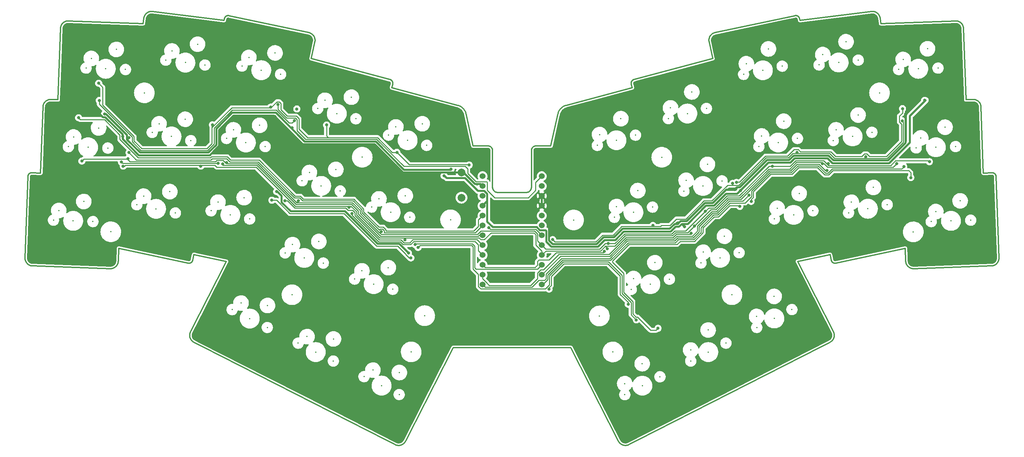
<source format=gbr>
%TF.GenerationSoftware,KiCad,Pcbnew,(6.0.6)*%
%TF.CreationDate,2022-07-30T19:55:30+09:00*%
%TF.ProjectId,nowt36,6e6f7774-3336-42e6-9b69-6361645f7063,rev?*%
%TF.SameCoordinates,Original*%
%TF.FileFunction,Copper,L1,Top*%
%TF.FilePolarity,Positive*%
%FSLAX46Y46*%
G04 Gerber Fmt 4.6, Leading zero omitted, Abs format (unit mm)*
G04 Created by KiCad (PCBNEW (6.0.6)) date 2022-07-30 19:55:30*
%MOMM*%
%LPD*%
G01*
G04 APERTURE LIST*
%TA.AperFunction,Profile*%
%ADD10C,0.349999*%
%TD*%
%TA.AperFunction,ComponentPad*%
%ADD11C,2.000000*%
%TD*%
%TA.AperFunction,ComponentPad*%
%ADD12C,1.524000*%
%TD*%
%TA.AperFunction,ViaPad*%
%ADD13C,0.800000*%
%TD*%
%TA.AperFunction,Conductor*%
%ADD14C,0.250000*%
%TD*%
%TA.AperFunction,Conductor*%
%ADD15C,0.500000*%
%TD*%
%ADD16C,0.350000*%
G04 APERTURE END LIST*
D10*
X231234357Y-33601038D02*
X231189263Y-33584031D01*
X162965635Y-67745991D02*
X162939532Y-67797881D01*
X74939909Y-115390959D02*
X74915741Y-115485825D01*
X62893799Y-35573194D02*
X62893799Y-35573194D01*
X272551723Y-34968424D02*
X272456697Y-34945597D01*
X273249963Y-35310735D02*
X273170259Y-35253001D01*
X240322181Y-97099864D02*
X240359833Y-97131549D01*
X74892805Y-116262433D02*
X74911448Y-116359066D01*
X63415421Y-33305833D02*
X63361074Y-33386043D01*
X74896274Y-115581594D02*
X74881522Y-115678091D01*
X240899177Y-97347156D02*
X240947952Y-97350146D01*
X162994273Y-67695381D02*
X162965635Y-67745991D01*
X250362275Y-32481264D02*
X231928178Y-34744685D01*
X38771067Y-55165734D02*
X38674865Y-55183912D01*
X152555740Y-67552186D02*
X152517364Y-67507667D01*
X163058992Y-67598388D02*
X163025405Y-67646147D01*
X32507888Y-96278571D02*
X32521371Y-96375768D01*
X161480439Y-79116764D02*
X157825364Y-79116787D01*
X209019959Y-38554463D02*
X208958401Y-38628248D01*
X283154359Y-95982654D02*
X282421540Y-74995426D01*
X252591096Y-34222617D02*
X252591096Y-34222617D01*
X240006562Y-96558681D02*
X240006562Y-96558681D01*
X128683749Y-144308759D02*
X128780234Y-144303889D01*
X277347157Y-55302448D02*
X277256627Y-55266065D01*
X152825364Y-68306404D02*
X152825364Y-68306404D01*
X282742351Y-97269969D02*
X282799049Y-97192391D01*
X153174768Y-78676162D02*
X153132495Y-78627362D01*
X163133366Y-67507685D02*
X163094992Y-67552201D01*
X278180524Y-55972426D02*
X278121326Y-55894162D01*
X42048180Y-35655759D02*
X41988977Y-35734023D01*
X75080841Y-97260670D02*
X75125099Y-97239161D01*
X152832310Y-77909374D02*
X152827115Y-77841072D01*
X241143897Y-97338070D02*
X241192658Y-97328960D01*
X63361074Y-33386043D02*
X63310524Y-33469093D01*
X42480257Y-35252908D02*
X42400542Y-35310641D01*
X33328116Y-97676741D02*
X33408998Y-97731899D01*
X208559243Y-39494983D02*
X208543098Y-39591267D01*
X129158799Y-144238691D02*
X129250752Y-144211236D01*
X75364475Y-97066419D02*
X75398657Y-97031383D01*
X171204047Y-56879943D02*
X171024936Y-56978460D01*
X106169495Y-44588617D02*
X106169495Y-44588617D01*
X41691671Y-36346175D02*
X41666814Y-36440874D01*
X63667986Y-33015585D02*
X63599848Y-33083339D01*
X126420869Y-50014765D02*
X126420869Y-50014765D01*
X153132495Y-78627362D02*
X153092568Y-78576555D01*
X84747788Y-33529075D02*
X84698572Y-33532391D01*
X33229363Y-74995464D02*
X32496293Y-95982632D01*
X273716630Y-35814987D02*
X273661470Y-35734108D01*
X126880089Y-50284681D02*
X126845231Y-50250437D01*
X240754754Y-97324020D02*
X240802491Y-97334077D01*
X260840195Y-98724348D02*
X260937402Y-98737818D01*
X84206650Y-33716811D02*
X84168363Y-33745767D01*
X147836175Y-67119224D02*
X147836175Y-67119224D01*
X162783022Y-78107946D02*
X162764899Y-78171767D01*
X56379670Y-97398681D02*
X56409073Y-97305477D01*
X40973115Y-55203873D02*
X40973115Y-55203873D01*
X282852036Y-97112082D02*
X282901192Y-97029171D01*
X240611776Y-115116950D02*
X240567368Y-115024067D01*
X33408998Y-97731899D02*
X33492338Y-97782949D01*
X170690799Y-57209422D02*
X170536761Y-57340835D01*
X41646581Y-36536900D02*
X41631046Y-36634091D01*
X157825364Y-79116787D02*
X157825364Y-79116787D01*
X42912965Y-35027686D02*
X42822427Y-35064064D01*
X259305047Y-97490310D02*
X259343337Y-97580057D01*
X281626843Y-97996525D02*
X281722763Y-97970827D01*
X281997955Y-97866951D02*
X282085093Y-97823831D01*
X55278476Y-98587565D02*
X55367173Y-98546787D01*
X83812760Y-34320466D02*
X83722550Y-34744685D01*
X37730256Y-55676670D02*
X37730256Y-55676670D01*
X278376225Y-56310055D02*
X278333611Y-56222284D01*
X152433877Y-67424235D02*
X152389333Y-67385889D01*
X283108877Y-96484365D02*
X283127818Y-96386885D01*
X240047978Y-96700856D02*
X240066274Y-96746381D01*
X208523308Y-39886428D02*
X208526582Y-39986421D01*
X276782306Y-55152244D02*
X276684271Y-55143534D01*
X282169732Y-97776681D02*
X282251751Y-97725630D01*
X39065009Y-55139685D02*
X38966305Y-55143559D01*
X37101287Y-56970629D02*
X37095368Y-57069666D01*
X75171243Y-116995091D02*
X75225197Y-117076576D01*
X55700310Y-98340973D02*
X55777351Y-98279154D01*
X37112051Y-56872436D02*
X37101287Y-56970629D01*
X63739221Y-32951218D02*
X63667986Y-33015585D01*
X127073265Y-50568746D02*
X127051813Y-50524261D01*
X75282999Y-117155240D02*
X75344535Y-117230950D01*
X241192658Y-97328960D02*
X259049653Y-93533287D01*
X282231358Y-74442666D02*
X282202130Y-74404459D01*
X127051813Y-50524261D02*
X127028084Y-50480701D01*
X240109300Y-96834194D02*
X240133930Y-96876336D01*
X42822427Y-35064064D02*
X42733720Y-35104838D01*
X129766875Y-143957030D02*
X129845385Y-143900262D01*
X230753045Y-33534020D02*
X230702568Y-33540801D01*
X273401215Y-35438393D02*
X273327004Y-35372553D01*
X130256010Y-143478241D02*
X130312797Y-143394848D01*
X171583881Y-56719420D02*
X171390526Y-56793424D01*
X43193912Y-34945545D02*
X43098874Y-34968364D01*
X144260240Y-56793450D02*
X144066893Y-56719442D01*
X129845385Y-143900262D02*
X129921300Y-143839525D01*
X75948380Y-95127460D02*
X84315011Y-96905849D01*
X33619889Y-74237023D02*
X33582536Y-74267170D01*
X74881522Y-115678091D02*
X74871499Y-115775138D01*
X153587232Y-78984165D02*
X153529240Y-78954464D01*
X37127586Y-56775246D02*
X37112051Y-56872436D01*
X145258660Y-57482215D02*
X145113973Y-57340869D01*
X33546679Y-74299050D02*
X33512383Y-74332603D01*
X37202085Y-56491320D02*
X37172677Y-56584527D01*
X250667391Y-32467018D02*
X250566496Y-32466592D01*
X276486359Y-55140665D02*
X274677613Y-55203873D01*
X208534952Y-40086970D02*
X208548515Y-40187924D01*
X107048711Y-39318940D02*
X107019338Y-39225729D01*
X153707883Y-79035179D02*
X153646807Y-79011098D01*
X129994448Y-143774875D02*
X130064663Y-143706367D01*
X63263913Y-33554874D02*
X63221379Y-33643277D01*
X107114900Y-40093746D02*
X107123339Y-39995692D01*
X189002232Y-50107010D02*
X188960133Y-50131818D01*
X64136961Y-32684023D02*
X64052338Y-32729812D01*
X189090071Y-50063597D02*
X189045569Y-50084252D01*
X162809867Y-77976648D02*
X162798040Y-78042878D01*
X32966544Y-97342282D02*
X33032387Y-97416492D01*
X32499173Y-96180538D02*
X32507888Y-96278571D01*
X259385956Y-97667831D02*
X259432833Y-97753470D01*
X240802491Y-97334077D02*
X240850661Y-97341794D01*
X187652731Y-144205891D02*
X187745267Y-144172371D01*
X239783896Y-117665017D02*
X239870887Y-117612023D01*
X75344535Y-117230950D02*
X75409687Y-117303570D01*
X151634965Y-67116760D02*
X151634965Y-67116760D01*
X260555245Y-98655952D02*
X260648950Y-98683353D01*
X187925858Y-144091366D02*
X239693375Y-117714062D01*
X189229874Y-50014791D02*
X189182295Y-50028812D01*
X281992172Y-74208657D02*
X281952021Y-74182163D01*
X106804406Y-38784022D02*
X106804406Y-38784022D01*
X37414808Y-56053271D02*
X37363751Y-56136611D01*
X33698820Y-74182173D02*
X33658672Y-74208671D01*
X84287110Y-33664558D02*
X84246257Y-33689725D01*
X251337900Y-32604675D02*
X251246924Y-32571346D01*
X38393929Y-55266057D02*
X38303394Y-55302436D01*
X240315657Y-117220587D02*
X240376409Y-117144680D01*
X231143295Y-33569185D02*
X231096528Y-33556548D01*
X63059655Y-34222617D02*
X63059655Y-34222617D01*
X33343011Y-74565663D02*
X33321457Y-74609231D01*
X145734073Y-58136595D02*
X145631708Y-57960683D01*
X106415091Y-38343276D02*
X106338897Y-38282252D01*
X55851563Y-98213314D02*
X55922422Y-98143878D01*
X107101590Y-40191619D02*
X107114900Y-40093746D01*
X273857163Y-36071725D02*
X273814550Y-35983958D01*
X240219684Y-96994822D02*
X240252057Y-97031427D01*
X64496626Y-32542399D02*
X64403814Y-32571356D01*
X153314811Y-78809675D02*
X153266010Y-78767403D01*
X106259863Y-38225049D02*
X106178133Y-38171766D01*
X33740270Y-74157591D02*
X33698820Y-74182173D01*
X272360503Y-34927412D02*
X272263308Y-34913933D01*
X209722011Y-38040570D02*
X209632009Y-38082532D01*
X187925858Y-144091366D02*
X187925858Y-144091366D01*
X75431029Y-96994780D02*
X75461542Y-96956683D01*
X186784572Y-144295574D02*
X186882053Y-144304620D01*
X185794637Y-143891380D02*
X185873296Y-143949198D01*
X241192658Y-97328960D02*
X241192658Y-97328960D01*
X252177321Y-33228563D02*
X252115798Y-33154362D01*
X56454156Y-97114767D02*
X56469688Y-97017582D01*
X273895447Y-36161466D02*
X273857163Y-36071725D01*
X43387322Y-34913900D02*
X43290117Y-34927369D01*
X230853315Y-33528200D02*
X230803319Y-33529836D01*
X41793255Y-36071660D02*
X41754965Y-36161407D01*
X281539941Y-74037179D02*
X281489710Y-74032565D01*
X145113973Y-57340869D02*
X144959941Y-57209456D01*
X281387360Y-74030964D02*
X281387360Y-74030964D01*
X231049036Y-33546169D02*
X231000895Y-33538097D01*
X56601067Y-93533287D02*
X56601067Y-93533287D01*
X282799049Y-97192391D02*
X282852036Y-97112082D01*
X152036279Y-67186216D02*
X151981122Y-67167998D01*
X144625817Y-56978490D02*
X144446713Y-56879971D01*
X187368291Y-144278351D02*
X187464067Y-144258894D01*
X32846985Y-97185538D02*
X32904723Y-97265242D01*
X282068313Y-74267151D02*
X282030957Y-74237007D01*
X56486367Y-96820362D02*
X56486367Y-96820362D01*
X272737609Y-35027760D02*
X272645416Y-34995833D01*
X106338897Y-38282252D02*
X106259863Y-38225049D01*
X33419505Y-74442695D02*
X33392100Y-74482334D01*
X240525627Y-97239217D02*
X240569887Y-97260726D01*
X252429370Y-33643271D02*
X252386836Y-33554867D01*
X106748329Y-38702186D02*
X106688533Y-38623567D01*
X188805510Y-50250462D02*
X188770651Y-50284706D01*
X162595672Y-78523788D02*
X162558175Y-78576517D01*
X162825364Y-77771831D02*
X162823614Y-77841040D01*
X74989804Y-97296898D02*
X75035714Y-97279921D01*
X74915741Y-115485825D02*
X74896274Y-115581594D01*
X145968295Y-58706368D02*
X145902861Y-58509953D01*
X152476655Y-67464916D02*
X152433877Y-67424235D01*
X107109021Y-39605170D02*
X107093585Y-39508835D01*
X126605174Y-50084226D02*
X126560671Y-50063571D01*
X231680219Y-33956068D02*
X231651421Y-33916904D01*
X74996212Y-116643651D02*
X75033621Y-116735067D01*
X271967377Y-34902346D02*
X271967377Y-34902346D01*
X240440064Y-97189487D02*
X240482323Y-97215465D01*
X163307607Y-67349940D02*
X163261395Y-67385910D01*
X209632009Y-38082532D02*
X209544780Y-38128627D01*
X163560275Y-67207119D02*
X163507186Y-67230611D01*
X34212005Y-74030447D02*
X34161123Y-74032543D01*
X33269534Y-74746822D02*
X33256690Y-74794780D01*
X33366581Y-74523344D02*
X33343011Y-74565663D01*
X64983344Y-32467023D02*
X64883446Y-32472478D01*
X126690610Y-50131793D02*
X126648510Y-50106985D01*
X186214792Y-144140836D02*
X186306206Y-144178261D01*
X186399766Y-144211262D02*
X186399766Y-144211262D01*
X153529240Y-78954464D02*
X153472918Y-78922080D01*
X188705980Y-50358317D02*
X188676310Y-50397575D01*
X33665744Y-97872427D02*
X33755488Y-97910708D01*
X231189263Y-33584031D02*
X231143295Y-33569185D01*
X188919340Y-50158621D02*
X188879925Y-50187365D01*
X55989466Y-98071339D02*
X56052622Y-97995857D01*
X126468448Y-50028786D02*
X126420869Y-50014765D01*
X105734185Y-37967685D02*
X105639359Y-37940038D01*
X75704169Y-117560454D02*
X75785681Y-117615601D01*
X151981122Y-67167998D02*
X151925078Y-67152478D01*
X83918561Y-34038952D02*
X83895515Y-34082566D01*
X152867712Y-78107981D02*
X152852693Y-78042913D01*
X240567368Y-115024067D02*
X231335725Y-96905849D01*
X55187948Y-98623949D02*
X55278476Y-98587565D01*
X278414510Y-56399798D02*
X278376225Y-56310055D01*
X37469974Y-55972389D02*
X37414808Y-56053271D01*
X259164445Y-96820385D02*
X259164445Y-96820385D01*
X153055070Y-78523825D02*
X153020086Y-78469257D01*
X151868244Y-67139697D02*
X151810718Y-67129694D01*
X84948176Y-33540807D02*
X84897700Y-33534028D01*
X75870119Y-117666848D02*
X75957368Y-117714062D01*
X130131774Y-143634055D02*
X130195613Y-143557995D01*
X161880379Y-79056294D02*
X161816557Y-79074418D01*
X152656465Y-67695372D02*
X152625331Y-67646136D01*
X151693981Y-67118185D02*
X151634965Y-67116760D01*
X187174737Y-144303102D02*
X187271788Y-144293091D01*
X240947952Y-97350146D02*
X240996899Y-97350749D01*
X188489236Y-50947446D02*
X188488803Y-50996309D01*
X185576934Y-143695993D02*
X185646321Y-143764662D01*
X277435855Y-55343226D02*
X277347157Y-55302448D01*
X54713638Y-98737776D02*
X54810835Y-98724296D01*
X33940247Y-97973988D02*
X34034940Y-97998839D01*
X74943198Y-97311585D02*
X74989804Y-97296898D01*
X188526894Y-50706906D02*
X188514668Y-50754217D01*
X170132695Y-57792605D02*
X170019004Y-57960651D01*
X208900488Y-38704823D02*
X208846316Y-38784040D01*
X153418349Y-78887098D02*
X153365619Y-78849601D01*
X33392100Y-74482334D02*
X33366581Y-74523344D01*
X126770816Y-50187340D02*
X126731402Y-50158596D01*
X56052622Y-97995857D02*
X56111817Y-97917596D01*
X147836175Y-67119224D02*
X146020432Y-58908584D01*
X127028084Y-50480701D02*
X127028084Y-50480701D01*
X161942870Y-79035149D02*
X161880379Y-79056294D01*
X281328213Y-98045016D02*
X281429447Y-98033749D01*
X282171146Y-74367743D02*
X282138472Y-74332580D01*
X84329134Y-33641358D02*
X84287110Y-33664558D01*
X33284653Y-74699871D02*
X33269534Y-74746822D01*
X38303394Y-55302436D02*
X38214690Y-55343210D01*
X106903863Y-38955138D02*
X106856360Y-38868536D01*
X55851563Y-98213314D02*
X55851563Y-98213314D01*
X185646321Y-143764662D02*
X185718934Y-143829830D01*
X186038942Y-144053174D02*
X186125659Y-144099102D01*
X64687202Y-32498038D02*
X64591135Y-32517923D01*
X251911522Y-32951207D02*
X251837329Y-32890336D01*
X189229874Y-50014791D02*
X189229874Y-50014791D01*
X252555926Y-34020912D02*
X252531104Y-33923116D01*
X84554226Y-33556563D02*
X84507460Y-33569200D01*
X208531663Y-39688701D02*
X208525034Y-39787138D01*
X272263308Y-34913933D02*
X272165278Y-34905220D01*
X56601067Y-93533287D02*
X74458100Y-97328915D01*
X153472918Y-78922080D02*
X153418349Y-78887098D01*
X278333611Y-56222284D02*
X278286740Y-56136648D01*
X74895985Y-97323964D02*
X74943198Y-97311585D01*
X38486130Y-55234136D02*
X38393929Y-55266057D01*
X162003945Y-79011067D02*
X161942870Y-79035149D01*
X74848251Y-97334021D02*
X74895985Y-97323964D01*
X37881523Y-55549014D02*
X37804475Y-55610831D01*
X37316877Y-56222247D02*
X37274258Y-56310019D01*
X186687426Y-144281729D02*
X186784572Y-144295574D01*
X142703004Y-119099964D02*
X142703004Y-119099964D01*
X54417702Y-98749363D02*
X54516906Y-98750371D01*
X75121252Y-116910921D02*
X75171243Y-116995091D01*
X75516787Y-96876301D02*
X75541418Y-96834162D01*
X145393508Y-57632977D02*
X145258660Y-57482215D01*
X152343120Y-67349917D02*
X152295337Y-67316360D01*
X231838013Y-34320467D02*
X231826042Y-34270403D01*
X240110140Y-117431035D02*
X240182467Y-117363933D01*
X272916830Y-35104922D02*
X272828135Y-35064144D01*
X281438828Y-74030474D02*
X281387360Y-74030964D01*
X152625331Y-67646136D02*
X152591743Y-67598375D01*
X55002059Y-98683284D02*
X55095753Y-98655876D01*
X128006639Y-144208691D02*
X128102370Y-144237744D01*
X259799348Y-98213421D02*
X259799348Y-98213421D01*
X231776241Y-34127561D02*
X231755260Y-34082560D01*
X172947724Y-119099964D02*
X172947724Y-119099964D01*
X41933809Y-35814907D02*
X41882750Y-35898249D01*
X64784686Y-32482853D02*
X64687202Y-32498038D01*
X282331029Y-97670808D02*
X282407445Y-97612345D01*
X33964752Y-74065532D02*
X33917774Y-74079628D01*
X41614365Y-36831327D02*
X40973115Y-55203873D01*
X240399144Y-97161448D02*
X240440064Y-97189487D01*
X276585567Y-55139653D02*
X276486359Y-55140665D01*
X162848461Y-68073107D02*
X162838419Y-68130624D01*
X164015748Y-67116787D02*
X163956734Y-67118212D01*
X152195450Y-67256653D02*
X152143540Y-67230584D01*
X153834198Y-79074447D02*
X153770375Y-79056323D01*
X152825364Y-77771862D02*
X152825364Y-68306404D01*
X39164216Y-55140703D02*
X39164216Y-55140703D01*
X281952021Y-74182163D02*
X281910570Y-74157583D01*
X83855694Y-34173905D02*
X83839068Y-34221533D01*
X240485955Y-116985243D02*
X240534638Y-116902051D01*
X169916635Y-58136564D02*
X169826083Y-58319829D01*
X74555796Y-97344679D02*
X74604823Y-97348898D01*
X157825364Y-119099964D02*
X172947724Y-119099964D01*
X37235970Y-56399763D02*
X37202085Y-56491320D01*
X162876839Y-67960252D02*
X162861282Y-68016284D01*
X153646807Y-79011098D02*
X153587232Y-78984165D01*
X187077312Y-144308370D02*
X187174737Y-144303102D01*
X252575970Y-34120782D02*
X252555926Y-34020912D01*
X63119646Y-33923119D02*
X63094824Y-34020914D01*
X55777351Y-98279154D02*
X55851563Y-98213314D01*
X152987701Y-78412936D02*
X152957999Y-78354945D01*
X208707216Y-39036049D02*
X208668977Y-39124341D01*
X208525034Y-39787138D02*
X208523308Y-39886428D01*
X259164445Y-96820385D02*
X259170362Y-96919425D01*
X231404507Y-33689709D02*
X231363653Y-33664542D01*
X106985384Y-39133909D02*
X106946881Y-39043654D01*
X127127968Y-51239538D02*
X127127968Y-51239538D01*
X75251574Y-97161396D02*
X75290883Y-97131499D01*
X281824026Y-74114414D02*
X281779063Y-74095945D01*
X106856360Y-38868536D02*
X106804406Y-38784022D01*
X127817697Y-144135331D02*
X127911691Y-144174571D01*
X75461542Y-96956683D02*
X75490144Y-96917166D01*
X185283102Y-143304146D02*
X185334338Y-143388598D01*
X74458100Y-97328915D02*
X74506859Y-97338023D01*
X185334338Y-143388598D02*
X185389474Y-143470123D01*
X33512383Y-74332603D02*
X33479712Y-74367769D01*
X55095753Y-98655876D02*
X55187948Y-98623949D01*
X260937402Y-98737818D02*
X261035444Y-98746520D01*
X154101109Y-79115037D02*
X154032807Y-79109844D01*
X83812760Y-34320466D02*
X83812760Y-34320466D01*
X152755645Y-67905114D02*
X152734734Y-67850954D01*
X37730256Y-55676670D02*
X37659390Y-55746105D01*
X42178400Y-35507735D02*
X42111346Y-35580276D01*
X43584071Y-34901327D02*
X43485362Y-34905198D01*
X32621730Y-96752883D02*
X32658116Y-96843411D01*
X252340224Y-33469085D02*
X252289674Y-33386034D01*
X273539119Y-35580367D02*
X273472074Y-35507828D01*
X43098874Y-34968364D02*
X43005170Y-34995766D01*
X56409073Y-97305477D02*
X56433927Y-97210786D01*
X281529031Y-98017543D02*
X281626843Y-97996525D01*
X209481232Y-44588617D02*
X209481232Y-44588617D01*
X63890425Y-32833084D02*
X63813414Y-32890348D01*
X281816669Y-97940579D02*
X281908440Y-97905911D01*
X33101826Y-97487350D02*
X33174368Y-97554393D01*
X240687493Y-116550073D02*
X240714963Y-116458120D01*
X127724824Y-144090916D02*
X127724824Y-144090916D01*
X43485362Y-34905198D02*
X43387322Y-34913900D01*
X84649856Y-33538110D02*
X84601716Y-33546184D01*
X240182467Y-117363933D02*
X240250991Y-117293728D01*
X37147819Y-56679223D02*
X37127586Y-56775246D01*
X261233369Y-98749370D02*
X261233369Y-98749370D01*
X208846316Y-38784040D02*
X208795982Y-38865749D01*
X240160571Y-96917203D02*
X240189172Y-96956723D01*
X281910570Y-74157583D02*
X281867883Y-74134980D01*
X37529175Y-55894126D02*
X37469974Y-55972389D01*
X54615606Y-98746488D02*
X54713638Y-98737776D01*
X38579831Y-55206733D02*
X38486130Y-55234136D01*
X187836368Y-144134191D02*
X187925858Y-144091366D01*
X152711207Y-67797879D02*
X152685104Y-67745986D01*
X75083314Y-115024074D02*
X75083314Y-115024074D01*
X74458100Y-97328915D02*
X74458100Y-97328915D01*
X231732213Y-34038945D02*
X231707174Y-33996765D01*
X126420869Y-50014765D02*
X106169495Y-44588617D01*
X277164430Y-55234138D02*
X277070734Y-55206731D01*
X128295507Y-144280874D02*
X128392575Y-144295060D01*
X240359833Y-97131549D02*
X240399144Y-97161448D01*
X107083375Y-40289139D02*
X107101590Y-40191619D01*
X63599848Y-33083339D02*
X63534948Y-33154372D01*
X33032387Y-97416492D02*
X33101826Y-97487350D01*
X188770651Y-50284706D02*
X188737451Y-50320676D01*
X240619551Y-116729566D02*
X240655671Y-116640611D01*
X41882750Y-35898249D02*
X41835874Y-35983887D01*
X64591135Y-32517923D02*
X64496626Y-32542399D01*
X259196661Y-97114814D02*
X259216894Y-97210841D01*
X38043445Y-55437695D02*
X37961236Y-55491281D01*
X281722763Y-97970827D02*
X281816669Y-97940579D01*
X152789456Y-68016298D02*
X152773899Y-67960261D01*
X240655671Y-116640611D02*
X240687493Y-116550073D01*
X128586865Y-144308947D02*
X128683749Y-144308759D01*
X127127968Y-51239538D02*
X127139617Y-51191322D01*
X278549170Y-56970653D02*
X278538410Y-56872462D01*
X74878974Y-116165289D02*
X74892805Y-116262433D01*
X126515073Y-50045073D02*
X126468448Y-50028786D01*
X107123339Y-39995692D02*
X107126938Y-39897634D01*
X241045931Y-97348948D02*
X241094959Y-97344727D01*
X252115798Y-33154362D02*
X252050897Y-33083329D01*
X84315011Y-96905849D02*
X84315011Y-96905849D01*
X75632654Y-96606914D02*
X75644166Y-96558666D01*
X239954295Y-117555248D02*
X240034065Y-117494863D01*
X261233369Y-98749370D02*
X281225449Y-98051212D01*
X152840864Y-77976682D02*
X152832310Y-77909374D01*
X170019004Y-57960651D02*
X169916635Y-58136564D01*
X163025405Y-67646147D02*
X162994273Y-67695381D01*
X56111817Y-97917596D02*
X56166976Y-97836715D01*
X185389474Y-143470123D02*
X185448375Y-143548608D01*
X282030957Y-74237007D02*
X281992172Y-74208657D01*
X259799348Y-98213421D02*
X259873568Y-98279261D01*
X231335725Y-96905849D02*
X231335725Y-96905849D01*
X127158682Y-50898691D02*
X127153497Y-50850185D01*
X75644166Y-96558666D02*
X75948380Y-95127460D01*
X127148825Y-51142800D02*
X127155606Y-51094061D01*
X240785102Y-115983061D02*
X240785304Y-115886173D01*
X208605272Y-39306466D02*
X208580000Y-39400000D01*
X39164216Y-55140703D02*
X39065009Y-55139685D01*
X277991120Y-55746139D02*
X277920258Y-55676702D01*
X41614365Y-36831327D02*
X41614365Y-36831327D01*
X188879925Y-50187365D02*
X188841959Y-50217997D01*
X273472074Y-35507828D02*
X273401215Y-35438393D01*
X33229363Y-74995464D02*
X33229363Y-74995464D01*
X127139617Y-51191322D02*
X127148825Y-51142800D01*
X188490763Y-51045219D02*
X188495128Y-51094087D01*
X75785681Y-117615601D02*
X75870119Y-117666848D01*
X240567368Y-115024067D02*
X240567368Y-115024067D01*
X42249268Y-35438299D02*
X42249268Y-35438299D01*
X84315011Y-96905849D02*
X75083314Y-115024074D01*
X84372256Y-33620174D02*
X84329134Y-33641358D01*
X84168363Y-33745767D02*
X84131472Y-33776546D01*
X271967377Y-34902346D02*
X252756928Y-35573194D01*
X54417702Y-98749363D02*
X54417702Y-98749363D01*
X56469688Y-97017582D02*
X56480450Y-96919393D01*
X274036027Y-36831331D02*
X274036027Y-36831331D01*
X154170319Y-79116787D02*
X154170319Y-79116787D01*
X186125659Y-144099102D02*
X186214792Y-144140836D01*
X54810835Y-98724296D02*
X54907031Y-98706112D01*
X230651963Y-33550227D02*
X210107819Y-37917020D01*
X83722550Y-34744685D02*
X83722550Y-34744685D01*
X170257214Y-57632943D02*
X170132695Y-57792605D01*
X162826830Y-68247349D02*
X162825364Y-68306362D01*
X188501910Y-51142827D02*
X188511119Y-51191348D01*
X162121510Y-78954432D02*
X162063520Y-78984133D01*
X32496293Y-95982632D02*
X32495287Y-96081836D01*
X169826083Y-58319829D02*
X169747841Y-58509928D01*
X106488298Y-38408020D02*
X106415091Y-38343276D01*
X33256690Y-74794780D02*
X33246186Y-74843684D01*
X239702347Y-95127460D02*
X239702347Y-95127460D01*
X129341292Y-144179429D02*
X129430249Y-144143324D01*
X281867883Y-74134980D02*
X281824026Y-74114414D01*
X272645416Y-34995833D02*
X272551723Y-34968424D01*
X74800083Y-97341740D02*
X74848251Y-97334021D01*
X33782955Y-74134985D02*
X33740270Y-74157591D01*
X185954776Y-144003167D02*
X186038942Y-144053174D01*
X188522767Y-51239565D02*
X188522767Y-51239565D01*
X240738192Y-115498001D02*
X240714160Y-115401648D01*
X55620605Y-98398708D02*
X55700310Y-98340973D01*
X75075340Y-116824202D02*
X75121252Y-116910921D01*
X240579188Y-116816769D02*
X240619551Y-116729566D01*
X188541444Y-50660170D02*
X188526894Y-50706906D01*
X151810718Y-67129694D02*
X151752598Y-67122509D01*
X84897700Y-33534028D02*
X84847427Y-33529845D01*
X163898120Y-67122537D02*
X163840001Y-67129722D01*
X282946395Y-96943790D02*
X282987524Y-96856067D01*
X75948380Y-95127460D02*
X75948380Y-95127460D01*
X144797057Y-57088490D02*
X144625817Y-56978490D01*
X208634963Y-39214530D02*
X208605272Y-39306466D01*
X56166976Y-97836715D02*
X56218027Y-97753377D01*
X240850661Y-97341794D02*
X240899177Y-97347156D01*
X130195613Y-143557995D02*
X130256010Y-143478241D01*
X281489710Y-74032565D02*
X281438828Y-74030474D01*
X63473425Y-33228573D02*
X63415421Y-33305833D01*
X231278503Y-33620158D02*
X231234357Y-33601038D01*
X250362275Y-32481264D02*
X250362275Y-32481264D01*
X240250991Y-117293728D02*
X240315657Y-117220587D01*
X240482323Y-97215465D02*
X240525627Y-97239217D01*
X34061375Y-74044237D02*
X34012640Y-74053715D01*
X188841959Y-50217997D02*
X188805510Y-50250462D01*
X153365619Y-78849601D02*
X153314811Y-78809675D01*
X231755260Y-34082560D02*
X231732213Y-34038945D01*
X282394201Y-74794742D02*
X282381353Y-74746785D01*
X282901192Y-97029171D02*
X282946395Y-96943790D01*
X162431445Y-78722834D02*
X162384736Y-78767367D01*
X171024936Y-56978460D02*
X170853689Y-57088458D01*
X32562389Y-96566993D02*
X32589800Y-96660688D01*
X151634965Y-67116760D02*
X147836175Y-67119224D01*
X281429447Y-98033749D02*
X281529031Y-98017543D01*
X84998780Y-33550232D02*
X84948176Y-33540807D01*
X240189172Y-96956723D02*
X240219684Y-96994822D01*
X161617950Y-79109819D02*
X161549649Y-79115013D01*
X208548515Y-40187924D02*
X208567368Y-40289136D01*
X240006562Y-96558681D02*
X240018072Y-96606933D01*
X34326337Y-98045352D02*
X34425370Y-98051266D01*
X129517455Y-144102977D02*
X129602741Y-144058443D01*
X33448731Y-74404486D02*
X33419505Y-74442695D01*
X259181126Y-97017622D02*
X259196661Y-97114814D01*
X75584447Y-96746354D02*
X75602745Y-96700832D01*
X151925078Y-67152478D02*
X151868244Y-67139697D01*
X283085256Y-96580152D02*
X283108877Y-96484365D01*
X162630655Y-78469220D02*
X162595672Y-78523788D01*
X208958401Y-38628248D02*
X208900488Y-38704823D01*
X282480877Y-97550372D02*
X282551205Y-97485017D01*
X106946881Y-39043654D02*
X106903863Y-38955138D01*
X172947724Y-119099964D02*
X185235902Y-143216884D01*
X63149106Y-33827509D02*
X63119646Y-33923119D01*
X209460420Y-38178704D02*
X209379028Y-38232615D01*
X281225449Y-98051212D02*
X281225449Y-98051212D01*
X162861282Y-68016284D02*
X162848461Y-68073107D01*
X34263474Y-74030933D02*
X36500611Y-74109058D01*
X127028084Y-50480701D02*
X127002227Y-50438371D01*
X250963535Y-32498030D02*
X250866051Y-32482847D01*
X151752598Y-67122509D02*
X151693981Y-67118185D01*
X74751569Y-97347102D02*
X74800083Y-97341740D01*
X75550384Y-117439001D02*
X75625698Y-117501542D01*
X153092568Y-78576555D02*
X153055070Y-78523825D01*
X186979692Y-144308881D02*
X187077312Y-144308370D01*
X54516906Y-98750371D02*
X54615606Y-98746488D01*
X42323490Y-35372459D02*
X42249268Y-35438299D01*
X231096528Y-33556548D02*
X231049036Y-33546169D01*
X260372501Y-98587654D02*
X260463040Y-98624032D01*
X188492050Y-50898717D02*
X188489236Y-50947446D01*
X157825364Y-119099964D02*
X157825364Y-119099964D01*
X152957999Y-78354945D02*
X152931065Y-78295370D01*
X64403814Y-32571356D02*
X64312839Y-32604685D01*
X283151175Y-96187373D02*
X283155349Y-96085599D01*
X33238087Y-74893473D02*
X33232458Y-74944086D01*
X259598262Y-97995960D02*
X259661427Y-98071444D01*
X282284290Y-74523312D02*
X282258767Y-74482304D01*
X106804406Y-38784022D02*
X106748329Y-38702186D01*
X75625698Y-117501542D02*
X75704169Y-117560454D01*
X163956734Y-67118212D02*
X163898120Y-67122537D01*
X128392575Y-144295060D02*
X128489751Y-144304399D01*
X153965498Y-79101291D02*
X153899267Y-79089464D01*
X167814545Y-67119224D02*
X164015748Y-67116787D01*
X75125099Y-97239161D02*
X75168399Y-97215410D01*
X126560671Y-50063571D02*
X126515073Y-50045073D01*
X74963227Y-116550091D02*
X74963227Y-116550091D01*
X32793394Y-97103337D02*
X32846985Y-97185538D01*
X188648510Y-50438396D02*
X188622651Y-50480726D01*
X41754965Y-36161407D02*
X41721080Y-36252966D01*
X279150117Y-74109058D02*
X278555085Y-57069687D01*
X62893799Y-35573194D02*
X43683282Y-34902348D01*
X105918239Y-38036449D02*
X105827194Y-37999855D01*
X74934917Y-116455011D02*
X74963227Y-116550091D01*
X34228147Y-98034595D02*
X34326337Y-98045352D01*
X278235686Y-56053308D02*
X278180524Y-55972426D01*
X187271788Y-144293091D02*
X187368291Y-144278351D01*
X41631046Y-36634091D02*
X41620283Y-36732288D01*
X186590791Y-144263071D02*
X186687426Y-144281729D01*
X130064663Y-143706367D02*
X130131774Y-143634055D01*
X84698572Y-33532391D02*
X84649856Y-33538110D01*
X75618831Y-96654327D02*
X75632654Y-96606914D01*
X32539558Y-96471965D02*
X32562389Y-96566993D01*
X210107819Y-37917020D02*
X210107819Y-37917020D01*
X282418443Y-74944048D02*
X282412810Y-74893434D01*
X209300700Y-38290212D02*
X209225532Y-38351343D01*
X55538403Y-98452296D02*
X55620605Y-98398708D01*
X154170319Y-79116787D02*
X154101109Y-79115037D01*
X105542863Y-37917016D02*
X84998780Y-33550232D01*
X231321626Y-33641342D02*
X231278503Y-33620158D01*
X273327004Y-35372553D02*
X273249963Y-35310735D01*
X41666814Y-36440874D02*
X41646581Y-36536900D01*
X231519295Y-33776532D02*
X231482403Y-33745753D01*
X259049653Y-93533287D02*
X259049653Y-93533287D01*
X130365805Y-143307871D02*
X130414864Y-143217365D01*
X281225449Y-98051212D02*
X281328213Y-98045016D01*
X282329421Y-74609196D02*
X282307863Y-74565629D01*
X208526582Y-39986421D02*
X208534952Y-40086970D01*
X127145954Y-50801989D02*
X127136064Y-50754192D01*
X75478342Y-117372965D02*
X75550384Y-117439001D01*
X260648950Y-98683353D02*
X260743989Y-98706173D01*
X34012640Y-74053715D02*
X33964752Y-74065532D01*
X127724824Y-144090916D02*
X127817697Y-144135331D01*
X128876150Y-144294392D02*
X128971329Y-144280324D01*
X145902861Y-58509953D02*
X145824622Y-58319857D01*
X278555085Y-57069687D02*
X278555085Y-57069687D01*
X188737451Y-50320676D02*
X188705980Y-50358317D01*
X64312839Y-32604685D02*
X64223841Y-32642277D01*
X56218027Y-97753377D02*
X56264895Y-97667743D01*
X128971329Y-144280324D02*
X129065602Y-144261738D01*
X145824622Y-58319857D02*
X145734073Y-58136595D01*
X74865695Y-115970174D02*
X74869942Y-116067810D01*
X126974428Y-50397550D02*
X126944759Y-50358292D01*
X83722550Y-34744685D02*
X65288460Y-32481264D01*
X283057076Y-96674119D02*
X283085256Y-96580152D01*
X145631708Y-57960683D02*
X145518022Y-57792638D01*
X145518022Y-57792638D02*
X145393508Y-57632977D01*
X129685937Y-144009775D02*
X129766875Y-143957030D01*
X126808783Y-50217972D02*
X126770816Y-50187340D01*
X272828135Y-35064144D02*
X272737609Y-35027760D01*
X74866219Y-115872558D02*
X74865695Y-115970174D01*
X273814550Y-35983958D02*
X273767681Y-35898324D01*
X127136064Y-50754192D02*
X127123838Y-50706881D01*
X162518249Y-78627325D02*
X162475977Y-78676125D01*
X38127985Y-55388317D02*
X38043445Y-55437695D01*
X164015748Y-67116787D02*
X164015748Y-67116787D01*
X126731402Y-50158596D02*
X126690610Y-50131793D01*
X277256627Y-55266065D02*
X277164430Y-55234138D01*
X209909949Y-37969637D02*
X209814691Y-38002888D01*
X74604823Y-97348898D02*
X74653852Y-97350698D01*
X185235902Y-143216884D02*
X185283102Y-143304146D01*
X282104172Y-74299029D02*
X282068313Y-74267151D01*
X239693375Y-117714062D02*
X239693375Y-117714062D01*
X162063520Y-78984133D02*
X162003945Y-79011067D01*
X152823901Y-68247385D02*
X152819538Y-68188767D01*
X239702347Y-95127460D02*
X240006562Y-96558681D01*
X240738025Y-116364922D02*
X240756625Y-116270649D01*
X163614446Y-67186244D02*
X163560275Y-67207119D01*
X162825364Y-77771831D02*
X162825364Y-77771831D01*
X208795982Y-38865749D02*
X208749583Y-38949802D01*
X34263474Y-74030933D02*
X34212005Y-74030447D01*
X34263474Y-74030933D02*
X34263474Y-74030933D01*
X84029916Y-33879331D02*
X83999351Y-33916914D01*
X169682403Y-58706346D02*
X169630265Y-58908565D01*
X277689293Y-55491307D02*
X277607089Y-55437717D01*
X38674865Y-55183912D02*
X38579831Y-55206733D01*
X282307863Y-74565629D02*
X282284290Y-74523312D01*
X157825364Y-79116787D02*
X154170319Y-79116787D01*
X43005170Y-34995766D02*
X42912965Y-35027686D01*
X250866051Y-32482847D02*
X250767289Y-32472473D01*
X143867165Y-56658464D02*
X126893700Y-52113829D01*
X75957368Y-117714062D02*
X75957368Y-117714062D01*
X129602741Y-144058443D02*
X129685937Y-144009775D01*
X163094992Y-67552201D02*
X163058992Y-67598388D01*
X252467686Y-33734186D02*
X252429370Y-33643271D01*
X32698897Y-96932107D02*
X32744010Y-97018804D01*
X162823614Y-77841040D02*
X162818420Y-77909340D01*
X37095368Y-57069666D02*
X37095368Y-57069666D01*
X37961236Y-55491281D02*
X37881523Y-55549014D01*
X231444116Y-33716796D02*
X231404507Y-33689709D01*
X56345790Y-97490234D02*
X56379670Y-97398681D01*
X127161931Y-50996283D02*
X127161497Y-50947420D01*
X75409687Y-117303570D02*
X75478342Y-117372965D01*
X84601716Y-33546184D02*
X84554226Y-33556563D01*
X188522767Y-51239565D02*
X188757020Y-52113829D01*
X106558372Y-38476384D02*
X106488298Y-38408020D01*
X153266010Y-78767403D02*
X153219301Y-78722871D01*
X282085093Y-97823831D02*
X282169732Y-97776681D01*
X128102370Y-144237744D02*
X128198715Y-144261787D01*
X209153621Y-38415862D02*
X209085065Y-38483618D01*
X152812316Y-68130648D02*
X152802275Y-68073126D01*
X260743989Y-98706173D02*
X260840195Y-98724348D01*
X240376409Y-117144680D02*
X240433193Y-117066175D01*
X152819538Y-68188767D02*
X152812316Y-68130648D01*
X33492338Y-97782949D02*
X33577974Y-97829816D01*
X161816557Y-79074418D02*
X161751488Y-79089437D01*
X105827194Y-37999855D02*
X105734185Y-37967685D01*
X146020432Y-58908584D02*
X145968295Y-58706368D01*
X33032387Y-97416492D02*
X33032387Y-97416492D01*
X41620283Y-36732288D02*
X41614365Y-36831327D01*
X276975703Y-55183904D02*
X276879505Y-55165721D01*
X33577974Y-97829816D02*
X33665744Y-97872427D01*
X126944759Y-50358292D02*
X126913289Y-50320651D01*
X161685258Y-79101265D02*
X161617950Y-79109819D01*
X188757020Y-52113829D02*
X188757020Y-52113829D01*
X230952178Y-33532379D02*
X230902959Y-33529064D01*
X240780219Y-116079549D02*
X240785102Y-115983061D01*
X127109289Y-50660144D02*
X127092427Y-50614070D01*
X75210656Y-97189434D02*
X75251574Y-97161396D01*
X34110891Y-74037159D02*
X34061375Y-74044237D01*
X163261395Y-67385910D02*
X163216851Y-67424256D01*
X107073471Y-39413367D02*
X107048711Y-39318940D01*
X33847042Y-97944586D02*
X33940247Y-97973988D01*
X74963227Y-116550091D02*
X74996212Y-116643651D01*
X152827115Y-77841072D02*
X152825364Y-77771862D01*
X208567368Y-40289136D02*
X208567368Y-40289136D01*
X162831195Y-68188737D02*
X162826830Y-68247349D01*
X56307507Y-97579975D02*
X56345790Y-97490234D01*
X163216851Y-67424256D02*
X163174073Y-67464935D01*
X240066274Y-96746381D02*
X240086731Y-96790852D01*
X274677613Y-55203873D02*
X274677613Y-55203873D01*
X75644166Y-96558666D02*
X75644166Y-96558666D01*
X209481232Y-44588617D02*
X189229874Y-50014791D01*
X251154112Y-32542389D02*
X251059602Y-32517914D01*
X161751488Y-79089437D02*
X161685258Y-79101265D01*
X277522554Y-55388336D02*
X277435855Y-55343226D01*
X259432833Y-97753470D02*
X259483891Y-97836812D01*
X152852693Y-78042913D02*
X152840864Y-77976682D01*
X185510907Y-143623936D02*
X185576934Y-143695993D01*
X152389333Y-67385889D02*
X152343120Y-67349917D01*
X163669602Y-67168026D02*
X163614446Y-67186244D01*
X240770708Y-116175468D02*
X240780219Y-116079549D01*
X163725645Y-67152507D02*
X163669602Y-67168026D01*
X171783616Y-56658447D02*
X171783616Y-56658447D01*
X83943599Y-33996773D02*
X83918561Y-34038952D01*
X75002293Y-115204647D02*
X74968764Y-115297174D01*
X162939532Y-67797881D02*
X162916005Y-67850953D01*
X230902959Y-33529064D02*
X230853315Y-33528200D01*
X42111346Y-35580276D02*
X42048180Y-35655759D01*
X260112544Y-98452397D02*
X260197087Y-98501775D01*
X163455277Y-67256679D02*
X163404646Y-67285284D01*
X107083375Y-40289139D02*
X107083375Y-40289139D01*
X129430249Y-144143324D02*
X129517455Y-144102977D01*
X278477796Y-56584559D02*
X278448391Y-56491354D01*
X187558939Y-144234736D02*
X187652731Y-144205891D01*
X240757268Y-115594799D02*
X240738192Y-115498001D01*
X162177832Y-78922047D02*
X162121510Y-78954432D01*
X231335725Y-96905849D02*
X239702347Y-95127460D01*
X130312797Y-143394848D02*
X130365805Y-143307871D01*
X162475977Y-78676125D02*
X162431445Y-78722834D01*
X33246186Y-74843684D02*
X33238087Y-74893473D01*
X41835874Y-35983887D02*
X41793255Y-36071660D01*
X282348898Y-74653951D02*
X282329421Y-74609196D01*
X277920258Y-55676702D02*
X277846044Y-55610861D01*
X259539059Y-97917696D02*
X259598262Y-97995960D01*
X32744010Y-97018804D02*
X32793394Y-97103337D01*
X152802275Y-68073126D02*
X152789456Y-68016298D01*
X41988977Y-35734023D02*
X41933809Y-35814907D01*
X129250752Y-144211236D02*
X129341292Y-144179429D01*
X75490144Y-96917166D02*
X75516787Y-96876301D01*
X32589800Y-96660688D02*
X32621730Y-96752883D01*
X171783616Y-56658447D02*
X171583881Y-56719420D01*
X55453870Y-98501677D02*
X55538403Y-98452296D01*
X277846044Y-55610861D02*
X277769000Y-55549042D01*
X251598403Y-32729800D02*
X251513779Y-32684011D01*
X75040480Y-115113555D02*
X75002293Y-115204647D01*
X74702797Y-97350094D02*
X74751569Y-97347102D01*
X32904723Y-97265242D02*
X32966544Y-97342282D01*
X188511119Y-51191348D02*
X188522767Y-51239565D01*
X162692740Y-78354908D02*
X162663039Y-78412898D01*
X185873296Y-143949198D02*
X185954776Y-144003167D01*
X259950618Y-98341078D02*
X260030333Y-98398811D01*
X282682063Y-97344686D02*
X282742351Y-97269969D01*
X162335936Y-78809639D02*
X162285129Y-78849566D01*
X230702568Y-33540801D02*
X230651963Y-33550227D01*
X75541418Y-96834162D02*
X75563988Y-96790822D01*
X36500611Y-74109058D02*
X36500611Y-74109058D01*
X65084239Y-32466595D02*
X64983344Y-32467023D01*
X231651421Y-33916904D02*
X231620855Y-33879319D01*
X170392068Y-57482180D02*
X170257214Y-57632943D01*
X259170362Y-96919425D02*
X259181126Y-97017622D01*
X126893700Y-52113829D02*
X127127968Y-51239538D01*
X84797432Y-33528210D02*
X84747788Y-33529075D01*
X282381353Y-74746785D02*
X282366231Y-74699834D01*
X128489751Y-144304399D02*
X128586865Y-144308947D01*
X105542863Y-37917016D02*
X105542863Y-37917016D01*
X162825364Y-68306362D02*
X162825364Y-77771831D01*
X260463040Y-98624032D02*
X260555245Y-98655952D01*
X128198715Y-144261787D02*
X128295507Y-144280874D01*
X127161497Y-50947420D02*
X127158682Y-50898691D01*
X37095368Y-57069666D02*
X36500611Y-74109058D01*
X259216894Y-97210841D02*
X259241752Y-97305540D01*
X240707538Y-97311641D02*
X240754754Y-97324020D01*
X251982758Y-33015574D02*
X251911522Y-32951207D01*
X276684271Y-55143534D02*
X276585567Y-55139653D01*
X126893700Y-52113829D02*
X126893700Y-52113829D01*
X75210656Y-97189434D02*
X75210656Y-97189434D01*
X161480439Y-79116764D02*
X161480439Y-79116764D01*
X281686081Y-74065540D02*
X281638191Y-74053727D01*
X126845231Y-50250437D02*
X126808783Y-50217972D01*
X188598921Y-50524286D02*
X188577468Y-50568771D01*
X64883446Y-32472478D02*
X64784686Y-32482853D01*
X63970113Y-32779535D02*
X63890425Y-32833084D01*
X282987524Y-96856067D02*
X283024458Y-96766134D01*
X188488803Y-50996309D02*
X188490763Y-51045219D01*
X282551205Y-97485017D02*
X282618308Y-97416412D01*
X74911448Y-116359066D02*
X74934917Y-116455011D01*
X84416401Y-33601054D02*
X84372256Y-33620174D01*
X37274258Y-56310019D02*
X37235970Y-56399763D01*
X84131472Y-33776546D02*
X84096051Y-33809098D01*
X283141958Y-96287845D02*
X283151175Y-96187373D01*
X32658116Y-96843411D02*
X32698897Y-96932107D01*
X209544780Y-38128627D02*
X209460420Y-38178704D01*
X153899267Y-79089464D02*
X153834198Y-79074447D01*
X37804475Y-55610831D02*
X37730256Y-55676670D01*
X32496293Y-95982632D02*
X32496293Y-95982632D01*
X259728480Y-98143984D02*
X259799348Y-98213421D01*
X259271161Y-97398750D02*
X259305047Y-97490310D01*
X282421540Y-74995426D02*
X282418443Y-74944048D01*
X240996899Y-97350749D02*
X241045931Y-97348948D01*
X56486367Y-96820362D02*
X56601067Y-93533287D01*
X162663039Y-78412898D02*
X162630655Y-78469220D01*
X74506859Y-97338023D02*
X74555796Y-97344679D01*
X65288460Y-32481264D02*
X65185991Y-32471306D01*
X240440064Y-97189487D02*
X240440064Y-97189487D01*
X240031894Y-96654348D02*
X240047978Y-96700856D01*
X252501644Y-33827505D02*
X252467686Y-33734186D01*
X75957368Y-117714062D02*
X127724824Y-144090916D01*
X127911691Y-144174571D02*
X128006639Y-144208691D01*
X84062174Y-33843376D02*
X84029916Y-33879331D01*
X240651007Y-115210953D02*
X240611776Y-115116950D01*
X283024458Y-96766134D02*
X283057076Y-96674119D01*
X106169495Y-44588617D02*
X107083375Y-40289139D01*
X130414864Y-143217365D02*
X142703004Y-119099964D01*
X252591096Y-34222617D02*
X252575970Y-34120782D01*
X75035714Y-97279921D02*
X75080841Y-97260670D01*
X106178133Y-38171766D02*
X106093855Y-38122505D01*
X282258767Y-74482304D02*
X282231358Y-74442666D01*
X83999351Y-33916914D02*
X83970554Y-33956078D01*
X282412810Y-74893434D02*
X282404708Y-74843645D01*
X188960133Y-50131818D02*
X188919340Y-50158621D01*
X171390526Y-56793424D02*
X171204047Y-56879943D01*
X146020432Y-58908584D02*
X146020432Y-58908584D01*
X63221379Y-33643277D02*
X63183064Y-33734191D01*
X210107819Y-37917020D02*
X210007691Y-37940964D01*
X63059655Y-34222617D02*
X62893799Y-35573194D01*
X169630265Y-58908565D02*
X169630265Y-58908565D01*
X259343337Y-97580057D02*
X259385956Y-97667831D01*
X240756625Y-116270649D02*
X240770708Y-116175468D01*
X153020086Y-78469257D02*
X152987701Y-78412936D01*
X188495128Y-51094087D02*
X188501910Y-51142827D01*
X261134155Y-98750391D02*
X261233369Y-98749370D01*
X231000895Y-33538097D02*
X230952178Y-33532379D01*
X107119747Y-39702198D02*
X107109021Y-39605170D01*
X281908440Y-97905911D02*
X281997955Y-97866951D01*
X240685117Y-115305909D02*
X240651007Y-115210953D01*
X282366231Y-74699834D02*
X282348898Y-74653951D01*
X83824732Y-34270403D02*
X83812760Y-34320466D01*
X106007175Y-38077366D02*
X105918239Y-38036449D01*
X250767289Y-32472473D02*
X250667391Y-32467018D01*
X34425370Y-98051266D02*
X54417702Y-98749363D01*
X282618308Y-97416412D02*
X282682063Y-97344686D01*
X240615018Y-97279978D02*
X240660930Y-97296955D01*
X40973115Y-55203873D02*
X39164216Y-55140703D01*
X33582536Y-74267170D02*
X33546679Y-74299050D01*
X240534638Y-116902051D02*
X240579188Y-116816769D01*
X208749583Y-38949802D02*
X208707216Y-39036049D01*
X259873568Y-98279261D02*
X259950618Y-98341078D01*
X251680629Y-32779524D02*
X251598403Y-32729800D01*
X277920258Y-55676702D02*
X277920258Y-55676702D01*
X128780234Y-144303889D02*
X128876150Y-144294392D01*
X162285129Y-78849566D02*
X162232400Y-78887063D01*
X34425370Y-98051266D02*
X34425370Y-98051266D01*
X240034065Y-117494863D02*
X240110140Y-117431035D01*
X283154359Y-95982654D02*
X283154359Y-95982654D01*
X231707174Y-33996765D02*
X231680219Y-33956068D01*
X273088058Y-35199413D02*
X273003526Y-35150032D01*
X240714963Y-116458120D02*
X240738025Y-116364922D01*
X127159971Y-51045193D02*
X127161931Y-50996283D01*
X273602275Y-35655847D02*
X273539119Y-35580367D01*
X43683282Y-34902348D02*
X43683282Y-34902348D01*
X272066579Y-34901337D02*
X271967377Y-34902346D01*
X240660930Y-97296955D02*
X240707538Y-97311641D01*
X56264895Y-97667743D02*
X56307507Y-97579975D01*
X231482403Y-33745753D02*
X231444116Y-33716796D01*
X152591743Y-67598375D02*
X152555740Y-67552186D01*
X127002227Y-50438371D02*
X126974428Y-50397550D01*
X189045569Y-50084252D02*
X189002232Y-50107010D01*
X83874534Y-34127566D02*
X83855694Y-34173905D01*
X188676310Y-50397575D02*
X188648510Y-50438396D01*
X153219301Y-78722871D02*
X153174768Y-78676162D01*
X33917774Y-74079628D02*
X33871772Y-74095943D01*
X163507186Y-67230611D02*
X163455277Y-67256679D01*
X281733060Y-74079633D02*
X281686081Y-74065540D01*
X55367173Y-98546787D02*
X55453870Y-98501677D01*
X169747841Y-58509928D02*
X169682403Y-58706346D01*
X188622651Y-50480726D02*
X188622651Y-50480726D01*
X106093855Y-38122505D02*
X106007175Y-38077366D01*
X251760317Y-32833072D02*
X251680629Y-32779524D01*
X240780769Y-115789054D02*
X240771441Y-115691873D01*
X33479712Y-74367769D02*
X33448731Y-74404486D01*
X208580000Y-39400000D02*
X208559243Y-39494983D01*
X278502649Y-56679254D02*
X278477796Y-56584559D01*
X281638191Y-74053727D02*
X281589456Y-74044252D01*
X282251751Y-97725630D02*
X282331029Y-97670808D01*
X161549649Y-79115013D02*
X161480439Y-79116764D01*
X240433193Y-117066175D02*
X240485955Y-116985243D01*
X162825364Y-68306362D02*
X162825364Y-68306362D01*
X272456697Y-34945597D02*
X272360503Y-34927412D01*
X42647012Y-35149944D02*
X42562469Y-35199322D01*
X107093585Y-39508835D02*
X107073471Y-39413367D01*
X42562469Y-35199322D02*
X42480257Y-35252908D01*
X250464744Y-32471304D02*
X250362275Y-32481264D01*
X144446713Y-56879971D02*
X144260240Y-56793450D01*
X84507460Y-33569200D02*
X84461494Y-33584047D01*
X278522879Y-56775275D02*
X278502649Y-56679254D01*
X283155349Y-96085599D02*
X283154359Y-95982654D01*
X273767681Y-35898324D02*
X273716630Y-35814987D01*
X209814691Y-38002888D02*
X209722011Y-38040570D01*
X42733720Y-35104838D02*
X42647012Y-35149944D01*
X106688533Y-38623567D02*
X106625165Y-38548266D01*
X33321457Y-74609231D02*
X33301982Y-74653987D01*
X75083314Y-115024074D02*
X75040480Y-115113555D01*
X163840001Y-67129722D02*
X163782477Y-67139725D01*
X170536761Y-57340835D02*
X170392068Y-57482180D01*
X231811706Y-34221531D02*
X231795081Y-34173901D01*
X74869942Y-116067810D02*
X74878974Y-116165289D01*
X162743754Y-78234258D02*
X162719673Y-78295333D01*
X152885837Y-78171804D02*
X152867712Y-78107981D01*
X188622651Y-50480726D02*
X188598921Y-50524286D01*
X163174073Y-67464935D02*
X163133366Y-67507685D01*
X278121326Y-55894162D02*
X278058167Y-55818680D01*
X152476655Y-67464916D02*
X152476655Y-67464916D01*
X43683282Y-34902348D02*
X43584071Y-34901327D01*
X107019338Y-39225729D02*
X106985384Y-39133909D01*
X240771441Y-115691873D02*
X240757268Y-115594799D01*
X38966305Y-55143559D02*
X38868268Y-55152263D01*
X241094959Y-97344727D02*
X241143897Y-97338070D01*
X162916005Y-67850953D02*
X162895094Y-67905109D01*
X142703004Y-119099964D02*
X157825364Y-119099964D01*
X282404708Y-74843645D02*
X282394201Y-74794742D01*
X209225532Y-38351343D02*
X209153621Y-38415862D01*
X252531104Y-33923116D02*
X252501644Y-33827505D01*
X163174073Y-67464935D02*
X163174073Y-67464935D01*
X65185991Y-32471306D02*
X65084239Y-32466595D01*
X152825364Y-77771862D02*
X152825364Y-77771862D01*
X276486359Y-55140665D02*
X276486359Y-55140665D01*
X152734734Y-67850954D02*
X152711207Y-67797879D01*
X129921300Y-143839525D02*
X129994448Y-143774875D01*
X240252057Y-97031427D02*
X240286239Y-97066465D01*
X208668977Y-39124341D02*
X208634963Y-39214530D01*
X188577468Y-50568771D02*
X188558306Y-50614095D01*
X210007691Y-37940964D02*
X209909949Y-37969637D01*
X240018072Y-96606933D02*
X240031894Y-96654348D01*
X231363653Y-33664542D02*
X231321626Y-33641342D01*
X162719673Y-78295333D02*
X162692740Y-78354908D01*
X189182295Y-50028812D02*
X189135670Y-50045099D01*
X33658672Y-74208671D02*
X33619889Y-74237023D01*
X274030109Y-36732300D02*
X274019348Y-36634113D01*
X185718934Y-143829830D02*
X185794637Y-143891380D01*
X250566496Y-32466592D02*
X250464744Y-32471304D01*
X162558175Y-78576517D02*
X162518249Y-78627325D01*
X33232458Y-74944086D02*
X33229363Y-74995464D01*
X251837329Y-32890336D02*
X251760317Y-32833072D01*
X208543098Y-39591267D02*
X208531663Y-39688701D01*
X55922422Y-98143878D02*
X55989466Y-98071339D01*
X162232400Y-78887063D02*
X162177832Y-78922047D01*
X259049653Y-93533287D02*
X259164445Y-96820385D01*
X54907031Y-98706112D02*
X55002059Y-98683284D01*
X42249268Y-35438299D02*
X42178400Y-35507735D01*
X42400542Y-35310641D02*
X42323490Y-35372459D01*
X64223841Y-32642277D02*
X64136961Y-32684023D01*
X186494846Y-144239587D02*
X186590791Y-144263071D01*
X75225197Y-117076576D02*
X75282999Y-117155240D01*
X107125730Y-39799744D02*
X107119747Y-39702198D01*
X231554718Y-33809085D02*
X231519295Y-33776532D01*
X163782477Y-67139725D02*
X163725645Y-67152507D01*
X240133930Y-96876336D02*
X240160571Y-96917203D01*
X278555085Y-57069687D02*
X278549170Y-56970653D01*
X185235902Y-143216884D02*
X185235902Y-143216884D01*
X34034940Y-97998839D02*
X34130961Y-98019065D01*
X251513779Y-32684011D02*
X251426898Y-32642266D01*
X277607089Y-55437717D02*
X277522554Y-55388336D01*
X84847427Y-33529845D02*
X84797432Y-33528210D01*
X231588596Y-33843364D02*
X231554718Y-33809085D01*
X84096051Y-33809098D02*
X84062174Y-33843376D01*
X64052338Y-32729812D02*
X63970113Y-32779535D01*
X63534948Y-33154372D02*
X63473425Y-33228573D01*
X282138472Y-74332580D02*
X282104172Y-74299029D01*
X63094824Y-34020914D02*
X63074781Y-34120783D01*
X63813414Y-32890348D02*
X63739221Y-32951218D01*
X152773899Y-67960261D02*
X152755645Y-67905114D01*
X188757020Y-52113829D02*
X171783616Y-56658447D01*
X38214690Y-55343210D02*
X38127985Y-55388317D01*
X272165278Y-34905220D02*
X272066579Y-34901337D01*
X186882053Y-144304620D02*
X186979692Y-144308881D01*
X162798040Y-78042878D02*
X162783022Y-78107946D01*
X251426898Y-32642266D02*
X251337900Y-32604675D01*
X37659390Y-55746105D02*
X37592339Y-55818644D01*
X152931065Y-78295370D02*
X152906982Y-78234295D01*
X33301982Y-74653987D02*
X33284653Y-74699871D01*
X84998780Y-33550232D02*
X84998780Y-33550232D01*
X162818420Y-77909340D02*
X162809867Y-77976648D01*
X188558306Y-50614095D02*
X188541444Y-50660170D01*
X281589456Y-74044252D02*
X281539941Y-74037179D01*
X208567368Y-40289136D02*
X209481232Y-44588617D01*
X127155606Y-51094061D02*
X127159971Y-51045193D01*
X75033621Y-116735067D02*
X75075340Y-116824202D01*
X282421540Y-74995426D02*
X282421540Y-74995426D01*
X56480450Y-96919393D02*
X56486367Y-96820362D01*
X37172677Y-56584527D02*
X37147819Y-56679223D01*
X259483891Y-97836812D02*
X259539059Y-97917696D01*
X84461494Y-33584047D02*
X84416401Y-33601054D01*
X230803319Y-33529836D02*
X230753045Y-33534020D01*
X106625165Y-38548266D02*
X106558372Y-38476384D01*
X231838013Y-34320467D02*
X231838013Y-34320467D01*
X252756928Y-35573194D02*
X252591096Y-34222617D01*
X261035444Y-98746520D02*
X261134155Y-98750391D01*
X188514668Y-50754217D02*
X188504778Y-50802015D01*
X154032807Y-79109844D02*
X153965498Y-79101291D01*
X162764899Y-78171767D02*
X162743754Y-78234258D01*
X239693375Y-117714062D02*
X239783896Y-117665017D01*
X231620855Y-33879319D02*
X231588596Y-33843364D01*
X83895515Y-34082566D02*
X83874534Y-34127566D01*
X33249852Y-97617548D02*
X33328116Y-97676741D01*
X282202130Y-74404459D02*
X282171146Y-74367743D01*
X75290883Y-97131499D02*
X75328533Y-97099815D01*
X152295337Y-67316360D02*
X152246081Y-67285259D01*
X273661470Y-35734108D02*
X273602275Y-35655847D01*
X282407445Y-97612345D02*
X282480877Y-97550372D01*
X63074781Y-34120783D02*
X63059655Y-34222617D01*
X277070734Y-55206731D02*
X276975703Y-55183904D01*
X252235326Y-33305824D02*
X252177321Y-33228563D01*
X274677613Y-55203873D02*
X274036027Y-36831331D01*
X260197087Y-98501775D02*
X260283795Y-98546881D01*
X34130961Y-98019065D02*
X34228147Y-98034595D01*
X273401215Y-35438393D02*
X273401215Y-35438393D01*
X37363751Y-56136611D02*
X37316877Y-56222247D01*
X259661427Y-98071444D02*
X259728480Y-98143984D01*
X33174368Y-97554393D02*
X33249852Y-97617548D01*
X152825364Y-68306404D02*
X152823901Y-68247385D01*
X278286740Y-56136648D02*
X278235686Y-56053308D01*
X185448375Y-143548608D02*
X185510907Y-143623936D01*
X231826042Y-34270403D02*
X231811706Y-34221531D01*
X251246924Y-32571346D02*
X251154112Y-32542389D01*
X84246257Y-33689725D02*
X84206650Y-33716811D01*
X274036027Y-36831331D02*
X274030109Y-36732300D01*
X273958731Y-36346220D02*
X273929327Y-36253018D01*
X277769000Y-55549042D02*
X277689293Y-55491307D01*
X240714160Y-115401648D02*
X240685117Y-115305909D01*
X129065602Y-144261738D02*
X129158799Y-144238691D01*
X126913289Y-50320651D02*
X126880089Y-50284681D01*
X33755488Y-97910708D02*
X33847042Y-97944586D01*
X126648510Y-50106985D02*
X126605174Y-50084226D01*
X105639359Y-37940038D02*
X105542863Y-37917016D01*
X152906982Y-78234295D02*
X152885837Y-78171804D01*
X43290117Y-34927369D02*
X43193912Y-34945545D01*
X144066893Y-56719442D02*
X143867165Y-56658464D01*
X283127818Y-96386885D02*
X283141958Y-96287845D01*
X74871499Y-115775138D02*
X74866219Y-115872558D01*
X152143540Y-67230584D02*
X152090451Y-67207092D01*
X231795081Y-34173901D02*
X231776241Y-34127561D01*
X107126938Y-39897634D02*
X107125730Y-39799744D01*
X274003815Y-36536929D02*
X273983585Y-36440911D01*
X41721080Y-36252966D02*
X41691671Y-36346175D01*
X33871772Y-74095943D02*
X33826810Y-74114415D01*
X75602745Y-96700832D02*
X75618831Y-96654327D01*
X260030333Y-98398811D02*
X260112544Y-98452397D01*
X273003526Y-35150032D02*
X272916830Y-35104922D01*
X252289674Y-33386034D02*
X252235326Y-33305824D01*
X74653852Y-97350698D02*
X74702797Y-97350094D01*
X281779063Y-74095945D02*
X281733060Y-74079633D01*
X187745267Y-144172371D02*
X187836368Y-144134191D01*
X127092427Y-50614070D02*
X127073265Y-50568746D01*
X152685104Y-67745986D02*
X152656465Y-67695372D01*
X278448391Y-56491354D02*
X278414510Y-56399798D01*
X273170259Y-35253001D02*
X273088058Y-35199413D01*
X74968764Y-115297174D02*
X74939909Y-115390959D01*
X38868268Y-55152263D02*
X38771067Y-55165734D01*
X130414864Y-143217365D02*
X130414864Y-143217365D01*
X240785304Y-115886173D02*
X240780769Y-115789054D01*
X127123838Y-50706881D02*
X127109289Y-50660144D01*
X167814545Y-67119224D02*
X167814545Y-67119224D01*
X34161123Y-74032543D02*
X34110891Y-74037159D01*
X163404646Y-67285284D02*
X163355390Y-67316384D01*
X276879505Y-55165721D02*
X276782306Y-55152244D01*
X75168399Y-97215410D02*
X75210656Y-97189434D01*
X143867165Y-56658464D02*
X143867165Y-56658464D01*
X162895094Y-67905109D02*
X162876839Y-67960252D01*
X273929327Y-36253018D02*
X273895447Y-36161466D01*
X163355390Y-67316384D02*
X163307607Y-67349940D01*
X240286239Y-97066465D02*
X240322181Y-97099864D01*
X83839068Y-34221533D02*
X83824732Y-34270403D01*
X273983585Y-36440911D02*
X273958731Y-36346220D01*
X231928178Y-34744685D02*
X231928178Y-34744685D01*
X186399766Y-144211262D02*
X186494846Y-144239587D01*
X37592339Y-55818644D02*
X37529175Y-55894126D01*
X63310524Y-33469093D02*
X63263913Y-33554874D01*
X152517364Y-67507667D02*
X152476655Y-67464916D01*
X152246081Y-67285259D02*
X152195450Y-67256653D01*
X188504778Y-50802015D02*
X188497235Y-50850211D01*
X32495287Y-96081836D02*
X32499173Y-96180538D01*
X169630265Y-58908565D02*
X167814545Y-67119224D01*
X63183064Y-33734191D02*
X63149106Y-33827509D01*
X251059602Y-32517914D02*
X250963535Y-32498030D01*
X278058167Y-55818680D02*
X277991120Y-55746139D01*
X252756928Y-35573194D02*
X252756928Y-35573194D01*
X144959941Y-57209456D02*
X144797057Y-57088490D01*
X260283795Y-98546881D02*
X260372501Y-98587654D01*
X252050897Y-33083329D02*
X251982758Y-33015574D01*
X162838419Y-68130624D02*
X162831195Y-68188737D01*
X189135670Y-50045099D02*
X189090071Y-50063597D01*
X65288460Y-32481264D02*
X65288460Y-32481264D01*
X240086731Y-96790852D02*
X240109300Y-96834194D01*
X75563988Y-96790822D02*
X75584447Y-96746354D01*
X209085065Y-38483618D02*
X209019959Y-38554463D01*
X188497235Y-50850211D02*
X188492050Y-50898717D01*
X32521371Y-96375768D02*
X32539558Y-96471965D01*
X33826810Y-74114415D02*
X33782955Y-74134985D01*
X186306206Y-144178261D02*
X186399766Y-144211262D01*
X281387253Y-74030933D02*
X279150117Y-74109058D01*
X152090451Y-67207092D02*
X152036279Y-67186216D01*
X239870887Y-117612023D02*
X239954295Y-117555248D01*
X279150117Y-74109058D02*
X279150117Y-74109058D01*
X170853689Y-57088458D02*
X170690799Y-57209422D01*
X274019348Y-36634113D02*
X274003815Y-36536929D01*
X252386836Y-33554867D02*
X252340224Y-33469085D01*
X259241752Y-97305540D02*
X259271161Y-97398750D01*
X56433927Y-97210786D02*
X56454156Y-97114767D01*
X75328533Y-97099815D02*
X75364475Y-97066419D01*
X83970554Y-33956078D02*
X83943599Y-33996773D01*
X278538410Y-56872462D02*
X278522879Y-56775275D01*
X231928178Y-34744685D02*
X231838013Y-34320467D01*
X162384736Y-78767367D02*
X162335936Y-78809639D01*
X153770375Y-79056323D02*
X153707883Y-79035179D01*
X187464067Y-144258894D02*
X187558939Y-144234736D01*
X209379028Y-38232615D02*
X209300700Y-38290212D01*
X127153497Y-50850185D02*
X127145954Y-50801989D01*
X240569887Y-97260726D02*
X240615018Y-97279978D01*
X230651963Y-33550227D02*
X230651963Y-33550227D01*
X75398657Y-97031383D02*
X75431029Y-96994780D01*
D11*
%TO.P,SW37,1,1*%
%TO.N,reset*%
X144830800Y-80466000D03*
%TO.P,SW37,2,2*%
%TO.N,GND*%
X144830800Y-73966000D03*
%TD*%
D12*
%TO.P,U1,1,TX0/D3*%
%TO.N,LED*%
X165472400Y-74927000D03*
%TO.P,U1,2,RX1/D2*%
%TO.N,unconnected-(U1-Pad2)*%
X165472400Y-77467000D03*
%TO.P,U1,3,GND*%
%TO.N,GND*%
X165472400Y-80007000D03*
%TO.P,U1,4,GND*%
X165472400Y-82547000D03*
%TO.P,U1,5,2/D1/SDA*%
%TO.N,unconnected-(U1-Pad5)*%
X165472400Y-85087000D03*
%TO.P,U1,6,3/D0/SCL*%
%TO.N,unconnected-(U1-Pad6)*%
X165472400Y-87627000D03*
%TO.P,U1,7,4/D4*%
%TO.N,row0*%
X165472400Y-90167000D03*
%TO.P,U1,8,5/C6*%
%TO.N,row1*%
X165472400Y-92707000D03*
%TO.P,U1,9,6/D7*%
%TO.N,row2*%
X165472400Y-95247000D03*
%TO.P,U1,10,7/E6*%
%TO.N,row3*%
X165472400Y-97787000D03*
%TO.P,U1,11,8/B4*%
%TO.N,col8*%
X165472400Y-100327000D03*
%TO.P,U1,12,9/B5*%
%TO.N,col9*%
X165472400Y-102867000D03*
%TO.P,U1,13,B6/10*%
%TO.N,col7*%
X150252400Y-102867000D03*
%TO.P,U1,14,B2/16*%
%TO.N,col6*%
X150252400Y-100327000D03*
%TO.P,U1,15,B3/14*%
%TO.N,col5*%
X150252400Y-97787000D03*
%TO.P,U1,16,B1/15*%
%TO.N,col4*%
X150252400Y-95247000D03*
%TO.P,U1,17,F7/A0*%
%TO.N,col3*%
X150252400Y-92707000D03*
%TO.P,U1,18,F6/A1*%
%TO.N,col2*%
X150252400Y-90167000D03*
%TO.P,U1,19,F5/A2*%
%TO.N,col1*%
X150252400Y-87627000D03*
%TO.P,U1,20,F4/A3*%
%TO.N,col0*%
X150252400Y-85087000D03*
%TO.P,U1,21,VCC*%
%TO.N,VCC*%
X150252400Y-82547000D03*
%TO.P,U1,22,RST*%
%TO.N,reset*%
X150252400Y-80007000D03*
%TO.P,U1,23,GND*%
%TO.N,GND*%
X150252400Y-77467000D03*
%TO.P,U1,24,RAW*%
%TO.N,unconnected-(U1-Pad24)*%
X150252400Y-74927000D03*
%TD*%
D13*
%TO.N,row0*%
X231190000Y-68795500D03*
X194090000Y-87610500D03*
X248860000Y-69890000D03*
X146810000Y-72040000D03*
X128200000Y-68770000D03*
X51440000Y-50960000D03*
X168300663Y-91249337D03*
X258260500Y-60640000D03*
X110110000Y-61720000D03*
X214610000Y-76770000D03*
X95730000Y-57110000D03*
X80710000Y-61690000D03*
X151840000Y-88220000D03*
%TO.N,row1*%
X47110000Y-71020000D03*
X182570000Y-92225500D03*
X58970000Y-70420000D03*
X207589775Y-83929414D03*
X224800000Y-72319500D03*
X239220000Y-71700000D03*
X84377672Y-71415500D03*
X265280000Y-71190000D03*
X102840000Y-81240000D03*
X124210000Y-89220000D03*
%TO.N,row2*%
X237672701Y-71644500D03*
X77730000Y-72339500D03*
X115880000Y-82954500D03*
X256830000Y-71660000D03*
X182301115Y-93578657D03*
X204801893Y-87741894D03*
X130280000Y-91350000D03*
X57749500Y-72339500D03*
%TO.N,row3*%
X132896796Y-92547503D03*
X187750000Y-107930000D03*
X167359291Y-104015307D03*
%TO.N,VCC*%
X140330000Y-74815500D03*
X142120000Y-73116500D03*
X101190000Y-62450000D03*
X97247701Y-78882299D03*
X52940000Y-58900000D03*
X131180000Y-94740000D03*
X102440000Y-57600000D03*
X264038068Y-55363871D03*
X202220000Y-87900000D03*
X216640000Y-78660000D03*
X59230000Y-65030000D03*
%TO.N,Net-(D37-Pad2)*%
X51590000Y-55400000D03*
X101810000Y-60610000D03*
%TO.N,GND*%
X215110000Y-78400000D03*
X200315000Y-87105000D03*
X96810000Y-59540000D03*
X81900000Y-68890000D03*
X51430000Y-58620000D03*
X57610000Y-64680000D03*
X259110000Y-58870000D03*
%TO.N,LED*%
X97610000Y-56470000D03*
%TO.N,Net-(D39-Pad2)*%
X57299500Y-71260100D03*
X82152701Y-71557299D03*
%TO.N,Net-(D40-Pad2)*%
X131790000Y-95990000D03*
X96010000Y-81110000D03*
%TO.N,Net-(D41-Pad2)*%
X133639647Y-93290353D03*
X189820000Y-111950000D03*
%TO.N,Net-(D42-Pad2)*%
X216455000Y-82725000D03*
X195420000Y-114110000D03*
%TO.N,Net-(D43-Pad2)*%
X260480000Y-75290000D03*
X219386785Y-81417813D03*
%TO.N,Net-(D45-Pad2)*%
X215594455Y-76510500D03*
X258344500Y-57510000D03*
%TO.N,col0*%
X46271761Y-59848239D03*
%TO.N,col1*%
X59256115Y-68843885D03*
%TO.N,col2*%
X83380000Y-71760000D03*
%TO.N,col3*%
X99400000Y-81290000D03*
%TO.N,col4*%
X116640688Y-84559312D03*
%TO.N,col5*%
X181576615Y-94313385D03*
%TO.N,col6*%
X203934291Y-89633855D03*
%TO.N,col7*%
X218796348Y-79826348D03*
%TO.N,col8*%
X238868244Y-73427402D03*
%TO.N,col9*%
X258670000Y-72430000D03*
%TD*%
D14*
%TO.N,row0*%
X168300663Y-91249337D02*
X168886326Y-91835000D01*
X198484796Y-87630000D02*
X196280000Y-87630000D01*
X60530000Y-65840482D02*
X60530000Y-64668299D01*
X80610241Y-61789759D02*
X80610241Y-62398839D01*
X228955913Y-70195000D02*
X230080914Y-69069999D01*
X111160000Y-64985000D02*
X105215000Y-64985000D01*
X254386828Y-70300000D02*
X248210000Y-70300000D01*
X248450000Y-70300000D02*
X248860000Y-69890000D01*
X196025000Y-87885000D02*
X196280000Y-87630000D01*
X168886326Y-91835000D02*
X179411878Y-91835000D01*
X98335000Y-57776954D02*
X98335000Y-56169695D01*
X239595204Y-69070000D02*
X230849999Y-69069999D01*
X207243536Y-81270449D02*
X202558985Y-85955000D01*
X52490000Y-52010000D02*
X51440000Y-50960000D01*
X214585000Y-77235000D02*
X215938172Y-77235000D01*
X163510000Y-88630000D02*
X163420000Y-88630000D01*
X123204517Y-64985000D02*
X126989517Y-68770000D01*
X181146378Y-90100500D02*
X183886810Y-90100500D01*
X165472400Y-90167000D02*
X163935400Y-88630000D01*
X110110000Y-64540000D02*
X110555000Y-64985000D01*
X179411878Y-91835000D02*
X181146378Y-90100500D01*
X97309695Y-55745000D02*
X95764695Y-57290000D01*
X248210000Y-70300000D02*
X248450000Y-70300000D01*
X163935400Y-88630000D02*
X163510000Y-88630000D01*
X131371500Y-71941500D02*
X146711500Y-71941500D01*
X214585000Y-77235000D02*
X214585000Y-76795000D01*
X231124498Y-68795500D02*
X230849999Y-69069999D01*
X240825204Y-70300000D02*
X239595204Y-69070000D01*
X102296701Y-59435000D02*
X99993046Y-59435000D01*
X62504518Y-67815000D02*
X60530000Y-65840482D01*
X223261878Y-70195000D02*
X228955913Y-70195000D01*
X209296429Y-81270449D02*
X207243536Y-81270449D01*
X146711500Y-71941500D02*
X146810000Y-72040000D01*
X79305482Y-67815000D02*
X62504518Y-67815000D01*
X216221878Y-77235000D02*
X223261878Y-70195000D01*
X215938172Y-77235000D02*
X216221878Y-77235000D01*
X97910305Y-55745000D02*
X97309695Y-55745000D01*
X126989517Y-68770000D02*
X128200000Y-68770000D01*
X99993046Y-59435000D02*
X98335000Y-57776954D01*
X85719080Y-57290000D02*
X80610241Y-62398839D01*
X163420000Y-88630000D02*
X152250000Y-88630000D01*
X80610241Y-62398839D02*
X80610241Y-66510241D01*
X186102310Y-87885000D02*
X196025000Y-87885000D01*
X152250000Y-88630000D02*
X151840000Y-88220000D01*
X230080914Y-69069999D02*
X230849999Y-69069999D01*
X202558985Y-85955000D02*
X200159796Y-85955000D01*
X200159796Y-85955000D02*
X198484796Y-87630000D01*
X258260500Y-60640000D02*
X258535000Y-60914500D01*
X52490000Y-56628299D02*
X52490000Y-52010000D01*
X258535000Y-60914500D02*
X258535000Y-66151828D01*
X214585000Y-76795000D02*
X214610000Y-76770000D01*
X80710000Y-61690000D02*
X80610241Y-61789759D01*
X248860000Y-69890000D02*
X248750000Y-70000000D01*
X95764695Y-57290000D02*
X85719080Y-57290000D01*
X105215000Y-64985000D02*
X102985000Y-62755000D01*
X196260500Y-87610500D02*
X196280000Y-87630000D01*
X110555000Y-64985000D02*
X123204517Y-64985000D01*
X110110000Y-61720000D02*
X110100000Y-61750000D01*
X128200000Y-68770000D02*
X131371500Y-71941500D01*
X231190000Y-68795500D02*
X231124498Y-68795500D01*
X110110000Y-61720000D02*
X110110000Y-64540000D01*
X60530000Y-64668299D02*
X52490000Y-56628299D01*
X102985000Y-62755000D02*
X102985000Y-60123299D01*
X98335000Y-56169695D02*
X97910305Y-55745000D01*
X80610241Y-66510241D02*
X79305482Y-67815000D01*
X183886810Y-90100500D02*
X186102310Y-87885000D01*
X102985000Y-60123299D02*
X102296701Y-59435000D01*
X214585000Y-77235000D02*
X213331878Y-77235000D01*
X213331878Y-77235000D02*
X209296429Y-81270449D01*
X258535000Y-66151828D02*
X254386828Y-70300000D01*
X248210000Y-70300000D02*
X240825204Y-70300000D01*
%TO.N,row1*%
X84060805Y-71415500D02*
X83477604Y-70832299D01*
X102402792Y-81740000D02*
X116755869Y-81740000D01*
X213163172Y-80020000D02*
X216305305Y-80020000D01*
X123659378Y-89420622D02*
X124009378Y-89420622D01*
X116755869Y-81740000D02*
X118715688Y-83699819D01*
X58970000Y-70650000D02*
X58970000Y-70420000D01*
X208489551Y-83120449D02*
X210062723Y-83120449D01*
X84652172Y-71690000D02*
X84377672Y-71415500D01*
X58900000Y-70490000D02*
X47640000Y-70490000D01*
X198921091Y-89810000D02*
X199722236Y-89008855D01*
X202510334Y-89008855D02*
X207589775Y-83929414D01*
X265025000Y-70935000D02*
X265280000Y-71190000D01*
X47640000Y-70490000D02*
X47110000Y-71020000D01*
X199722236Y-89008855D02*
X202510334Y-89008855D01*
X186793604Y-89810000D02*
X198921091Y-89810000D01*
X164385400Y-89795400D02*
X163670000Y-89080000D01*
X230847208Y-70920000D02*
X238050000Y-70920000D01*
X164385400Y-91620000D02*
X164385400Y-89795400D01*
X224005805Y-72319500D02*
X229447708Y-72319500D01*
X207589775Y-83929414D02*
X208489551Y-83120449D01*
X210062723Y-83120449D02*
X213163172Y-80020000D01*
X255314695Y-72150000D02*
X256529695Y-70935000D01*
X83477604Y-70832299D02*
X81852396Y-70832299D01*
X216305305Y-80020000D02*
X224005805Y-72319500D01*
X239220000Y-71700000D02*
X239270000Y-71800000D01*
X118715688Y-83699819D02*
X118715688Y-84476933D01*
X124158755Y-89920000D02*
X123659378Y-89420622D01*
X118715688Y-84476933D02*
X121334378Y-87095622D01*
X163670000Y-89080000D02*
X149802149Y-89080000D01*
X149802149Y-89080000D02*
X148962149Y-89920000D01*
X123659378Y-89420622D02*
X121334378Y-87095622D01*
X239280000Y-71810000D02*
X239220000Y-71700000D01*
X84377672Y-71415500D02*
X84060805Y-71415500D01*
X102402792Y-81677208D02*
X102840000Y-81240000D01*
X58970000Y-70420000D02*
X58900000Y-70490000D01*
X59485000Y-71165000D02*
X58970000Y-70650000D01*
X229447708Y-72319500D02*
X230847208Y-70920000D01*
X165472400Y-92707000D02*
X164385400Y-91620000D01*
X256529695Y-70935000D02*
X265025000Y-70935000D01*
X81852396Y-70832299D02*
X81519695Y-71165000D01*
X121334378Y-87095622D02*
X121538755Y-87300000D01*
X165472400Y-92707000D02*
X166485400Y-93720000D01*
X81519695Y-71165000D02*
X59485000Y-71165000D01*
X102402792Y-81740000D02*
X92352792Y-71690000D01*
X148962149Y-89920000D02*
X124158755Y-89920000D01*
X180430000Y-93720000D02*
X181870000Y-92280000D01*
X181870000Y-92280000D02*
X184323604Y-92280000D01*
X166485400Y-93720000D02*
X180430000Y-93720000D01*
X238050000Y-70920000D02*
X239280000Y-72150000D01*
X124009378Y-89420622D02*
X124210000Y-89220000D01*
X239280000Y-72150000D02*
X255314695Y-72150000D01*
X92352792Y-71690000D02*
X84652172Y-71690000D01*
X184323604Y-92280000D02*
X186793604Y-89810000D01*
X102402792Y-81740000D02*
X102402792Y-81677208D01*
X239280000Y-72150000D02*
X239280000Y-71810000D01*
%TO.N,row2*%
X78365000Y-72065000D02*
X81344195Y-72065000D01*
X163935400Y-92707251D02*
X163935400Y-89981796D01*
X229323604Y-73080000D02*
X231033604Y-71370000D01*
X203444494Y-89100000D02*
X208974045Y-83570449D01*
X58050500Y-72339500D02*
X58325000Y-72065000D01*
X163935400Y-89981796D02*
X163483604Y-89530000D01*
X182301115Y-93431115D02*
X182301115Y-93578657D01*
X115895500Y-82954500D02*
X116170000Y-82680000D01*
X181836396Y-92950000D02*
X184290000Y-92950000D01*
X186980000Y-90260000D02*
X199107487Y-90260000D01*
X210249119Y-83570449D02*
X213349568Y-80470000D01*
X117815688Y-84072611D02*
X116423077Y-82680000D01*
X223881701Y-73080000D02*
X229323604Y-73080000D01*
X150702651Y-91254000D02*
X149802149Y-91254000D01*
X199908632Y-89458855D02*
X203081145Y-89458855D01*
X208974045Y-83570449D02*
X210249119Y-83570449D01*
X181828198Y-92958198D02*
X181836396Y-92950000D01*
X152426651Y-89530000D02*
X150702651Y-91254000D01*
X184290000Y-92950000D02*
X186980000Y-90260000D01*
X238138104Y-71644500D02*
X239093604Y-72600000D01*
X237672701Y-71644500D02*
X238138104Y-71644500D01*
X149334941Y-90820000D02*
X130460000Y-90820000D01*
X165472400Y-95247000D02*
X166549400Y-94170000D01*
X91980000Y-72590000D02*
X102070000Y-82680000D01*
X237398201Y-71370000D02*
X237672701Y-71644500D01*
X130460000Y-90820000D02*
X123785963Y-90820000D01*
X163483604Y-89530000D02*
X152426651Y-89530000D01*
X203440000Y-89100000D02*
X203444494Y-89100000D01*
X130460000Y-91170000D02*
X130280000Y-91350000D01*
X213349568Y-80470000D02*
X216491701Y-80470000D01*
X130460000Y-90820000D02*
X130460000Y-91170000D01*
X239093604Y-72600000D02*
X255890000Y-72600000D01*
X216491701Y-80470000D02*
X223881701Y-73080000D01*
X77730000Y-72339500D02*
X78004500Y-72065000D01*
X81344195Y-72065000D02*
X81869195Y-72590000D01*
X166549400Y-94170000D02*
X180616396Y-94170000D01*
X115880000Y-82954500D02*
X115895500Y-82954500D01*
X102070000Y-82680000D02*
X116170000Y-82680000D01*
X165472400Y-94244251D02*
X163935400Y-92707251D01*
X117815688Y-84849725D02*
X117815688Y-84072611D01*
X57749500Y-72339500D02*
X58050500Y-72339500D01*
X149802149Y-91254000D02*
X149351545Y-90803396D01*
X116423077Y-82680000D02*
X116170000Y-82680000D01*
X199107487Y-90260000D02*
X199908632Y-89458855D01*
X123785963Y-90820000D02*
X117815688Y-84849725D01*
X231033604Y-71370000D02*
X237398201Y-71370000D01*
X78004500Y-72065000D02*
X78365000Y-72065000D01*
X203081145Y-89458855D02*
X203440000Y-89100000D01*
X181828198Y-92958198D02*
X182301115Y-93431115D01*
X255890000Y-72600000D02*
X256830000Y-71660000D01*
X58325000Y-72065000D02*
X78365000Y-72065000D01*
X81869195Y-72590000D02*
X91980000Y-72590000D01*
X180616396Y-94170000D02*
X181828198Y-92958198D01*
X165472400Y-95247000D02*
X165472400Y-94244251D01*
X149351545Y-90803396D02*
X149334941Y-90820000D01*
%TO.N,row3*%
X167909400Y-100719788D02*
X171159188Y-97470000D01*
X187750000Y-107436396D02*
X187750000Y-107930000D01*
X185666830Y-105353226D02*
X187750000Y-107436396D01*
X167909400Y-103076996D02*
X167909400Y-100719788D01*
X167359291Y-103627105D02*
X167909400Y-103076996D01*
X167359291Y-104015307D02*
X167359291Y-103627105D01*
X185666830Y-100643226D02*
X185666830Y-105353226D01*
X148210000Y-92930000D02*
X148210000Y-98510000D01*
X148210000Y-98510000D02*
X148574000Y-98874000D01*
X182493604Y-97470000D02*
X185666830Y-100643226D01*
X133094299Y-92350000D02*
X147630000Y-92350000D01*
X147630000Y-92350000D02*
X148210000Y-92930000D01*
X164385400Y-98874000D02*
X165472400Y-97787000D01*
X171159188Y-97470000D02*
X182493604Y-97470000D01*
X148574000Y-98874000D02*
X164385400Y-98874000D01*
X132896796Y-92547503D02*
X133094299Y-92350000D01*
D15*
%TO.N,VCC*%
X97247701Y-78882299D02*
X97459127Y-78882299D01*
X202220000Y-87900000D02*
X202220000Y-88020000D01*
X215815000Y-79445000D02*
X212925000Y-79445000D01*
X201550000Y-87230000D02*
X202220000Y-87900000D01*
X128830127Y-92375000D02*
X131180000Y-94724873D01*
X58714975Y-65475025D02*
X58784975Y-65475025D01*
X149029050Y-78679000D02*
X150638427Y-78679000D01*
X114840000Y-83960000D02*
X123254999Y-92375000D01*
X140330000Y-74815500D02*
X140435500Y-74815500D01*
X166684400Y-91824399D02*
X166684400Y-89024400D01*
X100867918Y-83960000D02*
X114840000Y-83960000D01*
X264330000Y-55310000D02*
X260249253Y-59390747D01*
X151464400Y-79504973D02*
X151464400Y-81335000D01*
X97459127Y-78882299D02*
X98550000Y-79973172D01*
X199962918Y-87955000D02*
X198682918Y-89235000D01*
X260249253Y-59390747D02*
X260249253Y-66240697D01*
X131180000Y-94724873D02*
X131180000Y-94740000D01*
X167970001Y-93110000D02*
X166684400Y-91824399D01*
X53312133Y-58900000D02*
X52940000Y-58900000D01*
X240297082Y-71575000D02*
X239067082Y-70345000D01*
X164970373Y-88839000D02*
X164186373Y-88055000D01*
X200825000Y-87955000D02*
X199962918Y-87955000D01*
X184414932Y-91375500D02*
X181674500Y-91375500D01*
X58714975Y-64302842D02*
X53312133Y-58900000D01*
X166499000Y-88839000D02*
X164970373Y-88839000D01*
X151464400Y-86642318D02*
X151464400Y-81335000D01*
X123254999Y-92375000D02*
X128830127Y-92375000D01*
X179940000Y-93110000D02*
X167970001Y-93110000D01*
X207771658Y-82545449D02*
X203087107Y-87230000D01*
X142120000Y-73116500D02*
X141970500Y-73266000D01*
X141970500Y-73266000D02*
X130035950Y-73266000D01*
X58784975Y-65475025D02*
X59230000Y-65030000D01*
X151464400Y-81335000D02*
X150252400Y-82547000D01*
X58714975Y-65475025D02*
X58714975Y-64302842D01*
X81720000Y-62738648D02*
X81720000Y-66850050D01*
X140435500Y-74815500D02*
X141050000Y-75430000D01*
X212925000Y-79445000D02*
X209824550Y-82545449D01*
X186555431Y-89235000D02*
X184414932Y-91375500D01*
X79730050Y-68840000D02*
X62079950Y-68840000D01*
X104482082Y-66010000D02*
X97072082Y-58600000D01*
X62079950Y-68840000D02*
X58714975Y-65475025D01*
X229484035Y-71470000D02*
X223790000Y-71470000D01*
X164186373Y-88055000D02*
X152877082Y-88055000D01*
X209824550Y-82545449D02*
X207771658Y-82545449D01*
X141050000Y-75430000D02*
X145780050Y-75430000D01*
X152877082Y-88055000D02*
X151464400Y-86642318D01*
X81720000Y-66850050D02*
X79730050Y-68840000D01*
X150638427Y-78679000D02*
X151464400Y-79504973D01*
X198682918Y-89235000D02*
X186555431Y-89235000D01*
X230609035Y-70345000D02*
X229484035Y-71470000D01*
X85858648Y-58600000D02*
X81720000Y-62738648D01*
X239067082Y-70345000D02*
X230609035Y-70345000D01*
X98550000Y-81642082D02*
X100867918Y-83960000D01*
X223790000Y-71470000D02*
X215815000Y-79445000D01*
X254914950Y-71575000D02*
X240297082Y-71575000D01*
X203087107Y-87230000D02*
X201550000Y-87230000D01*
X181674500Y-91375500D02*
X179940000Y-93110000D01*
X166684400Y-89024400D02*
X166499000Y-88839000D01*
X122779949Y-66010000D02*
X104482082Y-66010000D01*
X98550000Y-79973172D02*
X98550000Y-81642082D01*
X260249253Y-66240697D02*
X254914950Y-71575000D01*
X97072082Y-58600000D02*
X85858648Y-58600000D01*
X130035950Y-73266000D02*
X122779949Y-66010000D01*
X145780050Y-75430000D02*
X149029050Y-78679000D01*
X201550000Y-87230000D02*
X200825000Y-87955000D01*
D14*
%TO.N,Net-(D37-Pad2)*%
X81145000Y-66611878D02*
X79491878Y-68265000D01*
X100495254Y-61210000D02*
X97140254Y-57855000D01*
X51590000Y-56364695D02*
X51590000Y-55400000D01*
X101210000Y-61210000D02*
X100495254Y-61210000D01*
X101810000Y-60610000D02*
X101210000Y-61210000D01*
X81145000Y-62500476D02*
X81145000Y-66611878D01*
X60080000Y-66026878D02*
X60080000Y-64854695D01*
X85790475Y-57855000D02*
X81145000Y-62500476D01*
X62318122Y-68265000D02*
X60080000Y-66026878D01*
X97140254Y-57855000D02*
X85790475Y-57855000D01*
X60080000Y-64854695D02*
X51590000Y-56364695D01*
X79491878Y-68265000D02*
X62318122Y-68265000D01*
D15*
%TO.N,GND*%
X184124982Y-90675500D02*
X181384551Y-90675500D01*
X148265000Y-76925000D02*
X145306000Y-73966000D01*
X149710400Y-76925000D02*
X148265000Y-76925000D01*
X81900000Y-68890000D02*
X81860000Y-68930000D01*
X215110000Y-78400000D02*
X212980050Y-78400000D01*
X129746000Y-73966000D02*
X122490000Y-66710000D01*
X150252400Y-77467000D02*
X149710400Y-76925000D01*
X209534601Y-81845449D02*
X207481708Y-81845449D01*
X81150000Y-68410000D02*
X82420000Y-67140000D01*
X202797157Y-86530000D02*
X201260050Y-86530000D01*
X89840000Y-59300000D02*
X89450000Y-59300000D01*
X82420000Y-67140000D02*
X82420000Y-63028598D01*
X240587032Y-70875000D02*
X254625000Y-70875000D01*
X212980050Y-78400000D02*
X209534601Y-81845449D01*
X145306000Y-73966000D02*
X144830800Y-73966000D01*
X144830800Y-73966000D02*
X129746000Y-73966000D01*
X81340000Y-68410000D02*
X81900000Y-68890000D01*
X86148598Y-59300000D02*
X89840000Y-59300000D01*
X223500051Y-70770000D02*
X229194085Y-70770000D01*
X96810000Y-59540000D02*
X96570000Y-59300000D01*
X57600000Y-65350000D02*
X57600000Y-64177817D01*
X168259950Y-92410000D02*
X167384400Y-91534450D01*
X96570000Y-59300000D02*
X89840000Y-59300000D01*
X166684400Y-83759000D02*
X165472400Y-82547000D01*
X239357032Y-69645000D02*
X240587032Y-70875000D01*
X186340482Y-88460000D02*
X184124982Y-90675500D01*
X216460050Y-77810000D02*
X223500051Y-70770000D01*
X215110000Y-78400000D02*
X215700000Y-77810000D01*
X229194085Y-70770000D02*
X230319086Y-69645000D01*
X259110000Y-66390000D02*
X259110000Y-58870000D01*
X199672968Y-87255000D02*
X198467968Y-88460000D01*
X165472400Y-82547000D02*
X165472400Y-80007000D01*
X198467968Y-88460000D02*
X186340482Y-88460000D01*
X52560000Y-59750000D02*
X51430000Y-58620000D01*
X167384400Y-91534450D02*
X167384400Y-84444400D01*
X181384551Y-90675500D02*
X179650051Y-92410000D01*
X167384400Y-84444400D02*
X166699000Y-83759000D01*
X230319086Y-69645000D02*
X239357032Y-69645000D01*
X81150000Y-68410000D02*
X81340000Y-68410000D01*
X80020000Y-69540000D02*
X81150000Y-68410000D01*
X201260050Y-86530000D02*
X200535050Y-87255000D01*
X179650051Y-92410000D02*
X168259950Y-92410000D01*
X254625000Y-70875000D02*
X259110000Y-66390000D01*
X200535050Y-87255000D02*
X199672968Y-87255000D01*
X103980000Y-66710000D02*
X96810000Y-59540000D01*
X166699000Y-83759000D02*
X166684400Y-83759000D01*
X57610000Y-64680000D02*
X57610000Y-65340000D01*
X215700000Y-77810000D02*
X216460050Y-77810000D01*
X61790000Y-69540000D02*
X80020000Y-69540000D01*
X122490000Y-66710000D02*
X103980000Y-66710000D01*
X207481708Y-81845449D02*
X202797157Y-86530000D01*
X57610000Y-65340000D02*
X57600000Y-65350000D01*
X57600000Y-64177817D02*
X53172183Y-59750000D01*
X82420000Y-63028598D02*
X86148598Y-59300000D01*
X53172183Y-59750000D02*
X52560000Y-59750000D01*
X57600000Y-65350000D02*
X61790000Y-69540000D01*
D14*
%TO.N,LED*%
X97610000Y-57688350D02*
X97610000Y-56470000D01*
X151474000Y-76494000D02*
X151330000Y-76350000D01*
X104720254Y-65435000D02*
X102535000Y-63249746D01*
X102535000Y-63249746D02*
X102535000Y-60309695D01*
X165472400Y-74927000D02*
X163880000Y-76519400D01*
X151330000Y-76350000D02*
X148570000Y-76350000D01*
X153370000Y-80450000D02*
X151474000Y-78554000D01*
X99806650Y-59885000D02*
X97610000Y-57688350D01*
X145781500Y-72391500D02*
X129974621Y-72391500D01*
X102110305Y-59885000D02*
X99806650Y-59885000D01*
X146440000Y-73050000D02*
X145781500Y-72391500D01*
X123018121Y-65435000D02*
X104720254Y-65435000D01*
X151474000Y-78554000D02*
X151474000Y-76494000D01*
X163880000Y-78560000D02*
X161990000Y-80450000D01*
X148570000Y-76350000D02*
X146440000Y-74220000D01*
X146440000Y-74220000D02*
X146440000Y-73050000D01*
X102535000Y-60309695D02*
X102110305Y-59885000D01*
X163880000Y-76519400D02*
X163880000Y-78560000D01*
X161990000Y-80450000D02*
X153370000Y-80450000D01*
X129974621Y-72391500D02*
X123018121Y-65435000D01*
%TO.N,Net-(D39-Pad2)*%
X57299500Y-71260100D02*
X57654400Y-71615000D01*
X57654400Y-71615000D02*
X82095000Y-71615000D01*
X82095000Y-71615000D02*
X82152701Y-71557299D01*
%TO.N,Net-(D40-Pad2)*%
X131790000Y-95990000D02*
X131404695Y-95990000D01*
X96010000Y-81110000D02*
X95990000Y-81130000D01*
X100629746Y-84535000D02*
X97975000Y-81880254D01*
X130455000Y-95005000D02*
X128400000Y-92950000D01*
X123016827Y-92950000D02*
X114601828Y-84535000D01*
X114601828Y-84535000D02*
X100629746Y-84535000D01*
X97220000Y-81110000D02*
X96010000Y-81110000D01*
X130455000Y-95040305D02*
X130455000Y-95005000D01*
X97975000Y-81865000D02*
X97220000Y-81110000D01*
X97975000Y-81880254D02*
X97975000Y-81865000D01*
X131404695Y-95990000D02*
X130455000Y-95040305D01*
X128400000Y-92950000D02*
X123016827Y-92950000D01*
%TO.N,Net-(D41-Pad2)*%
X186116830Y-100456830D02*
X186116830Y-105166830D01*
X167459400Y-100533392D02*
X170972792Y-97020000D01*
X133639647Y-93290353D02*
X134130000Y-92800000D01*
X147443604Y-92800000D02*
X147760000Y-93116396D01*
X170972792Y-97020000D02*
X182680000Y-97020000D01*
X149165400Y-100255400D02*
X149165400Y-103317251D01*
X134130000Y-92800000D02*
X147443604Y-92800000D01*
X149802149Y-103954000D02*
X166396000Y-103954000D01*
X188480000Y-110610000D02*
X189820000Y-111950000D01*
X149165400Y-103317251D02*
X149802149Y-103954000D01*
X186116830Y-105166830D02*
X188480000Y-107530000D01*
X166396000Y-103954000D02*
X167459400Y-102890600D01*
X147760000Y-93116396D02*
X147760000Y-98850000D01*
X188480000Y-107530000D02*
X188480000Y-110610000D01*
X147760000Y-98850000D02*
X149165400Y-100255400D01*
X182680000Y-97020000D02*
X186116830Y-100456830D01*
X167459400Y-102890600D02*
X167459400Y-100533392D01*
%TO.N,Net-(D42-Pad2)*%
X200308855Y-92510000D02*
X201110000Y-91708855D01*
X183660000Y-96761980D02*
X187911980Y-92510000D01*
X216220000Y-82490000D02*
X216455000Y-82725000D01*
X194910000Y-114620000D02*
X193540000Y-114620000D01*
X204793784Y-91708855D02*
X207002792Y-89499847D01*
X193540000Y-114620000D02*
X190145000Y-111225000D01*
X186566830Y-104856830D02*
X186566830Y-99996830D01*
X207002792Y-88212792D02*
X209845135Y-85370449D01*
X183660000Y-97090000D02*
X183660000Y-96761980D01*
X189740000Y-111225000D02*
X188930000Y-110415000D01*
X195420000Y-114110000D02*
X194910000Y-114620000D01*
X188930000Y-107220000D02*
X186566830Y-104856830D01*
X188930000Y-110415000D02*
X188930000Y-107220000D01*
X190145000Y-111225000D02*
X189740000Y-111225000D01*
X216455000Y-82725000D02*
X216490000Y-82760000D01*
X186566830Y-99996830D02*
X183660000Y-97090000D01*
X210994703Y-85370449D02*
X213875152Y-82490000D01*
X213875152Y-82490000D02*
X216220000Y-82490000D01*
X187911980Y-92510000D02*
X200308855Y-92510000D01*
X201110000Y-91708855D02*
X204793784Y-91708855D01*
X207002792Y-89499847D02*
X207002792Y-88212792D01*
X209845135Y-85370449D02*
X210994703Y-85370449D01*
%TO.N,Net-(D43-Pad2)*%
X224440889Y-74430000D02*
X229882792Y-74430000D01*
X231592792Y-72720000D02*
X236450104Y-72720000D01*
X239354945Y-74602402D02*
X240457347Y-73500000D01*
X229882792Y-74430000D02*
X231592792Y-72720000D01*
X238332506Y-74602402D02*
X239354945Y-74602402D01*
X219386785Y-80897612D02*
X219971348Y-80313049D01*
X219971348Y-80313049D02*
X219971348Y-78899541D01*
X259940000Y-73500000D02*
X260480000Y-74040000D01*
X236450104Y-72720000D02*
X238332506Y-74602402D01*
X219386785Y-81417813D02*
X219386785Y-80897612D01*
X240457347Y-73500000D02*
X259940000Y-73500000D01*
X260480000Y-74040000D02*
X260480000Y-75290000D01*
X219971348Y-78899541D02*
X224440889Y-74430000D01*
%TO.N,Net-(D45-Pad2)*%
X247840000Y-69850000D02*
X241130000Y-69850000D01*
X258344500Y-57510000D02*
X258344500Y-58610195D01*
X249160305Y-69165000D02*
X248525000Y-69165000D01*
X258085000Y-65965432D02*
X254200432Y-69850000D01*
X241130000Y-69850000D02*
X239900000Y-68620000D01*
X230420000Y-68070000D02*
X228745000Y-69745000D01*
X257535500Y-60940305D02*
X258085000Y-61489805D01*
X258085000Y-61489805D02*
X258085000Y-65965432D01*
X216360482Y-76460000D02*
X215644955Y-76460000D01*
X249845305Y-69850000D02*
X249160305Y-69165000D01*
X223075482Y-69745000D02*
X216360482Y-76460000D01*
X232039805Y-68620000D02*
X231489805Y-68070000D01*
X228745000Y-69745000D02*
X223075482Y-69745000D01*
X257535500Y-59419195D02*
X257535500Y-60940305D01*
X215644955Y-76460000D02*
X215594455Y-76510500D01*
X258344500Y-58610195D02*
X257535500Y-59419195D01*
X248525000Y-69165000D02*
X247840000Y-69850000D01*
X231489805Y-68070000D02*
X230420000Y-68070000D01*
X215594455Y-76510500D02*
X215699500Y-76510500D01*
X254200432Y-69850000D02*
X249845305Y-69850000D01*
X239900000Y-68620000D02*
X232039805Y-68620000D01*
%TO.N,col0*%
X149165400Y-87834600D02*
X147980000Y-89020000D01*
X119615688Y-84104141D02*
X119615688Y-83327027D01*
X52934011Y-60325000D02*
X46725000Y-60325000D01*
X103326701Y-80065000D02*
X102000584Y-80065000D01*
X84556172Y-69932299D02*
X80440874Y-69932299D01*
X149165400Y-86174000D02*
X149165400Y-87834600D01*
X123556547Y-88045000D02*
X119615688Y-84104141D01*
X119615688Y-83327027D02*
X117128661Y-80840000D01*
X117128661Y-80840000D02*
X104101701Y-80840000D01*
X80440874Y-69932299D02*
X80223173Y-70150000D01*
X147980000Y-89020000D02*
X125385000Y-89020000D01*
X125385000Y-89020000D02*
X125385000Y-88733299D01*
X150252400Y-85087000D02*
X149165400Y-86174000D01*
X125385000Y-88733299D02*
X124696701Y-88045000D01*
X80223173Y-70150000D02*
X61586828Y-70150000D01*
X56885000Y-64275989D02*
X52934011Y-60325000D01*
X124696701Y-88045000D02*
X123556547Y-88045000D01*
X102000584Y-80065000D02*
X92725584Y-70790000D01*
X85413873Y-70790000D02*
X84556172Y-69932299D01*
X61586828Y-70150000D02*
X56885000Y-65448172D01*
X56885000Y-65448172D02*
X56885000Y-64275989D01*
X92725584Y-70790000D02*
X85413873Y-70790000D01*
X46725000Y-60325000D02*
X46320000Y-59920000D01*
X104101701Y-80840000D02*
X103326701Y-80065000D01*
%TO.N,col1*%
X124935000Y-89470000D02*
X148409400Y-89470000D01*
X103915305Y-81290000D02*
X116942265Y-81290000D01*
X59256115Y-68843885D02*
X61127230Y-70715000D01*
X123909695Y-88495000D02*
X124510305Y-88495000D01*
X148409400Y-89470000D02*
X150252400Y-87627000D01*
X80294569Y-70715000D02*
X80627270Y-70382299D01*
X80627270Y-70382299D02*
X84369776Y-70382299D01*
X85227477Y-71240000D02*
X92539188Y-71240000D01*
X116942265Y-81290000D02*
X119165688Y-83513423D01*
X124935000Y-88919695D02*
X124935000Y-89470000D01*
X101814188Y-80515000D02*
X103140305Y-80515000D01*
X119165688Y-83513423D02*
X119165688Y-84290537D01*
X61127230Y-70715000D02*
X80294569Y-70715000D01*
X119165688Y-84290537D02*
X123639924Y-88764772D01*
X123639924Y-88764772D02*
X123909695Y-88495000D01*
X124510305Y-88495000D02*
X124935000Y-88919695D01*
X84369776Y-70382299D02*
X85227477Y-71240000D01*
X103140305Y-80515000D02*
X103915305Y-81290000D01*
X92539188Y-71240000D02*
X101814188Y-80515000D01*
%TO.N,col2*%
X83440000Y-72140000D02*
X83240000Y-71940000D01*
X150252400Y-90167000D02*
X149351545Y-90167000D01*
X149351545Y-90167000D02*
X149148545Y-90370000D01*
X92166396Y-72140000D02*
X83440000Y-72140000D01*
X118265688Y-84663329D02*
X118265688Y-83886215D01*
X123972359Y-90370000D02*
X118265688Y-84663329D01*
X116579473Y-82200000D02*
X102226396Y-82200000D01*
X149148545Y-90370000D02*
X123972359Y-90370000D01*
X118265688Y-83886215D02*
X116579473Y-82200000D01*
X102226396Y-82200000D02*
X92166396Y-72140000D01*
%TO.N,col3*%
X123679567Y-91350000D02*
X129254695Y-91350000D01*
X129254695Y-91350000D02*
X129979695Y-92075000D01*
X129979695Y-92075000D02*
X131533299Y-92075000D01*
X115030195Y-83130000D02*
X115579695Y-83679500D01*
X117365688Y-84259007D02*
X117365688Y-85036121D01*
X117365688Y-85036121D02*
X123679567Y-91350000D01*
X100043604Y-81290000D02*
X101883604Y-83130000D01*
X132338299Y-91270000D02*
X148815400Y-91270000D01*
X131533299Y-92075000D02*
X132338299Y-91270000D01*
X148815400Y-91270000D02*
X150252400Y-92707000D01*
X99400000Y-81290000D02*
X100043604Y-81290000D01*
X115579695Y-83679500D02*
X116786181Y-83679500D01*
X116786181Y-83679500D02*
X117365688Y-84259007D01*
X101883604Y-83130000D02*
X115030195Y-83130000D01*
%TO.N,col4*%
X148330000Y-91720000D02*
X149165400Y-92555400D01*
X149165400Y-94160000D02*
X150252400Y-95247000D01*
X149165400Y-92555400D02*
X149165400Y-94160000D01*
X129793299Y-92525000D02*
X131719695Y-92525000D01*
X116640688Y-84559312D02*
X116640688Y-84947516D01*
X123493171Y-91800000D02*
X129068299Y-91800000D01*
X131719695Y-92525000D02*
X132524695Y-91720000D01*
X132524695Y-91720000D02*
X148330000Y-91720000D01*
X116640688Y-84947516D02*
X123493171Y-91800000D01*
X129068299Y-91800000D02*
X129793299Y-92525000D01*
%TO.N,col5*%
X163756000Y-98424000D02*
X164385400Y-97794600D01*
X169220000Y-94620000D02*
X181290000Y-94620000D01*
X150252400Y-97787000D02*
X150889400Y-98424000D01*
X164385400Y-97794600D02*
X164385400Y-96894600D01*
X181290000Y-94620000D02*
X181590000Y-94320000D01*
X164760000Y-96520000D02*
X167320000Y-96520000D01*
X150889400Y-98424000D02*
X163756000Y-98424000D01*
X167320000Y-96520000D02*
X169220000Y-94620000D01*
X164385400Y-96894600D02*
X164760000Y-96520000D01*
%TO.N,col6*%
X150700000Y-101780000D02*
X150252400Y-101332400D01*
X203934291Y-89633855D02*
X203659291Y-89908855D01*
X150252400Y-101332400D02*
X150252400Y-100327000D01*
X165252149Y-99010000D02*
X164385400Y-99876749D01*
X199293883Y-90710000D02*
X187166396Y-90710000D01*
X182806396Y-95070000D02*
X169880000Y-95070000D01*
X200095028Y-89908855D02*
X199293883Y-90710000D01*
X164385400Y-99876749D02*
X164385400Y-101284600D01*
X151339400Y-102419400D02*
X151339400Y-102416749D01*
X164385400Y-101284600D02*
X162616000Y-103054000D01*
X169880000Y-95070000D02*
X165940000Y-99010000D01*
X203659291Y-89908855D02*
X200095028Y-89908855D01*
X151974000Y-103054000D02*
X151339400Y-102419400D01*
X162616000Y-103054000D02*
X151974000Y-103054000D01*
X187166396Y-90710000D02*
X182806396Y-95070000D01*
X150702651Y-101780000D02*
X150700000Y-101780000D01*
X165940000Y-99010000D02*
X165252149Y-99010000D01*
X151339400Y-102416749D02*
X150702651Y-101780000D01*
%TO.N,col7*%
X166160000Y-101780000D02*
X164700000Y-101780000D01*
X218796348Y-79826348D02*
X217252696Y-81370000D01*
X200467820Y-90808855D02*
X199666675Y-91610000D01*
X209472343Y-84470449D02*
X205976893Y-87965899D01*
X205976893Y-89252954D02*
X204420992Y-90808855D01*
X150889400Y-103504000D02*
X150252400Y-102867000D01*
X187539188Y-91610000D02*
X183029188Y-96120000D01*
X213722360Y-81370000D02*
X210621911Y-84470449D01*
X199666675Y-91610000D02*
X187539188Y-91610000D01*
X205976893Y-87965899D02*
X205976893Y-89252954D01*
X183029188Y-96120000D02*
X170600000Y-96120000D01*
X166559400Y-100160600D02*
X166559400Y-101380600D01*
X217252696Y-81370000D02*
X213722360Y-81370000D01*
X170600000Y-96120000D02*
X166559400Y-100160600D01*
X164700000Y-101780000D02*
X162976000Y-103504000D01*
X210621911Y-84470449D02*
X209472343Y-84470449D01*
X166559400Y-101380600D02*
X166160000Y-101780000D01*
X162976000Y-103504000D02*
X150889400Y-103504000D01*
X204420992Y-90808855D02*
X200467820Y-90808855D01*
%TO.N,col8*%
X199480279Y-91160000D02*
X200281424Y-90358855D01*
X165472400Y-100327000D02*
X170279400Y-95520000D01*
X187352792Y-91160000D02*
X199480279Y-91160000D01*
X170279400Y-95520000D02*
X182992792Y-95520000D01*
X216678097Y-80920000D02*
X224068097Y-73530000D01*
X224068097Y-73530000D02*
X229510000Y-73530000D01*
X238482896Y-73480000D02*
X238880000Y-73480000D01*
X236822896Y-71820000D02*
X238482896Y-73480000D01*
X213535964Y-80920000D02*
X216678097Y-80920000D01*
X229510000Y-73530000D02*
X231220000Y-71820000D01*
X200281424Y-90358855D02*
X204234596Y-90358855D01*
X205526893Y-87779503D02*
X209285947Y-84020449D01*
X182992792Y-95520000D02*
X187352792Y-91160000D01*
X210435515Y-84020449D02*
X213535964Y-80920000D01*
X231220000Y-71820000D02*
X236822896Y-71820000D01*
X205526893Y-89066558D02*
X205526893Y-87779503D01*
X209285947Y-84020449D02*
X210435515Y-84020449D01*
X204234596Y-90358855D02*
X205526893Y-89066558D01*
%TO.N,col9*%
X183215584Y-96570000D02*
X187725584Y-92060000D01*
X213908756Y-81820000D02*
X217828001Y-81820000D01*
X240270951Y-73050000D02*
X258140000Y-73050000D01*
X187725584Y-92060000D02*
X199853071Y-92060000D01*
X231406396Y-72270000D02*
X236636500Y-72270000D01*
X204607388Y-91258855D02*
X206426893Y-89439350D01*
X200654216Y-91258855D02*
X204607388Y-91258855D01*
X239168549Y-74152402D02*
X240270951Y-73050000D01*
X170786396Y-96570000D02*
X183215584Y-96570000D01*
X210808307Y-84920449D02*
X213908756Y-81820000D01*
X224254493Y-73980000D02*
X229696396Y-73980000D01*
X258140000Y-73050000D02*
X258520000Y-72670000D01*
X229696396Y-73980000D02*
X231406396Y-72270000D01*
X236636500Y-72270000D02*
X238518902Y-74152402D01*
X206426893Y-89439350D02*
X206426893Y-88152295D01*
X206426893Y-88152295D02*
X209658739Y-84920449D01*
X217828001Y-81820000D02*
X219521348Y-80126653D01*
X219521348Y-78713145D02*
X224254493Y-73980000D01*
X199853071Y-92060000D02*
X200654216Y-91258855D01*
X238518902Y-74152402D02*
X239168549Y-74152402D01*
X209658739Y-84920449D02*
X210808307Y-84920449D01*
X219521348Y-80126653D02*
X219521348Y-78713145D01*
X167009400Y-101566996D02*
X167009400Y-100346996D01*
X165472400Y-102867000D02*
X165709396Y-102867000D01*
X165709396Y-102867000D02*
X167009400Y-101566996D01*
X167009400Y-100346996D02*
X170786396Y-96570000D01*
%TO.N,reset*%
X145289800Y-80007000D02*
X144830800Y-80466000D01*
%TD*%
%TA.AperFunction,Conductor*%
%TO.N,GND*%
G36*
X250615344Y-32975303D02*
G01*
X250649273Y-32975447D01*
X250655608Y-32975633D01*
X250723688Y-32979350D01*
X250729981Y-32979852D01*
X250797204Y-32986913D01*
X250803432Y-32987725D01*
X250869744Y-32998053D01*
X250875883Y-32999165D01*
X250875911Y-32999171D01*
X250941222Y-33012689D01*
X250947271Y-33014098D01*
X251011562Y-33030747D01*
X251017490Y-33032437D01*
X251080718Y-33052165D01*
X251086515Y-33054130D01*
X251148558Y-33076860D01*
X251154213Y-33079088D01*
X251214963Y-33104748D01*
X251220460Y-33107228D01*
X251279833Y-33135756D01*
X251285197Y-33138494D01*
X251343039Y-33169792D01*
X251348276Y-33172790D01*
X251404535Y-33206811D01*
X251409602Y-33210043D01*
X251464154Y-33246700D01*
X251469016Y-33250138D01*
X251521767Y-33289363D01*
X251526481Y-33293046D01*
X251577299Y-33334738D01*
X251581856Y-33338663D01*
X251630592Y-33382701D01*
X251634960Y-33386841D01*
X251681565Y-33433183D01*
X251685742Y-33437540D01*
X251730121Y-33486112D01*
X251734083Y-33490663D01*
X251776116Y-33541357D01*
X251779861Y-33546103D01*
X251809573Y-33585679D01*
X251819436Y-33598816D01*
X251822981Y-33603784D01*
X251849045Y-33642250D01*
X251860022Y-33658451D01*
X251863343Y-33663619D01*
X251897779Y-33720196D01*
X251900856Y-33725542D01*
X251919385Y-33759641D01*
X251932570Y-33783907D01*
X251935394Y-33789425D01*
X251964322Y-33849546D01*
X251964326Y-33849555D01*
X251966895Y-33855252D01*
X251992959Y-33917098D01*
X251995241Y-33922911D01*
X252018357Y-33986435D01*
X252020365Y-33992416D01*
X252024031Y-34004313D01*
X252040457Y-34057621D01*
X252042151Y-34063655D01*
X252059112Y-34130477D01*
X252060516Y-34136661D01*
X252074252Y-34205099D01*
X252075347Y-34211367D01*
X252080679Y-34247265D01*
X252080904Y-34248779D01*
X252082269Y-34268060D01*
X252082120Y-34292338D01*
X252087678Y-34311781D01*
X252088559Y-34314865D01*
X252092471Y-34334134D01*
X252244536Y-35572598D01*
X252247213Y-35594402D01*
X252248150Y-35610522D01*
X252247952Y-35642915D01*
X252250332Y-35651241D01*
X252250446Y-35651977D01*
X252250695Y-35660636D01*
X252253461Y-35669175D01*
X252253462Y-35669179D01*
X252268359Y-35715163D01*
X252270112Y-35721063D01*
X252283037Y-35768798D01*
X252283040Y-35768805D01*
X252285096Y-35776398D01*
X252286985Y-35779486D01*
X252287979Y-35782965D01*
X252292599Y-35790287D01*
X252292919Y-35790969D01*
X252295586Y-35799203D01*
X252300638Y-35806623D01*
X252327849Y-35846588D01*
X252331187Y-35851759D01*
X252361094Y-35900658D01*
X252363773Y-35903091D01*
X252365704Y-35906152D01*
X252372199Y-35911887D01*
X252372685Y-35912439D01*
X252377562Y-35919603D01*
X252384490Y-35925304D01*
X252384493Y-35925307D01*
X252421839Y-35956037D01*
X252426496Y-35960065D01*
X252428652Y-35962023D01*
X252468912Y-35998593D01*
X252472168Y-36000177D01*
X252474879Y-36002572D01*
X252482724Y-36006255D01*
X252483344Y-36006647D01*
X252490036Y-36012154D01*
X252540433Y-36033702D01*
X252542736Y-36034687D01*
X252548332Y-36037243D01*
X252599884Y-36062331D01*
X252603455Y-36062938D01*
X252606728Y-36064475D01*
X252615281Y-36065807D01*
X252616003Y-36066014D01*
X252623965Y-36069418D01*
X252680892Y-36076257D01*
X252686977Y-36077139D01*
X252704083Y-36080048D01*
X252734629Y-36085242D01*
X252734630Y-36085242D01*
X252743481Y-36086747D01*
X252780652Y-36082413D01*
X252786279Y-36081885D01*
X252788959Y-36081694D01*
X252793441Y-36081694D01*
X252797880Y-36081058D01*
X252802346Y-36080740D01*
X252802349Y-36080782D01*
X252809114Y-36080182D01*
X271974049Y-35410923D01*
X271978446Y-35410846D01*
X272003890Y-35410846D01*
X272005985Y-35410546D01*
X272008159Y-35410458D01*
X272056024Y-35409971D01*
X272062258Y-35410061D01*
X272082267Y-35410848D01*
X272129671Y-35412713D01*
X272135846Y-35413109D01*
X272177115Y-35416777D01*
X272202745Y-35419055D01*
X272208896Y-35419754D01*
X272275238Y-35428954D01*
X272281335Y-35429953D01*
X272346983Y-35442363D01*
X272352999Y-35443653D01*
X272417897Y-35459242D01*
X272423828Y-35460822D01*
X272446472Y-35467446D01*
X272487791Y-35479534D01*
X272493630Y-35481398D01*
X272533706Y-35495276D01*
X272556560Y-35503190D01*
X272562316Y-35505342D01*
X272624149Y-35530193D01*
X272629782Y-35532619D01*
X272690329Y-35560455D01*
X272695855Y-35563161D01*
X272755058Y-35593966D01*
X272760455Y-35596944D01*
X272818118Y-35630629D01*
X272823372Y-35633873D01*
X272879484Y-35670453D01*
X272884587Y-35673962D01*
X272939001Y-35713376D01*
X272943923Y-35717129D01*
X272996529Y-35759340D01*
X273001262Y-35763335D01*
X273009263Y-35770433D01*
X273009681Y-35770860D01*
X273009991Y-35771351D01*
X273049929Y-35806623D01*
X273052834Y-35809189D01*
X273057612Y-35813635D01*
X273104967Y-35860038D01*
X273109312Y-35864511D01*
X273150602Y-35909184D01*
X273155074Y-35914023D01*
X273159172Y-35918683D01*
X273190428Y-35956037D01*
X273202267Y-35970186D01*
X273206126Y-35975036D01*
X273246542Y-36028472D01*
X273250143Y-36033484D01*
X273287778Y-36088665D01*
X273291127Y-36093842D01*
X273325978Y-36150734D01*
X273329063Y-36156058D01*
X273361055Y-36214510D01*
X273363874Y-36219973D01*
X273392968Y-36279898D01*
X273395515Y-36285486D01*
X273421652Y-36346751D01*
X273423926Y-36352465D01*
X273447057Y-36414972D01*
X273449051Y-36420791D01*
X273469124Y-36484415D01*
X273470826Y-36490307D01*
X273487803Y-36554987D01*
X273489213Y-36560952D01*
X273503026Y-36626517D01*
X273504148Y-36632575D01*
X273514753Y-36698925D01*
X273515582Y-36705086D01*
X273522923Y-36772071D01*
X273523448Y-36778278D01*
X273527150Y-36840203D01*
X273527373Y-36848482D01*
X273527051Y-36901052D01*
X273529366Y-36909153D01*
X273530324Y-36920326D01*
X274168933Y-55207613D01*
X274169008Y-55212779D01*
X274168976Y-55218065D01*
X274168637Y-55273594D01*
X274171014Y-55281911D01*
X274171132Y-55282678D01*
X274171382Y-55291327D01*
X274175404Y-55303740D01*
X274180494Y-55319452D01*
X274184655Y-55336079D01*
X274189865Y-55365181D01*
X274193863Y-55373218D01*
X274193864Y-55373220D01*
X274196336Y-55378190D01*
X274204675Y-55399688D01*
X274208664Y-55413644D01*
X274213285Y-55420967D01*
X274213607Y-55421656D01*
X274216276Y-55429894D01*
X274232915Y-55454330D01*
X274241572Y-55469115D01*
X274250745Y-55487554D01*
X274250747Y-55487557D01*
X274254744Y-55495591D01*
X274264610Y-55506264D01*
X274278638Y-55524547D01*
X274286389Y-55536831D01*
X274292879Y-55542563D01*
X274293384Y-55543135D01*
X274298256Y-55550291D01*
X274305188Y-55555995D01*
X274321080Y-55569072D01*
X274333543Y-55580836D01*
X274347524Y-55595960D01*
X274353616Y-55602550D01*
X274366075Y-55610021D01*
X274384676Y-55623635D01*
X274388696Y-55627185D01*
X274395564Y-55633251D01*
X274403406Y-55636933D01*
X274404046Y-55637337D01*
X274410732Y-55642839D01*
X274437907Y-55654458D01*
X274453170Y-55662251D01*
X274470837Y-55672845D01*
X274470839Y-55672846D01*
X274478535Y-55677461D01*
X274487219Y-55679731D01*
X274487221Y-55679732D01*
X274492590Y-55681136D01*
X274514270Y-55688984D01*
X274519285Y-55691339D01*
X274519292Y-55691341D01*
X274527413Y-55695154D01*
X274535971Y-55696486D01*
X274536697Y-55696694D01*
X274544662Y-55700100D01*
X274565870Y-55702647D01*
X274574012Y-55703625D01*
X274590847Y-55706821D01*
X274619457Y-55714300D01*
X274653897Y-55713308D01*
X274654676Y-55713313D01*
X274655782Y-55713446D01*
X274684283Y-55712450D01*
X274688684Y-55712373D01*
X274714126Y-55712373D01*
X274718565Y-55711738D01*
X274722785Y-55711437D01*
X274728105Y-55711171D01*
X274761102Y-55710220D01*
X274761103Y-55710220D01*
X274765055Y-55710106D01*
X274766391Y-55709674D01*
X274767743Y-55709534D01*
X276493050Y-55649242D01*
X276497450Y-55649165D01*
X276522872Y-55649165D01*
X276524971Y-55648865D01*
X276527152Y-55648776D01*
X276572644Y-55648311D01*
X276575031Y-55648287D01*
X276581269Y-55648377D01*
X276648660Y-55651027D01*
X276654860Y-55651424D01*
X276721774Y-55657369D01*
X276727926Y-55658069D01*
X276758091Y-55662251D01*
X276794258Y-55667265D01*
X276800349Y-55668263D01*
X276866000Y-55680673D01*
X276872025Y-55681965D01*
X276936892Y-55697546D01*
X276942837Y-55699128D01*
X276960885Y-55704407D01*
X277006833Y-55717847D01*
X277012657Y-55719706D01*
X277075619Y-55741509D01*
X277081361Y-55743656D01*
X277143154Y-55768490D01*
X277143156Y-55768491D01*
X277148799Y-55770920D01*
X277209385Y-55798773D01*
X277214886Y-55801467D01*
X277274067Y-55832259D01*
X277279454Y-55835232D01*
X277337167Y-55868945D01*
X277342402Y-55872177D01*
X277398512Y-55908755D01*
X277398538Y-55908772D01*
X277403618Y-55912265D01*
X277458032Y-55951678D01*
X277462973Y-55955446D01*
X277466109Y-55957962D01*
X277515586Y-55997663D01*
X277520295Y-56001637D01*
X277528308Y-56008745D01*
X277528726Y-56009172D01*
X277529034Y-56009660D01*
X277530293Y-56010772D01*
X277530297Y-56010776D01*
X277571877Y-56047497D01*
X277576656Y-56051944D01*
X277624013Y-56098349D01*
X277628337Y-56102800D01*
X277656017Y-56132748D01*
X277674122Y-56152336D01*
X277678227Y-56157003D01*
X277721331Y-56208519D01*
X277725186Y-56213364D01*
X277765584Y-56266772D01*
X277769189Y-56271788D01*
X277806856Y-56327018D01*
X277810184Y-56332165D01*
X277815933Y-56341549D01*
X277845033Y-56389053D01*
X277848117Y-56394373D01*
X277860084Y-56416237D01*
X277880126Y-56452855D01*
X277882935Y-56458299D01*
X277912036Y-56518238D01*
X277914567Y-56523789D01*
X277940730Y-56585117D01*
X277942991Y-56590800D01*
X277946698Y-56600818D01*
X277966125Y-56653317D01*
X277968108Y-56659104D01*
X277988192Y-56722763D01*
X277989884Y-56728622D01*
X278000843Y-56770378D01*
X278006858Y-56793296D01*
X278008278Y-56799304D01*
X278022082Y-56864820D01*
X278023211Y-56870915D01*
X278033814Y-56937269D01*
X278034642Y-56943426D01*
X278041984Y-57010427D01*
X278042510Y-57016638D01*
X278045625Y-57068774D01*
X278046209Y-57078554D01*
X278046431Y-57086829D01*
X278046109Y-57139408D01*
X278048424Y-57147509D01*
X278049382Y-57158682D01*
X278641437Y-74112798D01*
X278641512Y-74117964D01*
X278641378Y-74139982D01*
X278641141Y-74178779D01*
X278643520Y-74187103D01*
X278643635Y-74187844D01*
X278643884Y-74196500D01*
X278646650Y-74205037D01*
X278646650Y-74205039D01*
X278652997Y-74224632D01*
X278657158Y-74241258D01*
X278662369Y-74270365D01*
X278666366Y-74278399D01*
X278666369Y-74278408D01*
X278668839Y-74283372D01*
X278677178Y-74304870D01*
X278678701Y-74310199D01*
X278678703Y-74310203D01*
X278681168Y-74318829D01*
X278685786Y-74326148D01*
X278686108Y-74326836D01*
X278688775Y-74335068D01*
X278693827Y-74342487D01*
X278693827Y-74342488D01*
X278705413Y-74359504D01*
X278714075Y-74374297D01*
X278727248Y-74400775D01*
X278733341Y-74407366D01*
X278737105Y-74411438D01*
X278751142Y-74429731D01*
X278758893Y-74442016D01*
X278765389Y-74447753D01*
X278765876Y-74448305D01*
X278770752Y-74455467D01*
X278793592Y-74474261D01*
X278806040Y-74486013D01*
X278826120Y-74507735D01*
X278838579Y-74515206D01*
X278857180Y-74528820D01*
X278868068Y-74538436D01*
X278875908Y-74542117D01*
X278876536Y-74542514D01*
X278883225Y-74548018D01*
X278891475Y-74551545D01*
X278891481Y-74551549D01*
X278910417Y-74559645D01*
X278925672Y-74567434D01*
X278951039Y-74582646D01*
X278965095Y-74586321D01*
X278986769Y-74594166D01*
X278999917Y-74600339D01*
X279008475Y-74601671D01*
X279009191Y-74601876D01*
X279017155Y-74605282D01*
X279046531Y-74608811D01*
X279063340Y-74612002D01*
X279091961Y-74619484D01*
X279100929Y-74619226D01*
X279100933Y-74619226D01*
X279126371Y-74618493D01*
X279127172Y-74618498D01*
X279128274Y-74618631D01*
X279131281Y-74618526D01*
X279131283Y-74618526D01*
X279156795Y-74617635D01*
X279161192Y-74617558D01*
X279186630Y-74617558D01*
X279191069Y-74616922D01*
X279195323Y-74616619D01*
X279200649Y-74616353D01*
X279211456Y-74616042D01*
X279237559Y-74615290D01*
X279238889Y-74614859D01*
X279240220Y-74614722D01*
X281393040Y-74539541D01*
X281397437Y-74539464D01*
X281423873Y-74539464D01*
X281424659Y-74539351D01*
X281434107Y-74539209D01*
X281452814Y-74539978D01*
X281459146Y-74540398D01*
X281477555Y-74542089D01*
X281483842Y-74542827D01*
X281501802Y-74545393D01*
X281508021Y-74546441D01*
X281520224Y-74548813D01*
X281525636Y-74549865D01*
X281531725Y-74551206D01*
X281549048Y-74555480D01*
X281555019Y-74557111D01*
X281571973Y-74562197D01*
X281577867Y-74564125D01*
X281589337Y-74568192D01*
X281594436Y-74570000D01*
X281594478Y-74570015D01*
X281600227Y-74572213D01*
X281611899Y-74577007D01*
X281616483Y-74578890D01*
X281622107Y-74581362D01*
X281638081Y-74588853D01*
X281643531Y-74591571D01*
X281659107Y-74599819D01*
X281664344Y-74602755D01*
X281679560Y-74611778D01*
X281684662Y-74614971D01*
X281699425Y-74624713D01*
X281704352Y-74628136D01*
X281704987Y-74628600D01*
X281718671Y-74638603D01*
X281723419Y-74642250D01*
X281737226Y-74653392D01*
X281741790Y-74657259D01*
X281755015Y-74669016D01*
X281759403Y-74673108D01*
X281772077Y-74685505D01*
X281776276Y-74689813D01*
X281788317Y-74702772D01*
X281792305Y-74707275D01*
X281803703Y-74720781D01*
X281807484Y-74725486D01*
X281818221Y-74739521D01*
X281821777Y-74744407D01*
X281831805Y-74758908D01*
X281831806Y-74758910D01*
X281835148Y-74764001D01*
X281844459Y-74778962D01*
X281847558Y-74784222D01*
X281856107Y-74799569D01*
X281858959Y-74804994D01*
X281866776Y-74820793D01*
X281869368Y-74826372D01*
X281876397Y-74842523D01*
X281878733Y-74848274D01*
X281884984Y-74864822D01*
X281887038Y-74870696D01*
X281892493Y-74887634D01*
X281894267Y-74893652D01*
X281898907Y-74910971D01*
X281900385Y-74917098D01*
X281902928Y-74928931D01*
X281904199Y-74934847D01*
X281905371Y-74941058D01*
X281908345Y-74959331D01*
X281909203Y-74965597D01*
X281911287Y-74984332D01*
X281911831Y-74990678D01*
X281912658Y-75004412D01*
X281912884Y-75012755D01*
X281912756Y-75033804D01*
X281912564Y-75065147D01*
X281914880Y-75073250D01*
X281915837Y-75084416D01*
X281943599Y-75879505D01*
X282645679Y-95986388D01*
X282645754Y-95991554D01*
X282645644Y-96009554D01*
X282645383Y-96052375D01*
X282646320Y-96055653D01*
X282646571Y-96059092D01*
X282646601Y-96062257D01*
X282646718Y-96074424D01*
X282646618Y-96080795D01*
X282643758Y-96150529D01*
X282643337Y-96156875D01*
X282637045Y-96225473D01*
X282636307Y-96231772D01*
X282627488Y-96293547D01*
X282626670Y-96299274D01*
X282625625Y-96305484D01*
X282612727Y-96371861D01*
X282611378Y-96377983D01*
X282601591Y-96417668D01*
X282595317Y-96443111D01*
X282593672Y-96449135D01*
X282574497Y-96513076D01*
X282572566Y-96518981D01*
X282550375Y-96581582D01*
X282548174Y-96587341D01*
X282523008Y-96648618D01*
X282520573Y-96654160D01*
X282492495Y-96714046D01*
X282489820Y-96719410D01*
X282458949Y-96777718D01*
X282455987Y-96783001D01*
X282422405Y-96839645D01*
X282419192Y-96844779D01*
X282383006Y-96899624D01*
X282382982Y-96899660D01*
X282379538Y-96904617D01*
X282340758Y-96957678D01*
X282337090Y-96962453D01*
X282295825Y-97013594D01*
X282291941Y-97018179D01*
X282248301Y-97067276D01*
X282244202Y-97071672D01*
X282198268Y-97118634D01*
X282193964Y-97122829D01*
X282145827Y-97167562D01*
X282141320Y-97171554D01*
X282091097Y-97213940D01*
X282086414Y-97217704D01*
X282034151Y-97257688D01*
X282029286Y-97261228D01*
X281991964Y-97287037D01*
X281975123Y-97298683D01*
X281970042Y-97302018D01*
X281914900Y-97336340D01*
X281914093Y-97336842D01*
X281908829Y-97339944D01*
X281851127Y-97372088D01*
X281845691Y-97374945D01*
X281812507Y-97391366D01*
X281789037Y-97402980D01*
X281786363Y-97404303D01*
X281780769Y-97406902D01*
X281773292Y-97410157D01*
X281719860Y-97433412D01*
X281714105Y-97435750D01*
X281651681Y-97459332D01*
X281645790Y-97461392D01*
X281581910Y-97481968D01*
X281575899Y-97483740D01*
X281510605Y-97501233D01*
X281504473Y-97502712D01*
X281437784Y-97517043D01*
X281431597Y-97518210D01*
X281363558Y-97529283D01*
X281357291Y-97530141D01*
X281287913Y-97537861D01*
X281281592Y-97538404D01*
X281220322Y-97542098D01*
X281213913Y-97542484D01*
X281206331Y-97542712D01*
X281188936Y-97542712D01*
X281184497Y-97543348D01*
X281180031Y-97543666D01*
X281180028Y-97543624D01*
X281173263Y-97544224D01*
X261226695Y-98240793D01*
X261222298Y-98240870D01*
X261196856Y-98240870D01*
X261194738Y-98241174D01*
X261192537Y-98241263D01*
X261156605Y-98241634D01*
X261144622Y-98241757D01*
X261138398Y-98241667D01*
X261112055Y-98240634D01*
X261071035Y-98239025D01*
X261064834Y-98238629D01*
X261015079Y-98234213D01*
X260997890Y-98232687D01*
X260991742Y-98231988D01*
X260925392Y-98222794D01*
X260919296Y-98221797D01*
X260853649Y-98209395D01*
X260847622Y-98208103D01*
X260782734Y-98192523D01*
X260776788Y-98190941D01*
X260712823Y-98172237D01*
X260706979Y-98170371D01*
X260644007Y-98148570D01*
X260638253Y-98146420D01*
X260576436Y-98121583D01*
X260570801Y-98119158D01*
X260510257Y-98091329D01*
X260504732Y-98088624D01*
X260445545Y-98057835D01*
X260440147Y-98054857D01*
X260382416Y-98021139D01*
X260377160Y-98017894D01*
X260321061Y-97981328D01*
X260315994Y-97977846D01*
X260261559Y-97938421D01*
X260256620Y-97934654D01*
X260225152Y-97909408D01*
X260204030Y-97892462D01*
X260199285Y-97888458D01*
X260191281Y-97881358D01*
X260190876Y-97880944D01*
X260190572Y-97880463D01*
X260147718Y-97842615D01*
X260142944Y-97838174D01*
X260095568Y-97791755D01*
X260091240Y-97787300D01*
X260045440Y-97737751D01*
X260041361Y-97733113D01*
X259998234Y-97681577D01*
X259994395Y-97676752D01*
X259991897Y-97673450D01*
X259953973Y-97623315D01*
X259950375Y-97618308D01*
X259912727Y-97563110D01*
X259909386Y-97557944D01*
X259874517Y-97501027D01*
X259871433Y-97495705D01*
X259839443Y-97437263D01*
X259836623Y-97431799D01*
X259807529Y-97371880D01*
X259804981Y-97366289D01*
X259778832Y-97304998D01*
X259776558Y-97299288D01*
X259775179Y-97295560D01*
X259753424Y-97236780D01*
X259751432Y-97230963D01*
X259731354Y-97167324D01*
X259729644Y-97161404D01*
X259718841Y-97120248D01*
X259712684Y-97096792D01*
X259711264Y-97090790D01*
X259701825Y-97045996D01*
X259697452Y-97025242D01*
X259696325Y-97019153D01*
X259695909Y-97016547D01*
X259685718Y-96952788D01*
X259684894Y-96946664D01*
X259683113Y-96930419D01*
X259677543Y-96879597D01*
X259677019Y-96873407D01*
X259676494Y-96864618D01*
X259673321Y-96811510D01*
X259673099Y-96803235D01*
X259673125Y-96799125D01*
X259673421Y-96750664D01*
X259671105Y-96742561D01*
X259670147Y-96731386D01*
X259620969Y-95323168D01*
X259559142Y-93552723D01*
X259559480Y-93538119D01*
X259559667Y-93535824D01*
X259562424Y-93501923D01*
X259560612Y-93493133D01*
X259560131Y-93485269D01*
X259559646Y-93480360D01*
X259558574Y-93472540D01*
X259558629Y-93463566D01*
X259547448Y-93424444D01*
X259544570Y-93412028D01*
X259538982Y-93380814D01*
X259538981Y-93380812D01*
X259537400Y-93371979D01*
X259534381Y-93365911D01*
X259533011Y-93359266D01*
X259528804Y-93351337D01*
X259526128Y-93343905D01*
X259524299Y-93339368D01*
X259521068Y-93332145D01*
X259518602Y-93323516D01*
X259513815Y-93315929D01*
X259513813Y-93315925D01*
X259496890Y-93289104D01*
X259490642Y-93277992D01*
X259476519Y-93249604D01*
X259476516Y-93249600D01*
X259472521Y-93241569D01*
X259467919Y-93236591D01*
X259464740Y-93230599D01*
X259458477Y-93224169D01*
X259453813Y-93217773D01*
X259450791Y-93213941D01*
X259445667Y-93207920D01*
X259440877Y-93200329D01*
X259410375Y-93173390D01*
X259401269Y-93164488D01*
X259373649Y-93134609D01*
X259367832Y-93131121D01*
X259363101Y-93126264D01*
X259355286Y-93121851D01*
X259349028Y-93117032D01*
X259345034Y-93114189D01*
X259338432Y-93109852D01*
X259331702Y-93103909D01*
X259294875Y-93086619D01*
X259283626Y-93080625D01*
X259248731Y-93059699D01*
X259242169Y-93057984D01*
X259236265Y-93054650D01*
X259227521Y-93052607D01*
X259220160Y-93049737D01*
X259215533Y-93048130D01*
X259207975Y-93045819D01*
X259199853Y-93042006D01*
X259170965Y-93037508D01*
X259159657Y-93035747D01*
X259147178Y-93033151D01*
X259116494Y-93025130D01*
X259116490Y-93025130D01*
X259107808Y-93022860D01*
X259101029Y-93023055D01*
X259094427Y-93021513D01*
X259085467Y-93022006D01*
X259085466Y-93022006D01*
X259038388Y-93024597D01*
X259031464Y-93024787D01*
X259013140Y-93024787D01*
X259008701Y-93025422D01*
X259004481Y-93025723D01*
X258999161Y-93025989D01*
X258971182Y-93026795D01*
X258971178Y-93026796D01*
X258962211Y-93027054D01*
X258953674Y-93029820D01*
X258953672Y-93029820D01*
X258944678Y-93032734D01*
X258923714Y-93037594D01*
X258905466Y-93040207D01*
X258897294Y-93043923D01*
X258888676Y-93046443D01*
X258888603Y-93046194D01*
X258876050Y-93050328D01*
X241108375Y-96827015D01*
X241100058Y-96828493D01*
X241048471Y-96835880D01*
X241046072Y-96836971D01*
X241030432Y-96839900D01*
X241017845Y-96840984D01*
X241011659Y-96841364D01*
X240993767Y-96842021D01*
X240987601Y-96842096D01*
X240974644Y-96841936D01*
X240969741Y-96841876D01*
X240963586Y-96841650D01*
X240952718Y-96840984D01*
X240945778Y-96840559D01*
X240939651Y-96840033D01*
X240936795Y-96839717D01*
X240921883Y-96838069D01*
X240915814Y-96837249D01*
X240906182Y-96835706D01*
X240898216Y-96834429D01*
X240892179Y-96833310D01*
X240882851Y-96831345D01*
X240874693Y-96829626D01*
X240868768Y-96828226D01*
X240851467Y-96823690D01*
X240845589Y-96821994D01*
X240828547Y-96816624D01*
X240822755Y-96814642D01*
X240805933Y-96808422D01*
X240800236Y-96806155D01*
X240793391Y-96803235D01*
X240783757Y-96799125D01*
X240778134Y-96796561D01*
X240767966Y-96791620D01*
X240761947Y-96788695D01*
X240756460Y-96785860D01*
X240755075Y-96785101D01*
X240732254Y-96769065D01*
X240722113Y-96760109D01*
X240707834Y-96753405D01*
X240706326Y-96752697D01*
X240683606Y-96738936D01*
X240680124Y-96736288D01*
X240675267Y-96732401D01*
X240661530Y-96720841D01*
X240656886Y-96716734D01*
X240655845Y-96715766D01*
X240647850Y-96708337D01*
X240643778Y-96704553D01*
X240639362Y-96700243D01*
X240626877Y-96687446D01*
X240622704Y-96682955D01*
X240610839Y-96669539D01*
X240606919Y-96664881D01*
X240595742Y-96650926D01*
X240592045Y-96646071D01*
X240581572Y-96631599D01*
X240578101Y-96626548D01*
X240568381Y-96611639D01*
X240565145Y-96606400D01*
X240556124Y-96590964D01*
X240553154Y-96585586D01*
X240553138Y-96585555D01*
X240544920Y-96569773D01*
X240542210Y-96564243D01*
X240534745Y-96548014D01*
X240532304Y-96542345D01*
X240525615Y-96525701D01*
X240523447Y-96519898D01*
X240523432Y-96519853D01*
X240519307Y-96507927D01*
X240515519Y-96492074D01*
X240515538Y-96488960D01*
X240501376Y-96439406D01*
X240499281Y-96430992D01*
X240214047Y-95089067D01*
X240212672Y-95075586D01*
X240212487Y-95075611D01*
X240211268Y-95066714D01*
X240211323Y-95057739D01*
X240207867Y-95045644D01*
X240197859Y-95010628D01*
X240195604Y-95001449D01*
X240187517Y-94962228D01*
X240185705Y-94953440D01*
X240181500Y-94945514D01*
X240178833Y-94938107D01*
X240176990Y-94933534D01*
X240173763Y-94926320D01*
X240171296Y-94917689D01*
X240166506Y-94910098D01*
X240162840Y-94901902D01*
X240162868Y-94901890D01*
X240162048Y-94900224D01*
X240162022Y-94900238D01*
X240157765Y-94892332D01*
X240154674Y-94883907D01*
X240148152Y-94875076D01*
X240139418Y-94863252D01*
X240129467Y-94847449D01*
X240121646Y-94832708D01*
X240121640Y-94832700D01*
X240117434Y-94824773D01*
X240111170Y-94818343D01*
X240106485Y-94811919D01*
X240103504Y-94808138D01*
X240098363Y-94802097D01*
X240093571Y-94794502D01*
X240086841Y-94788558D01*
X240081023Y-94781722D01*
X240081046Y-94781702D01*
X240079793Y-94780334D01*
X240079771Y-94780356D01*
X240073468Y-94773964D01*
X240068135Y-94766744D01*
X240047692Y-94751198D01*
X240033710Y-94738827D01*
X240022062Y-94726870D01*
X240022058Y-94726867D01*
X240015795Y-94720438D01*
X240007977Y-94716024D01*
X240001692Y-94711184D01*
X239997755Y-94708380D01*
X239991125Y-94704025D01*
X239984396Y-94698082D01*
X239976269Y-94694267D01*
X239968766Y-94689338D01*
X239968783Y-94689312D01*
X239967197Y-94688352D01*
X239967182Y-94688378D01*
X239959337Y-94684011D01*
X239952192Y-94678578D01*
X239943811Y-94675369D01*
X239943805Y-94675366D01*
X239928209Y-94669395D01*
X239911311Y-94661444D01*
X239888959Y-94648823D01*
X239880213Y-94646780D01*
X239872845Y-94643907D01*
X239868235Y-94642306D01*
X239860672Y-94639994D01*
X239852547Y-94636179D01*
X239843679Y-94634798D01*
X239835093Y-94632173D01*
X239835102Y-94632144D01*
X239833307Y-94631666D01*
X239833300Y-94631695D01*
X239824544Y-94629706D01*
X239816163Y-94626497D01*
X239807218Y-94625769D01*
X239807216Y-94625769D01*
X239790568Y-94624415D01*
X239772119Y-94621526D01*
X239768639Y-94620713D01*
X239747121Y-94615686D01*
X239738163Y-94616179D01*
X239738162Y-94616179D01*
X239717594Y-94617311D01*
X239700455Y-94617086D01*
X239686749Y-94615971D01*
X239670985Y-94614689D01*
X239637252Y-94621644D01*
X239636478Y-94621775D01*
X239635372Y-94621836D01*
X239632456Y-94622456D01*
X239632443Y-94622458D01*
X239618069Y-94625513D01*
X239609738Y-94626993D01*
X239567047Y-94633107D01*
X239567045Y-94633108D01*
X239558160Y-94634380D01*
X239549989Y-94638095D01*
X239543485Y-94639997D01*
X239542282Y-94640430D01*
X239532187Y-94643306D01*
X239528328Y-94644102D01*
X239527093Y-94644758D01*
X239525797Y-94645127D01*
X231251461Y-96403900D01*
X231243126Y-96405380D01*
X231200424Y-96411495D01*
X231200414Y-96411498D01*
X231191538Y-96412769D01*
X231183847Y-96416266D01*
X231181030Y-96417149D01*
X231172718Y-96418667D01*
X231139831Y-96435171D01*
X231126724Y-96440842D01*
X231100601Y-96450428D01*
X231100597Y-96450430D01*
X231092171Y-96453522D01*
X231084950Y-96458856D01*
X231077989Y-96462604D01*
X231073796Y-96465069D01*
X231067115Y-96469341D01*
X231058943Y-96473057D01*
X231052542Y-96478572D01*
X231050086Y-96480210D01*
X231042534Y-96484000D01*
X231027670Y-96497837D01*
X231015604Y-96509069D01*
X231004612Y-96518195D01*
X230982229Y-96534727D01*
X230982227Y-96534729D01*
X230975008Y-96540061D01*
X230969574Y-96547207D01*
X230963917Y-96552786D01*
X230960618Y-96556293D01*
X230955399Y-96562276D01*
X230948598Y-96568136D01*
X230944000Y-96575230D01*
X230942105Y-96577489D01*
X230935920Y-96583246D01*
X230917103Y-96614876D01*
X230909128Y-96626699D01*
X230886843Y-96656005D01*
X230883633Y-96664389D01*
X230879783Y-96671306D01*
X230877567Y-96675664D01*
X230874255Y-96682832D01*
X230869373Y-96690364D01*
X230866950Y-96698467D01*
X230865767Y-96701163D01*
X230861446Y-96708425D01*
X230859206Y-96717119D01*
X230852264Y-96744056D01*
X230847922Y-96757662D01*
X230834762Y-96792033D01*
X230834034Y-96800983D01*
X230832279Y-96808708D01*
X230831381Y-96813481D01*
X230830209Y-96821321D01*
X230827639Y-96829915D01*
X230827587Y-96838363D01*
X230827206Y-96841298D01*
X230825099Y-96849474D01*
X230826149Y-96881958D01*
X230826287Y-96886244D01*
X230825938Y-96900527D01*
X230822954Y-96937212D01*
X230824766Y-96946004D01*
X230825247Y-96953863D01*
X230825733Y-96958782D01*
X230826804Y-96966599D01*
X230826749Y-96975570D01*
X230829071Y-96983694D01*
X230829528Y-96986615D01*
X230829801Y-96995056D01*
X230832597Y-97003585D01*
X230841264Y-97030025D01*
X230844936Y-97043828D01*
X230849771Y-97067276D01*
X230852367Y-97079869D01*
X230856574Y-97087798D01*
X230859242Y-97095209D01*
X230861077Y-97099763D01*
X230864308Y-97106987D01*
X230866776Y-97115620D01*
X230871566Y-97123212D01*
X230871567Y-97123214D01*
X230890346Y-97152977D01*
X230896046Y-97163001D01*
X240079772Y-115187174D01*
X240086334Y-115200052D01*
X240095215Y-115222629D01*
X240098419Y-115233838D01*
X240111803Y-115255051D01*
X240117654Y-115264324D01*
X240124766Y-115277207D01*
X240146086Y-115321798D01*
X240148688Y-115327615D01*
X240167366Y-115372372D01*
X240175559Y-115392003D01*
X240177855Y-115397917D01*
X240201166Y-115462810D01*
X240203139Y-115468771D01*
X240217492Y-115516084D01*
X240222940Y-115534043D01*
X240224619Y-115540124D01*
X240240977Y-115605705D01*
X240242342Y-115611820D01*
X240255325Y-115677702D01*
X240256380Y-115683861D01*
X240266015Y-115749857D01*
X240266760Y-115756018D01*
X240267092Y-115759475D01*
X240272427Y-115815043D01*
X240273109Y-115822151D01*
X240273548Y-115828302D01*
X240276618Y-115894045D01*
X240276636Y-115894435D01*
X240276773Y-115900559D01*
X240276750Y-115911382D01*
X240276635Y-115966617D01*
X240276474Y-115972721D01*
X240275273Y-115996463D01*
X240273255Y-116036349D01*
X240273143Y-116038557D01*
X240272691Y-116044597D01*
X240272683Y-116044679D01*
X240266196Y-116110104D01*
X240265454Y-116116113D01*
X240255826Y-116181184D01*
X240254800Y-116187132D01*
X240242076Y-116251622D01*
X240240770Y-116257497D01*
X240224990Y-116321269D01*
X240223412Y-116327053D01*
X240214427Y-116357129D01*
X240204597Y-116390034D01*
X240202740Y-116395746D01*
X240180962Y-116457708D01*
X240178834Y-116463331D01*
X240154114Y-116524211D01*
X240151724Y-116529716D01*
X240124091Y-116589416D01*
X240121455Y-116594772D01*
X240118534Y-116600364D01*
X240090990Y-116653091D01*
X240088059Y-116658387D01*
X240054808Y-116715209D01*
X240051626Y-116720357D01*
X240035771Y-116744678D01*
X240015626Y-116775578D01*
X240012169Y-116780610D01*
X239973462Y-116834124D01*
X239969742Y-116839011D01*
X239928370Y-116890704D01*
X239924393Y-116895431D01*
X239880394Y-116945196D01*
X239876166Y-116949747D01*
X239829561Y-116997495D01*
X239825099Y-117001845D01*
X239797855Y-117027121D01*
X239775885Y-117047504D01*
X239771175Y-117051660D01*
X239719407Y-117095094D01*
X239714468Y-117099031D01*
X239660121Y-117140170D01*
X239654975Y-117143866D01*
X239598003Y-117182647D01*
X239592654Y-117186093D01*
X239533052Y-117222402D01*
X239527523Y-117225581D01*
X239471128Y-117256136D01*
X239463258Y-117260052D01*
X239430930Y-117274751D01*
X239416593Y-117281270D01*
X239409793Y-117287129D01*
X239409427Y-117287363D01*
X239398746Y-117293480D01*
X219950180Y-127203184D01*
X187708402Y-143631463D01*
X187703379Y-143633884D01*
X187649076Y-143658574D01*
X187645889Y-143661320D01*
X187642050Y-143663455D01*
X187631022Y-143668733D01*
X187625361Y-143671272D01*
X187563144Y-143697347D01*
X187557373Y-143699600D01*
X187494198Y-143722484D01*
X187488352Y-143724440D01*
X187424334Y-143744128D01*
X187418389Y-143745798D01*
X187353617Y-143762292D01*
X187347627Y-143763663D01*
X187282209Y-143776952D01*
X187276193Y-143778021D01*
X187210311Y-143788084D01*
X187204242Y-143788860D01*
X187171085Y-143792281D01*
X187137941Y-143795699D01*
X187131817Y-143796180D01*
X187065307Y-143799776D01*
X187059164Y-143799958D01*
X187032470Y-143800098D01*
X186992521Y-143800307D01*
X186986378Y-143800189D01*
X186966342Y-143799315D01*
X186919732Y-143797280D01*
X186913587Y-143796861D01*
X186870952Y-143792906D01*
X186847059Y-143790689D01*
X186840944Y-143789970D01*
X186774592Y-143780514D01*
X186768527Y-143779497D01*
X186702550Y-143766758D01*
X186696485Y-143765430D01*
X186630998Y-143749401D01*
X186624982Y-143747770D01*
X186590724Y-143737565D01*
X186573147Y-143730864D01*
X186558091Y-143723795D01*
X186558086Y-143723794D01*
X186549966Y-143719981D01*
X186541099Y-143718600D01*
X186541095Y-143718599D01*
X186535831Y-143717779D01*
X186513308Y-143712105D01*
X186490154Y-143703938D01*
X186484329Y-143701719D01*
X186421937Y-143676176D01*
X186416246Y-143673681D01*
X186355413Y-143645198D01*
X186349870Y-143642435D01*
X186343698Y-143639166D01*
X186290673Y-143611083D01*
X186285321Y-143608078D01*
X186235698Y-143578594D01*
X186227852Y-143573932D01*
X186222638Y-143570658D01*
X186170241Y-143535954D01*
X186167031Y-143533828D01*
X186161986Y-143530306D01*
X186108284Y-143490833D01*
X186103421Y-143487073D01*
X186051717Y-143445035D01*
X186047045Y-143441043D01*
X185997473Y-143396553D01*
X185993001Y-143392339D01*
X185953656Y-143353401D01*
X185945642Y-143345469D01*
X185941390Y-143341051D01*
X185896298Y-143291841D01*
X185892248Y-143287197D01*
X185849570Y-143235786D01*
X185845741Y-143230937D01*
X185805540Y-143177370D01*
X185801945Y-143172326D01*
X185764314Y-143116684D01*
X185760975Y-143111474D01*
X185725991Y-143053811D01*
X185722897Y-143048414D01*
X185716205Y-143036041D01*
X185711226Y-143023829D01*
X185710983Y-143023938D01*
X185707317Y-143015743D01*
X185704851Y-143007113D01*
X185681276Y-142969749D01*
X185675571Y-142959716D01*
X180411860Y-132629096D01*
X178206729Y-128301280D01*
X184828951Y-128301280D01*
X184829104Y-128305668D01*
X184829104Y-128305674D01*
X184833259Y-128424637D01*
X184838754Y-128582005D01*
X184887531Y-128858634D01*
X184974332Y-129125782D01*
X185097469Y-129378249D01*
X185099924Y-129381888D01*
X185099927Y-129381894D01*
X185173019Y-129490257D01*
X185254544Y-129611123D01*
X185442500Y-129819869D01*
X185657679Y-130000426D01*
X185661415Y-130002760D01*
X185661417Y-130002762D01*
X185741048Y-130052521D01*
X185788219Y-130105582D01*
X185799214Y-130175722D01*
X185773161Y-130237467D01*
X185738124Y-130281832D01*
X185643708Y-130401384D01*
X185527800Y-130611350D01*
X185514446Y-130649061D01*
X185454931Y-130817127D01*
X185447742Y-130837427D01*
X185446835Y-130842520D01*
X185446834Y-130842523D01*
X185422153Y-130981085D01*
X185405683Y-131073545D01*
X185405310Y-131104069D01*
X185402939Y-131298175D01*
X185402753Y-131313361D01*
X185439030Y-131550435D01*
X185513541Y-131778401D01*
X185522405Y-131795428D01*
X185615870Y-131974972D01*
X185624284Y-131991136D01*
X185627387Y-131995269D01*
X185627389Y-131995272D01*
X185753043Y-132162627D01*
X185768285Y-132182927D01*
X185772023Y-132186499D01*
X185923485Y-132331239D01*
X185941677Y-132348624D01*
X186139804Y-132483777D01*
X186271757Y-132545028D01*
X186342037Y-132577651D01*
X186357343Y-132584756D01*
X186588455Y-132648848D01*
X186692166Y-132659932D01*
X186780909Y-132669416D01*
X186780917Y-132669416D01*
X186784244Y-132669772D01*
X186923490Y-132669772D01*
X186926063Y-132669560D01*
X186926074Y-132669560D01*
X187096563Y-132655543D01*
X187096569Y-132655542D01*
X187101714Y-132655119D01*
X187218019Y-132625905D01*
X187329312Y-132597951D01*
X187329316Y-132597950D01*
X187334323Y-132596692D01*
X187339053Y-132594636D01*
X187339060Y-132594633D01*
X187549528Y-132503119D01*
X187549531Y-132503117D01*
X187554265Y-132501059D01*
X187558599Y-132498255D01*
X187558603Y-132498253D01*
X187751291Y-132373597D01*
X187751294Y-132373595D01*
X187755634Y-132370787D01*
X187774856Y-132353297D01*
X187929200Y-132212854D01*
X187929201Y-132212852D01*
X187933022Y-132209376D01*
X187936221Y-132205325D01*
X187936225Y-132205321D01*
X188078461Y-132025218D01*
X188081666Y-132021160D01*
X188197574Y-131811194D01*
X188277632Y-131585117D01*
X188282156Y-131559721D01*
X188318785Y-131354088D01*
X188318786Y-131354082D01*
X188319691Y-131348999D01*
X188322084Y-131153152D01*
X188322558Y-131114353D01*
X188322558Y-131114351D01*
X188322621Y-131109183D01*
X188286344Y-130872109D01*
X188211833Y-130644143D01*
X188101090Y-130431408D01*
X188085849Y-130411108D01*
X187960194Y-130243752D01*
X187960192Y-130243749D01*
X187957089Y-130239617D01*
X187949586Y-130232447D01*
X187914154Y-130170927D01*
X187917606Y-130100014D01*
X187962572Y-130039414D01*
X188131758Y-129916494D01*
X188131761Y-129916491D01*
X188135321Y-129913905D01*
X188145588Y-129903991D01*
X188306723Y-129748384D01*
X188337381Y-129718778D01*
X188510317Y-129497429D01*
X188630540Y-129289197D01*
X188681921Y-129240205D01*
X188751635Y-129226769D01*
X188817546Y-129253155D01*
X188858728Y-129310987D01*
X188864664Y-129336405D01*
X188870849Y-129385363D01*
X188871835Y-129389202D01*
X188949925Y-129693345D01*
X188949928Y-129693353D01*
X188950911Y-129697183D01*
X189069422Y-129996510D01*
X189224516Y-130278624D01*
X189413744Y-130539074D01*
X189634123Y-130773754D01*
X189734655Y-130856921D01*
X189860205Y-130960785D01*
X189882178Y-130978963D01*
X190153996Y-131151464D01*
X190157575Y-131153148D01*
X190157582Y-131153152D01*
X190441701Y-131286848D01*
X190441705Y-131286850D01*
X190445291Y-131288537D01*
X190751469Y-131388020D01*
X191067701Y-131448345D01*
X191308588Y-131463500D01*
X191469412Y-131463500D01*
X191710299Y-131448345D01*
X192026531Y-131388020D01*
X192332709Y-131288537D01*
X192336295Y-131286850D01*
X192336299Y-131286848D01*
X192620418Y-131153152D01*
X192620425Y-131153148D01*
X192624004Y-131151464D01*
X192895822Y-130978963D01*
X192917796Y-130960785D01*
X193043345Y-130856921D01*
X193143877Y-130773754D01*
X193364256Y-130539074D01*
X193553484Y-130278624D01*
X193708578Y-129996510D01*
X193827089Y-129697183D01*
X193828072Y-129693353D01*
X193828075Y-129693345D01*
X193906165Y-129389202D01*
X193907151Y-129385363D01*
X193909716Y-129365063D01*
X193927186Y-129226769D01*
X193947500Y-129065967D01*
X193947500Y-128744033D01*
X193907151Y-128424637D01*
X193874356Y-128296911D01*
X193828075Y-128116655D01*
X193828072Y-128116647D01*
X193827089Y-128112817D01*
X193708578Y-127813490D01*
X193553484Y-127531376D01*
X193377572Y-127289254D01*
X193366584Y-127274130D01*
X193366583Y-127274128D01*
X193364256Y-127270926D01*
X193143877Y-127036246D01*
X192957318Y-126881911D01*
X192898871Y-126833559D01*
X192898868Y-126833556D01*
X192895822Y-126831037D01*
X192690628Y-126700817D01*
X194455379Y-126700817D01*
X194491656Y-126937891D01*
X194566167Y-127165857D01*
X194575031Y-127182884D01*
X194668496Y-127362428D01*
X194676910Y-127378592D01*
X194680013Y-127382725D01*
X194680015Y-127382728D01*
X194805669Y-127550083D01*
X194820911Y-127570383D01*
X194824649Y-127573955D01*
X194976111Y-127718695D01*
X194994303Y-127736080D01*
X195192430Y-127871233D01*
X195259211Y-127902232D01*
X195394663Y-127965107D01*
X195409969Y-127972212D01*
X195641081Y-128036304D01*
X195744792Y-128047388D01*
X195833535Y-128056872D01*
X195833543Y-128056872D01*
X195836870Y-128057228D01*
X195976116Y-128057228D01*
X195978689Y-128057016D01*
X195978700Y-128057016D01*
X196149189Y-128042999D01*
X196149195Y-128042998D01*
X196154340Y-128042575D01*
X196270644Y-128013362D01*
X196381938Y-127985407D01*
X196381942Y-127985406D01*
X196386949Y-127984148D01*
X196391679Y-127982092D01*
X196391686Y-127982089D01*
X196602154Y-127890575D01*
X196602157Y-127890573D01*
X196606891Y-127888515D01*
X196611225Y-127885711D01*
X196611229Y-127885709D01*
X196803917Y-127761053D01*
X196803920Y-127761051D01*
X196808260Y-127758243D01*
X196818011Y-127749371D01*
X196981826Y-127600310D01*
X196981827Y-127600308D01*
X196985648Y-127596832D01*
X196988847Y-127592781D01*
X196988851Y-127592777D01*
X197131087Y-127412674D01*
X197134292Y-127408616D01*
X197250200Y-127198650D01*
X197313017Y-127021260D01*
X197328532Y-126977448D01*
X197328533Y-126977444D01*
X197330258Y-126972573D01*
X197333006Y-126957148D01*
X197371411Y-126741544D01*
X197371412Y-126741538D01*
X197372317Y-126736455D01*
X197374787Y-126534280D01*
X197375184Y-126501809D01*
X197375184Y-126501807D01*
X197375247Y-126496639D01*
X197338970Y-126259565D01*
X197264459Y-126031599D01*
X197220729Y-125947595D01*
X197156105Y-125823453D01*
X197156104Y-125823452D01*
X197153716Y-125818864D01*
X197131174Y-125788840D01*
X197012820Y-125631208D01*
X197012818Y-125631205D01*
X197009715Y-125627073D01*
X196836323Y-125461376D01*
X196800424Y-125436887D01*
X196642475Y-125329142D01*
X196642476Y-125329142D01*
X196638196Y-125326223D01*
X196506243Y-125264972D01*
X196425343Y-125227419D01*
X196425341Y-125227418D01*
X196420657Y-125225244D01*
X196244122Y-125176287D01*
X196194518Y-125162531D01*
X196194517Y-125162531D01*
X196189545Y-125161152D01*
X196085834Y-125150068D01*
X195997091Y-125140584D01*
X195997083Y-125140584D01*
X195993756Y-125140228D01*
X195854510Y-125140228D01*
X195851937Y-125140440D01*
X195851926Y-125140440D01*
X195681437Y-125154457D01*
X195681431Y-125154458D01*
X195676286Y-125154881D01*
X195559981Y-125184095D01*
X195448688Y-125212049D01*
X195448684Y-125212050D01*
X195443677Y-125213308D01*
X195438947Y-125215364D01*
X195438940Y-125215367D01*
X195228472Y-125306881D01*
X195228469Y-125306883D01*
X195223735Y-125308941D01*
X195219401Y-125311745D01*
X195219397Y-125311747D01*
X195026709Y-125436403D01*
X195026706Y-125436405D01*
X195022366Y-125439213D01*
X195018543Y-125442692D01*
X195018540Y-125442694D01*
X194870505Y-125577396D01*
X194844978Y-125600624D01*
X194841779Y-125604675D01*
X194841775Y-125604679D01*
X194749136Y-125721981D01*
X194696334Y-125788840D01*
X194580426Y-125998806D01*
X194567072Y-126036517D01*
X194507557Y-126204583D01*
X194500368Y-126224883D01*
X194499461Y-126229976D01*
X194499460Y-126229979D01*
X194462470Y-126437642D01*
X194458309Y-126461001D01*
X194458246Y-126466165D01*
X194455565Y-126685631D01*
X194455379Y-126700817D01*
X192690628Y-126700817D01*
X192624004Y-126658536D01*
X192620425Y-126656852D01*
X192620418Y-126656848D01*
X192336299Y-126523152D01*
X192336295Y-126523150D01*
X192332709Y-126521463D01*
X192322744Y-126518225D01*
X192130963Y-126455912D01*
X192026531Y-126421980D01*
X191710299Y-126361655D01*
X191469412Y-126346500D01*
X191308588Y-126346500D01*
X191067701Y-126361655D01*
X190751469Y-126421980D01*
X190647037Y-126455912D01*
X190455257Y-126518225D01*
X190445291Y-126521463D01*
X190441705Y-126523150D01*
X190441701Y-126523152D01*
X190157582Y-126656848D01*
X190157575Y-126656852D01*
X190153996Y-126658536D01*
X189882178Y-126831037D01*
X189879132Y-126833556D01*
X189879129Y-126833559D01*
X189820682Y-126881911D01*
X189634123Y-127036246D01*
X189413744Y-127270926D01*
X189411417Y-127274128D01*
X189411416Y-127274130D01*
X189400428Y-127289254D01*
X189224516Y-127531376D01*
X189069422Y-127813490D01*
X189046560Y-127871233D01*
X189034287Y-127902232D01*
X188990613Y-127958206D01*
X188923610Y-127981683D01*
X188854551Y-127965208D01*
X188805363Y-127914012D01*
X188795214Y-127887220D01*
X188794727Y-127884460D01*
X188707926Y-127617312D01*
X188697938Y-127596832D01*
X188625271Y-127447845D01*
X188584789Y-127364845D01*
X188582334Y-127361206D01*
X188582331Y-127361200D01*
X188484662Y-127216400D01*
X188427714Y-127131971D01*
X188239758Y-126923225D01*
X188226952Y-126912479D01*
X188103171Y-126808615D01*
X188024579Y-126742668D01*
X187786365Y-126593816D01*
X187529754Y-126479565D01*
X187259739Y-126402140D01*
X187255389Y-126401529D01*
X187255386Y-126401528D01*
X187152439Y-126387060D01*
X186981577Y-126363047D01*
X186770983Y-126363047D01*
X186768797Y-126363200D01*
X186768793Y-126363200D01*
X186565302Y-126377429D01*
X186565297Y-126377430D01*
X186560917Y-126377736D01*
X186286159Y-126436138D01*
X186282030Y-126437641D01*
X186282026Y-126437642D01*
X186026348Y-126530701D01*
X186026344Y-126530703D01*
X186022203Y-126532210D01*
X185774187Y-126664083D01*
X185770628Y-126666669D01*
X185770626Y-126666670D01*
X185568863Y-126813259D01*
X185546937Y-126829189D01*
X185543773Y-126832245D01*
X185543770Y-126832247D01*
X185514995Y-126860035D01*
X185344877Y-127024316D01*
X185171941Y-127245665D01*
X185169745Y-127249469D01*
X185169740Y-127249476D01*
X185092196Y-127383787D01*
X185031493Y-127488928D01*
X184926267Y-127749371D01*
X184925202Y-127753644D01*
X184925201Y-127753646D01*
X184859788Y-128016004D01*
X184858312Y-128021923D01*
X184857853Y-128026291D01*
X184857852Y-128026296D01*
X184854601Y-128057228D01*
X184828951Y-128301280D01*
X178206729Y-128301280D01*
X175584714Y-123155284D01*
X189333707Y-123155284D01*
X189333860Y-123159672D01*
X189333860Y-123159678D01*
X189339799Y-123329736D01*
X189343510Y-123436009D01*
X189344272Y-123440332D01*
X189344273Y-123440339D01*
X189368049Y-123575175D01*
X189392287Y-123712638D01*
X189479088Y-123979786D01*
X189481016Y-123983739D01*
X189481018Y-123983744D01*
X189492927Y-124008160D01*
X189602225Y-124232253D01*
X189604680Y-124235892D01*
X189604683Y-124235898D01*
X189630342Y-124273939D01*
X189759300Y-124465127D01*
X189762245Y-124468398D01*
X189762246Y-124468399D01*
X189828711Y-124542216D01*
X189947256Y-124673873D01*
X189950618Y-124676694D01*
X189950619Y-124676695D01*
X189956205Y-124681382D01*
X190162435Y-124854430D01*
X190400649Y-125003282D01*
X190534369Y-125062818D01*
X190649024Y-125113866D01*
X190657260Y-125117533D01*
X190737147Y-125140440D01*
X190807468Y-125160604D01*
X190927275Y-125194958D01*
X190931625Y-125195569D01*
X190931628Y-125195570D01*
X191034575Y-125210038D01*
X191205437Y-125234051D01*
X191416031Y-125234051D01*
X191418217Y-125233898D01*
X191418221Y-125233898D01*
X191621712Y-125219669D01*
X191621717Y-125219668D01*
X191626097Y-125219362D01*
X191900855Y-125160960D01*
X191904984Y-125159457D01*
X191904988Y-125159456D01*
X192160666Y-125066397D01*
X192160670Y-125066395D01*
X192164811Y-125064888D01*
X192412827Y-124933015D01*
X192517781Y-124856762D01*
X192636514Y-124770498D01*
X192636517Y-124770495D01*
X192640077Y-124767909D01*
X192651076Y-124757288D01*
X192838972Y-124575838D01*
X192842137Y-124572782D01*
X193015073Y-124351433D01*
X193017269Y-124347629D01*
X193017274Y-124347622D01*
X193153320Y-124111982D01*
X193155521Y-124108170D01*
X193260747Y-123847727D01*
X193266524Y-123824557D01*
X193327638Y-123579444D01*
X193327639Y-123579439D01*
X193328702Y-123575175D01*
X193331196Y-123551454D01*
X193357604Y-123300187D01*
X193357604Y-123300184D01*
X193358063Y-123295818D01*
X193357910Y-123291424D01*
X193348414Y-123019490D01*
X193348413Y-123019484D01*
X193348260Y-123015093D01*
X193337917Y-122956431D01*
X193313140Y-122815916D01*
X193299483Y-122738464D01*
X193212682Y-122471316D01*
X193201205Y-122447783D01*
X193093886Y-122227750D01*
X193089545Y-122218849D01*
X193087090Y-122215210D01*
X193087087Y-122215204D01*
X192948123Y-122009182D01*
X192932470Y-121985975D01*
X192895951Y-121945416D01*
X192747451Y-121780491D01*
X192744514Y-121777229D01*
X192529335Y-121596672D01*
X192291121Y-121447820D01*
X192111261Y-121367741D01*
X192038524Y-121335356D01*
X192038522Y-121335355D01*
X192034510Y-121333569D01*
X191764495Y-121256144D01*
X191760145Y-121255533D01*
X191760142Y-121255532D01*
X191657195Y-121241064D01*
X191486333Y-121217051D01*
X191275739Y-121217051D01*
X191273553Y-121217204D01*
X191273549Y-121217204D01*
X191070058Y-121231433D01*
X191070053Y-121231434D01*
X191065673Y-121231740D01*
X190790915Y-121290142D01*
X190786786Y-121291645D01*
X190786782Y-121291646D01*
X190531104Y-121384705D01*
X190531100Y-121384707D01*
X190526959Y-121386214D01*
X190278943Y-121518087D01*
X190275384Y-121520673D01*
X190275382Y-121520674D01*
X190056860Y-121679439D01*
X190051693Y-121683193D01*
X190048529Y-121686249D01*
X190048526Y-121686251D01*
X190031698Y-121702502D01*
X189849633Y-121878320D01*
X189676697Y-122099669D01*
X189674501Y-122103473D01*
X189674496Y-122103480D01*
X189602749Y-122227750D01*
X189536249Y-122342932D01*
X189431023Y-122603375D01*
X189429958Y-122607648D01*
X189429957Y-122607650D01*
X189364920Y-122868500D01*
X189363068Y-122875927D01*
X189362609Y-122880295D01*
X189362608Y-122880300D01*
X189337248Y-123121592D01*
X189333707Y-123155284D01*
X175584714Y-123155284D01*
X174107703Y-120256485D01*
X181126854Y-120256485D01*
X181127156Y-120260320D01*
X181145108Y-120488417D01*
X181152370Y-120580695D01*
X181217206Y-120899378D01*
X181320398Y-121207784D01*
X181322052Y-121211253D01*
X181322053Y-121211254D01*
X181359245Y-121289229D01*
X181460405Y-121501316D01*
X181462467Y-121504553D01*
X181462470Y-121504558D01*
X181519668Y-121594340D01*
X181635141Y-121775597D01*
X181637584Y-121778560D01*
X181637585Y-121778562D01*
X181827694Y-122009182D01*
X181842001Y-122026538D01*
X182077902Y-122250399D01*
X182339326Y-122443843D01*
X182424005Y-122491752D01*
X182619019Y-122602086D01*
X182619023Y-122602088D01*
X182622376Y-122603985D01*
X182625937Y-122605460D01*
X182625939Y-122605461D01*
X182725719Y-122646791D01*
X182922832Y-122728438D01*
X182958985Y-122738464D01*
X183232500Y-122814317D01*
X183232508Y-122814319D01*
X183236216Y-122815347D01*
X183557856Y-122863416D01*
X183561154Y-122863560D01*
X183672918Y-122868440D01*
X183672922Y-122868440D01*
X183674294Y-122868500D01*
X183872598Y-122868500D01*
X184114605Y-122853698D01*
X184118388Y-122852997D01*
X184118395Y-122852996D01*
X184318459Y-122815916D01*
X184434372Y-122794433D01*
X184647088Y-122727364D01*
X184740860Y-122697798D01*
X184740863Y-122697797D01*
X184744532Y-122696640D01*
X184748029Y-122695046D01*
X184748035Y-122695044D01*
X185036954Y-122563376D01*
X185036958Y-122563374D01*
X185040462Y-122561777D01*
X185076381Y-122539766D01*
X185314473Y-122393863D01*
X185314476Y-122393861D01*
X185317751Y-122391854D01*
X185320755Y-122389464D01*
X185320760Y-122389461D01*
X185445008Y-122290629D01*
X185572264Y-122189405D01*
X185574958Y-122186664D01*
X185574962Y-122186660D01*
X185797513Y-121960190D01*
X185797517Y-121960185D01*
X185800208Y-121957447D01*
X185937472Y-121778562D01*
X185995835Y-121702502D01*
X185995837Y-121702498D01*
X185998185Y-121699439D01*
X186145029Y-121450147D01*
X186161289Y-121422543D01*
X186161291Y-121422540D01*
X186163242Y-121419227D01*
X186292920Y-121120988D01*
X186295087Y-121113675D01*
X186376302Y-120839494D01*
X186385285Y-120809169D01*
X186438961Y-120488417D01*
X186453146Y-120163515D01*
X186440388Y-120001410D01*
X186427932Y-119843140D01*
X186427932Y-119843137D01*
X186427630Y-119839305D01*
X186387057Y-119639880D01*
X201796151Y-119639880D01*
X201796304Y-119644268D01*
X201796304Y-119644274D01*
X201805639Y-119911583D01*
X201805954Y-119920605D01*
X201806716Y-119924928D01*
X201806717Y-119924935D01*
X201830493Y-120059771D01*
X201854731Y-120197234D01*
X201941532Y-120464382D01*
X201943460Y-120468335D01*
X201943462Y-120468340D01*
X201955108Y-120492217D01*
X202064669Y-120716849D01*
X202067124Y-120720488D01*
X202067127Y-120720494D01*
X202124379Y-120805373D01*
X202221744Y-120949723D01*
X202409700Y-121158469D01*
X202413062Y-121161290D01*
X202413063Y-121161291D01*
X202431055Y-121176388D01*
X202624879Y-121339026D01*
X202628615Y-121341360D01*
X202628617Y-121341362D01*
X202708248Y-121391121D01*
X202755419Y-121444182D01*
X202766414Y-121514322D01*
X202740361Y-121576067D01*
X202640509Y-121702502D01*
X202610908Y-121739984D01*
X202495000Y-121949950D01*
X202414942Y-122176027D01*
X202414035Y-122181120D01*
X202414034Y-122181123D01*
X202376140Y-122393863D01*
X202372883Y-122412145D01*
X202372820Y-122417309D01*
X202370547Y-122603375D01*
X202369953Y-122651961D01*
X202406230Y-122889035D01*
X202480741Y-123117001D01*
X202591484Y-123329736D01*
X202594587Y-123333869D01*
X202594589Y-123333872D01*
X202722051Y-123503635D01*
X202735485Y-123521527D01*
X202758919Y-123543921D01*
X202893141Y-123672186D01*
X202908877Y-123687224D01*
X202913149Y-123690138D01*
X202913150Y-123690139D01*
X203047185Y-123781572D01*
X203107004Y-123822377D01*
X203324543Y-123923356D01*
X203480392Y-123966576D01*
X203542299Y-123983744D01*
X203555655Y-123987448D01*
X203659366Y-123998532D01*
X203748109Y-124008016D01*
X203748117Y-124008016D01*
X203751444Y-124008372D01*
X203890690Y-124008372D01*
X203893263Y-124008160D01*
X203893274Y-124008160D01*
X204063763Y-123994143D01*
X204063769Y-123994142D01*
X204068914Y-123993719D01*
X204185218Y-123964506D01*
X204296512Y-123936551D01*
X204296516Y-123936550D01*
X204301523Y-123935292D01*
X204306253Y-123933236D01*
X204306260Y-123933233D01*
X204516728Y-123841719D01*
X204516731Y-123841717D01*
X204521465Y-123839659D01*
X204525799Y-123836855D01*
X204525803Y-123836853D01*
X204718491Y-123712197D01*
X204718494Y-123712195D01*
X204722834Y-123709387D01*
X204743988Y-123690139D01*
X204896400Y-123551454D01*
X204896401Y-123551452D01*
X204900222Y-123547976D01*
X204903421Y-123543925D01*
X204903425Y-123543921D01*
X205045661Y-123363818D01*
X205048866Y-123359760D01*
X205164774Y-123149794D01*
X205232715Y-122957935D01*
X205243106Y-122928592D01*
X205243107Y-122928588D01*
X205244832Y-122923717D01*
X205249408Y-122898029D01*
X205285985Y-122692688D01*
X205285986Y-122692682D01*
X205286891Y-122687599D01*
X205289284Y-122491752D01*
X205289758Y-122452953D01*
X205289758Y-122452951D01*
X205289821Y-122447783D01*
X205253544Y-122210709D01*
X205179033Y-121982743D01*
X205072049Y-121777229D01*
X205070679Y-121774597D01*
X205070678Y-121774596D01*
X205068290Y-121770008D01*
X205055035Y-121752353D01*
X204927394Y-121582352D01*
X204927392Y-121582349D01*
X204924289Y-121578217D01*
X204916786Y-121571047D01*
X204881354Y-121509527D01*
X204884806Y-121438614D01*
X204929772Y-121378014D01*
X205098958Y-121255094D01*
X205098961Y-121255091D01*
X205102521Y-121252505D01*
X205123079Y-121232653D01*
X205252902Y-121107284D01*
X205304581Y-121057378D01*
X205477517Y-120836029D01*
X205597740Y-120627797D01*
X205649121Y-120578805D01*
X205718835Y-120565369D01*
X205784746Y-120591755D01*
X205825928Y-120649587D01*
X205831864Y-120675005D01*
X205838049Y-120723963D01*
X205854791Y-120789169D01*
X205917125Y-121031945D01*
X205917128Y-121031953D01*
X205918111Y-121035783D01*
X206036622Y-121335110D01*
X206191716Y-121617224D01*
X206380944Y-121877674D01*
X206383654Y-121880560D01*
X206383655Y-121880561D01*
X206439650Y-121940190D01*
X206601323Y-122112354D01*
X206849378Y-122317563D01*
X207121196Y-122490064D01*
X207124775Y-122491748D01*
X207124782Y-122491752D01*
X207408901Y-122625448D01*
X207408905Y-122625450D01*
X207412491Y-122627137D01*
X207718669Y-122726620D01*
X208034901Y-122786945D01*
X208275788Y-122802100D01*
X208436612Y-122802100D01*
X208677499Y-122786945D01*
X208993731Y-122726620D01*
X209299909Y-122627137D01*
X209303495Y-122625450D01*
X209303499Y-122625448D01*
X209587618Y-122491752D01*
X209587625Y-122491748D01*
X209591204Y-122490064D01*
X209863022Y-122317563D01*
X210111077Y-122112354D01*
X210272750Y-121940190D01*
X210328745Y-121880561D01*
X210328746Y-121880560D01*
X210331456Y-121877674D01*
X210520684Y-121617224D01*
X210675778Y-121335110D01*
X210794289Y-121035783D01*
X210795272Y-121031953D01*
X210795275Y-121031945D01*
X210857609Y-120789169D01*
X210874351Y-120723963D01*
X210886500Y-120627798D01*
X210904107Y-120488417D01*
X210914700Y-120404567D01*
X210914700Y-120082633D01*
X210883484Y-119835535D01*
X210874848Y-119767169D01*
X210874847Y-119767165D01*
X210874351Y-119763237D01*
X210806923Y-119500622D01*
X210795275Y-119455255D01*
X210795272Y-119455247D01*
X210794289Y-119451417D01*
X210675778Y-119152090D01*
X210520684Y-118869976D01*
X210356796Y-118644403D01*
X210333784Y-118612730D01*
X210333783Y-118612728D01*
X210331456Y-118609526D01*
X210111077Y-118374846D01*
X209876602Y-118180871D01*
X209866071Y-118172159D01*
X209866068Y-118172156D01*
X209863022Y-118169637D01*
X209657828Y-118039417D01*
X211422579Y-118039417D01*
X211458856Y-118276491D01*
X211533367Y-118504457D01*
X211535757Y-118509048D01*
X211639164Y-118707690D01*
X211644110Y-118717192D01*
X211647213Y-118721325D01*
X211647215Y-118721328D01*
X211780929Y-118899418D01*
X211788111Y-118908983D01*
X211961503Y-119074680D01*
X212159630Y-119209833D01*
X212377169Y-119310812D01*
X212608281Y-119374904D01*
X212711992Y-119385988D01*
X212800735Y-119395472D01*
X212800743Y-119395472D01*
X212804070Y-119395828D01*
X212943316Y-119395828D01*
X212945889Y-119395616D01*
X212945900Y-119395616D01*
X213116389Y-119381599D01*
X213116395Y-119381598D01*
X213121540Y-119381175D01*
X213237844Y-119351962D01*
X213349138Y-119324007D01*
X213349142Y-119324006D01*
X213354149Y-119322748D01*
X213358879Y-119320692D01*
X213358886Y-119320689D01*
X213569354Y-119229175D01*
X213569357Y-119229173D01*
X213574091Y-119227115D01*
X213578425Y-119224311D01*
X213578429Y-119224309D01*
X213771117Y-119099653D01*
X213771120Y-119099651D01*
X213775460Y-119096843D01*
X213785211Y-119087971D01*
X213949026Y-118938910D01*
X213949027Y-118938908D01*
X213952848Y-118935432D01*
X213956047Y-118931381D01*
X213956051Y-118931377D01*
X214079867Y-118774598D01*
X214101492Y-118747216D01*
X214217400Y-118537250D01*
X214281701Y-118355670D01*
X214295732Y-118316048D01*
X214295733Y-118316044D01*
X214297458Y-118311173D01*
X214301402Y-118289032D01*
X214338611Y-118080144D01*
X214338612Y-118080138D01*
X214339517Y-118075055D01*
X214341282Y-117930631D01*
X214342384Y-117840409D01*
X214342384Y-117840407D01*
X214342447Y-117835239D01*
X214306170Y-117598165D01*
X214231659Y-117370199D01*
X214151218Y-117215674D01*
X214123305Y-117162053D01*
X214123304Y-117162052D01*
X214120916Y-117157464D01*
X214114058Y-117148329D01*
X213980020Y-116969808D01*
X213980018Y-116969805D01*
X213976915Y-116965673D01*
X213825175Y-116820667D01*
X213807260Y-116803547D01*
X213807259Y-116803546D01*
X213803523Y-116799976D01*
X213783229Y-116786132D01*
X213609675Y-116667742D01*
X213609676Y-116667742D01*
X213605396Y-116664823D01*
X213448789Y-116592128D01*
X213392543Y-116566019D01*
X213392541Y-116566018D01*
X213387857Y-116563844D01*
X213207376Y-116513793D01*
X213161718Y-116501131D01*
X213161717Y-116501131D01*
X213156745Y-116499752D01*
X213053034Y-116488668D01*
X212964291Y-116479184D01*
X212964283Y-116479184D01*
X212960956Y-116478828D01*
X212821710Y-116478828D01*
X212819137Y-116479040D01*
X212819126Y-116479040D01*
X212648637Y-116493057D01*
X212648631Y-116493058D01*
X212643486Y-116493481D01*
X212562620Y-116513793D01*
X212415888Y-116550649D01*
X212415884Y-116550650D01*
X212410877Y-116551908D01*
X212406147Y-116553964D01*
X212406140Y-116553967D01*
X212195672Y-116645481D01*
X212195669Y-116645483D01*
X212190935Y-116647541D01*
X212186601Y-116650345D01*
X212186597Y-116650347D01*
X211993909Y-116775003D01*
X211993906Y-116775005D01*
X211989566Y-116777813D01*
X211985743Y-116781292D01*
X211985740Y-116781294D01*
X211854614Y-116900610D01*
X211812178Y-116939224D01*
X211808979Y-116943275D01*
X211808975Y-116943279D01*
X211757409Y-117008573D01*
X211663534Y-117127440D01*
X211547626Y-117337406D01*
X211509446Y-117445224D01*
X211473029Y-117548063D01*
X211467568Y-117563483D01*
X211466661Y-117568576D01*
X211466660Y-117568579D01*
X211429670Y-117776242D01*
X211425509Y-117799601D01*
X211425013Y-117840234D01*
X211422986Y-118006137D01*
X211422579Y-118039417D01*
X209657828Y-118039417D01*
X209591204Y-117997136D01*
X209587625Y-117995452D01*
X209587618Y-117995448D01*
X209303499Y-117861752D01*
X209303495Y-117861750D01*
X209299909Y-117860063D01*
X209238882Y-117840234D01*
X209113826Y-117799601D01*
X208993731Y-117760580D01*
X208677499Y-117700255D01*
X208436612Y-117685100D01*
X208275788Y-117685100D01*
X208034901Y-117700255D01*
X207718669Y-117760580D01*
X207598574Y-117799601D01*
X207473519Y-117840234D01*
X207412491Y-117860063D01*
X207408905Y-117861750D01*
X207408901Y-117861752D01*
X207124782Y-117995448D01*
X207124775Y-117995452D01*
X207121196Y-117997136D01*
X206849378Y-118169637D01*
X206846332Y-118172156D01*
X206846329Y-118172159D01*
X206835798Y-118180871D01*
X206601323Y-118374846D01*
X206380944Y-118609526D01*
X206378617Y-118612728D01*
X206378616Y-118612730D01*
X206355604Y-118644403D01*
X206191716Y-118869976D01*
X206036622Y-119152090D01*
X206013760Y-119209833D01*
X206001487Y-119240832D01*
X205957813Y-119296806D01*
X205890810Y-119320283D01*
X205821751Y-119303808D01*
X205772563Y-119252612D01*
X205762414Y-119225820D01*
X205761927Y-119223060D01*
X205675126Y-118955912D01*
X205665138Y-118935432D01*
X205610649Y-118823716D01*
X205551989Y-118703445D01*
X205549534Y-118699806D01*
X205549531Y-118699800D01*
X205465554Y-118575300D01*
X205394914Y-118470571D01*
X205390444Y-118465606D01*
X205209895Y-118265087D01*
X205206958Y-118261825D01*
X205185283Y-118243637D01*
X205066460Y-118143933D01*
X204991779Y-118081268D01*
X204753565Y-117932416D01*
X204546522Y-117840234D01*
X204500968Y-117819952D01*
X204500966Y-117819951D01*
X204496954Y-117818165D01*
X204277120Y-117755129D01*
X204231166Y-117741952D01*
X204231165Y-117741952D01*
X204226939Y-117740740D01*
X204222589Y-117740129D01*
X204222586Y-117740128D01*
X204103273Y-117723360D01*
X203948777Y-117701647D01*
X203738183Y-117701647D01*
X203735997Y-117701800D01*
X203735993Y-117701800D01*
X203532502Y-117716029D01*
X203532497Y-117716030D01*
X203528117Y-117716336D01*
X203253359Y-117774738D01*
X203249230Y-117776241D01*
X203249226Y-117776242D01*
X202993548Y-117869301D01*
X202993544Y-117869303D01*
X202989403Y-117870810D01*
X202741387Y-118002683D01*
X202737828Y-118005269D01*
X202737826Y-118005270D01*
X202535525Y-118152250D01*
X202514137Y-118167789D01*
X202510973Y-118170845D01*
X202510970Y-118170847D01*
X202422193Y-118256578D01*
X202312077Y-118362916D01*
X202139141Y-118584265D01*
X202136945Y-118588069D01*
X202136940Y-118588076D01*
X202036381Y-118762251D01*
X201998693Y-118827528D01*
X201893467Y-119087971D01*
X201892402Y-119092244D01*
X201892401Y-119092246D01*
X201835444Y-119320689D01*
X201825512Y-119360523D01*
X201825053Y-119364891D01*
X201825052Y-119364896D01*
X201821801Y-119395828D01*
X201796151Y-119639880D01*
X186387057Y-119639880D01*
X186362794Y-119520622D01*
X186259602Y-119212216D01*
X186248408Y-119188746D01*
X186121249Y-118922152D01*
X186119595Y-118918684D01*
X186115691Y-118912555D01*
X186024737Y-118769787D01*
X185944859Y-118644403D01*
X185935357Y-118632876D01*
X185740442Y-118396425D01*
X185740438Y-118396420D01*
X185737999Y-118393462D01*
X185502098Y-118169601D01*
X185240674Y-117976157D01*
X185072078Y-117880770D01*
X184960981Y-117817914D01*
X184960977Y-117817912D01*
X184957624Y-117816015D01*
X184913925Y-117797914D01*
X184792125Y-117747463D01*
X184657168Y-117691562D01*
X184515868Y-117652376D01*
X184347500Y-117605683D01*
X184347492Y-117605681D01*
X184343784Y-117604653D01*
X184022144Y-117556584D01*
X184018846Y-117556440D01*
X183907082Y-117551560D01*
X183907078Y-117551560D01*
X183905706Y-117551500D01*
X183707402Y-117551500D01*
X183465395Y-117566302D01*
X183461612Y-117567003D01*
X183461605Y-117567004D01*
X183345344Y-117588552D01*
X183145628Y-117625567D01*
X182961058Y-117683762D01*
X182839140Y-117722202D01*
X182839137Y-117722203D01*
X182835468Y-117723360D01*
X182831971Y-117724954D01*
X182831965Y-117724956D01*
X182543046Y-117856624D01*
X182543042Y-117856626D01*
X182539538Y-117858223D01*
X182536259Y-117860233D01*
X182536256Y-117860234D01*
X182277176Y-118018999D01*
X182262249Y-118028146D01*
X182259245Y-118030536D01*
X182259240Y-118030539D01*
X182140630Y-118124886D01*
X182007736Y-118230595D01*
X182005042Y-118233336D01*
X182005038Y-118233340D01*
X181782487Y-118459810D01*
X181782483Y-118459815D01*
X181779792Y-118462553D01*
X181726218Y-118532372D01*
X181591239Y-118708280D01*
X181581815Y-118720561D01*
X181475292Y-118901401D01*
X181440716Y-118960101D01*
X181416758Y-119000773D01*
X181287080Y-119299012D01*
X181285986Y-119302706D01*
X181285984Y-119302711D01*
X181258402Y-119395828D01*
X181194715Y-119610831D01*
X181141039Y-119931583D01*
X181126854Y-120256485D01*
X174107703Y-120256485D01*
X173428758Y-118923979D01*
X173419876Y-118901401D01*
X173416673Y-118890193D01*
X173408314Y-118876944D01*
X173393101Y-118852834D01*
X173387398Y-118842805D01*
X173386262Y-118840575D01*
X173386255Y-118840564D01*
X173384224Y-118836577D01*
X173380726Y-118831608D01*
X173372778Y-118820321D01*
X173369239Y-118815015D01*
X173367697Y-118812570D01*
X173338948Y-118767006D01*
X173332217Y-118761061D01*
X173329557Y-118757936D01*
X173326769Y-118754977D01*
X173321602Y-118747639D01*
X173314586Y-118742049D01*
X173314584Y-118742046D01*
X173277203Y-118712259D01*
X173272319Y-118708161D01*
X173236497Y-118676524D01*
X173236495Y-118676523D01*
X173229773Y-118670586D01*
X173221658Y-118666776D01*
X173218247Y-118664535D01*
X173214704Y-118662456D01*
X173207688Y-118656866D01*
X173199385Y-118653469D01*
X173199383Y-118653468D01*
X173177225Y-118644403D01*
X173155129Y-118635363D01*
X173149326Y-118632816D01*
X173097924Y-118608683D01*
X173089053Y-118607301D01*
X173085143Y-118606106D01*
X173081186Y-118605112D01*
X173072877Y-118601713D01*
X173063952Y-118600783D01*
X173063949Y-118600782D01*
X173016416Y-118595828D01*
X173010095Y-118595007D01*
X172992144Y-118592212D01*
X172992140Y-118592212D01*
X172987338Y-118591464D01*
X172981092Y-118591464D01*
X172968030Y-118590785D01*
X172936930Y-118587543D01*
X172936927Y-118587543D01*
X172928003Y-118586613D01*
X172919178Y-118588225D01*
X172919174Y-118588225D01*
X172912666Y-118589414D01*
X172890028Y-118591464D01*
X142764578Y-118591464D01*
X142740441Y-118589130D01*
X142728990Y-118586894D01*
X142686648Y-118590785D01*
X142685016Y-118590935D01*
X142673486Y-118591464D01*
X142666491Y-118591464D01*
X142662053Y-118592100D01*
X142662046Y-118592100D01*
X142646776Y-118594287D01*
X142640458Y-118595029D01*
X142583943Y-118600223D01*
X142575595Y-118603520D01*
X142571607Y-118604470D01*
X142567704Y-118605611D01*
X142558817Y-118606884D01*
X142507106Y-118630396D01*
X142501263Y-118632876D01*
X142462578Y-118648154D01*
X142448469Y-118653726D01*
X142441376Y-118659238D01*
X142437808Y-118661273D01*
X142434393Y-118663457D01*
X142426222Y-118667172D01*
X142419424Y-118673029D01*
X142419423Y-118673030D01*
X142383198Y-118704243D01*
X142378281Y-118708268D01*
X142333455Y-118743102D01*
X142328196Y-118750381D01*
X142325348Y-118753330D01*
X142322676Y-118756393D01*
X142315877Y-118762251D01*
X142310996Y-118769781D01*
X142310991Y-118769787D01*
X142284980Y-118809916D01*
X142281381Y-118815172D01*
X142272454Y-118827528D01*
X142267909Y-118833818D01*
X142265070Y-118839389D01*
X142258542Y-118850708D01*
X142236652Y-118884479D01*
X142234080Y-118893079D01*
X142234079Y-118893081D01*
X142232184Y-118899418D01*
X142223735Y-118920516D01*
X138504546Y-126220008D01*
X129976938Y-142956775D01*
X129970404Y-142968105D01*
X129963113Y-142979353D01*
X129948512Y-143001880D01*
X129945940Y-143010481D01*
X129944194Y-143014259D01*
X129936449Y-143032909D01*
X129926404Y-143051441D01*
X129923241Y-143056939D01*
X129886900Y-143116567D01*
X129883478Y-143121875D01*
X129844690Y-143178836D01*
X129840991Y-143183985D01*
X129801763Y-143235786D01*
X129799836Y-143238330D01*
X129795900Y-143243265D01*
X129752463Y-143295018D01*
X129748312Y-143299721D01*
X129707862Y-143343307D01*
X129702645Y-143348928D01*
X129698282Y-143353401D01*
X129650529Y-143399993D01*
X129645978Y-143404220D01*
X129596200Y-143448214D01*
X129591475Y-143452188D01*
X129539806Y-143493527D01*
X129534919Y-143497246D01*
X129481386Y-143535954D01*
X129476350Y-143539412D01*
X129421128Y-143575399D01*
X129415972Y-143578585D01*
X129359137Y-143611832D01*
X129353855Y-143614753D01*
X129295551Y-143645197D01*
X129290139Y-143647860D01*
X129230490Y-143675458D01*
X129224967Y-143677855D01*
X129164087Y-143702564D01*
X129158469Y-143704690D01*
X129096471Y-143726470D01*
X129090793Y-143728314D01*
X129027802Y-143747121D01*
X129022051Y-143748690D01*
X128963979Y-143763051D01*
X128958237Y-143764471D01*
X128952364Y-143765775D01*
X128928459Y-143770488D01*
X128887886Y-143778487D01*
X128881949Y-143779511D01*
X128816886Y-143789127D01*
X128810879Y-143789868D01*
X128745362Y-143796355D01*
X128739299Y-143796808D01*
X128698186Y-143798883D01*
X128673480Y-143800130D01*
X128667381Y-143800290D01*
X128628879Y-143800365D01*
X128601335Y-143800418D01*
X128595196Y-143800280D01*
X128529073Y-143797183D01*
X128522915Y-143796743D01*
X128456808Y-143790390D01*
X128450641Y-143789644D01*
X128384600Y-143779993D01*
X128378441Y-143778936D01*
X128312614Y-143765954D01*
X128306487Y-143764586D01*
X128240917Y-143748224D01*
X128234832Y-143746543D01*
X128188483Y-143732477D01*
X128169594Y-143726744D01*
X128163579Y-143724752D01*
X128157240Y-143722474D01*
X128098705Y-143701439D01*
X128092830Y-143699159D01*
X128028397Y-143672260D01*
X128022593Y-143669662D01*
X128009426Y-143663364D01*
X128008083Y-143662606D01*
X128006873Y-143661538D01*
X128000560Y-143658574D01*
X127949084Y-143634406D01*
X127945429Y-143632618D01*
X127943149Y-143631456D01*
X104753493Y-131815728D01*
X94675081Y-126680517D01*
X118276953Y-126680517D01*
X118313230Y-126917591D01*
X118387741Y-127145557D01*
X118402273Y-127173472D01*
X118493538Y-127348790D01*
X118498484Y-127358292D01*
X118501587Y-127362425D01*
X118501589Y-127362428D01*
X118628439Y-127531376D01*
X118642485Y-127550083D01*
X118815877Y-127715780D01*
X118820149Y-127718694D01*
X118820150Y-127718695D01*
X118878125Y-127758243D01*
X119014004Y-127850933D01*
X119231543Y-127951912D01*
X119462655Y-128016004D01*
X119558959Y-128026296D01*
X119655109Y-128036572D01*
X119655117Y-128036572D01*
X119658444Y-128036928D01*
X119797690Y-128036928D01*
X119800263Y-128036716D01*
X119800274Y-128036716D01*
X119970763Y-128022699D01*
X119970769Y-128022698D01*
X119975914Y-128022275D01*
X120127705Y-127984148D01*
X120203512Y-127965107D01*
X120203516Y-127965106D01*
X120208523Y-127963848D01*
X120213253Y-127961792D01*
X120213260Y-127961789D01*
X120423728Y-127870275D01*
X120423731Y-127870273D01*
X120428465Y-127868215D01*
X120432799Y-127865411D01*
X120432803Y-127865409D01*
X120625491Y-127740753D01*
X120625494Y-127740751D01*
X120629834Y-127737943D01*
X120650988Y-127718695D01*
X120803400Y-127580010D01*
X120803401Y-127580008D01*
X120807222Y-127576532D01*
X120810421Y-127572481D01*
X120810425Y-127572477D01*
X120952661Y-127392374D01*
X120955866Y-127388316D01*
X121071774Y-127178350D01*
X121126320Y-127024316D01*
X121150106Y-126957148D01*
X121150107Y-126957144D01*
X121151832Y-126952273D01*
X121152740Y-126947177D01*
X121164808Y-126879427D01*
X121196446Y-126815869D01*
X121257424Y-126779506D01*
X121331337Y-126783092D01*
X121332976Y-126783822D01*
X121602991Y-126861247D01*
X121607341Y-126861858D01*
X121607344Y-126861859D01*
X121710291Y-126876327D01*
X121881153Y-126900340D01*
X122091747Y-126900340D01*
X122093933Y-126900187D01*
X122093937Y-126900187D01*
X122297428Y-126885958D01*
X122297433Y-126885957D01*
X122301813Y-126885651D01*
X122306101Y-126884739D01*
X122306119Y-126884737D01*
X122319413Y-126881911D01*
X122390203Y-126887314D01*
X122446835Y-126930132D01*
X122471327Y-126996770D01*
X122455905Y-127066071D01*
X122437458Y-127091410D01*
X122287944Y-127250626D01*
X122098716Y-127511076D01*
X121943622Y-127793190D01*
X121825111Y-128092517D01*
X121824128Y-128096347D01*
X121824125Y-128096355D01*
X121773632Y-128293013D01*
X121745049Y-128404337D01*
X121744553Y-128408265D01*
X121744552Y-128408269D01*
X121728560Y-128534862D01*
X121704700Y-128723733D01*
X121704700Y-129045667D01*
X121707761Y-129069898D01*
X121741429Y-129336405D01*
X121745049Y-129365063D01*
X121750261Y-129385363D01*
X121824125Y-129673045D01*
X121824128Y-129673053D01*
X121825111Y-129676883D01*
X121943622Y-129976210D01*
X122098716Y-130258324D01*
X122287944Y-130518774D01*
X122508323Y-130753454D01*
X122756378Y-130958663D01*
X123028196Y-131131164D01*
X123031775Y-131132848D01*
X123031782Y-131132852D01*
X123315901Y-131266548D01*
X123315905Y-131266550D01*
X123319491Y-131268237D01*
X123625669Y-131367720D01*
X123941901Y-131428045D01*
X124182788Y-131443200D01*
X124343612Y-131443200D01*
X124584499Y-131428045D01*
X124900731Y-131367720D01*
X125130508Y-131293061D01*
X127329579Y-131293061D01*
X127365856Y-131530135D01*
X127440367Y-131758101D01*
X127551110Y-131970836D01*
X127554213Y-131974969D01*
X127554215Y-131974972D01*
X127585494Y-132016631D01*
X127695111Y-132162627D01*
X127868503Y-132328324D01*
X127872775Y-132331238D01*
X127872776Y-132331239D01*
X127930751Y-132370787D01*
X128066630Y-132463477D01*
X128284169Y-132564456D01*
X128515281Y-132628548D01*
X128618992Y-132639632D01*
X128707735Y-132649116D01*
X128707743Y-132649116D01*
X128711070Y-132649472D01*
X128850316Y-132649472D01*
X128852889Y-132649260D01*
X128852900Y-132649260D01*
X129023389Y-132635243D01*
X129023395Y-132635242D01*
X129028540Y-132634819D01*
X129180331Y-132596692D01*
X129256138Y-132577651D01*
X129256142Y-132577650D01*
X129261149Y-132576392D01*
X129265879Y-132574336D01*
X129265886Y-132574333D01*
X129476354Y-132482819D01*
X129476357Y-132482817D01*
X129481091Y-132480759D01*
X129485425Y-132477955D01*
X129485429Y-132477953D01*
X129678117Y-132353297D01*
X129678120Y-132353295D01*
X129682460Y-132350487D01*
X129703614Y-132331239D01*
X129856026Y-132192554D01*
X129856027Y-132192552D01*
X129859848Y-132189076D01*
X129863047Y-132185025D01*
X129863051Y-132185021D01*
X130005287Y-132004918D01*
X130008492Y-132000860D01*
X130124400Y-131790894D01*
X130195543Y-131589992D01*
X130202732Y-131569692D01*
X130202733Y-131569688D01*
X130204458Y-131564817D01*
X130205366Y-131559721D01*
X130245611Y-131333788D01*
X130245612Y-131333782D01*
X130246517Y-131328699D01*
X130248662Y-131153152D01*
X130249384Y-131094053D01*
X130249384Y-131094051D01*
X130249447Y-131088883D01*
X130213170Y-130851809D01*
X130138659Y-130623843D01*
X130082296Y-130515570D01*
X130030305Y-130415697D01*
X130030304Y-130415696D01*
X130027916Y-130411108D01*
X130024016Y-130405913D01*
X129887020Y-130223452D01*
X129887018Y-130223449D01*
X129883915Y-130219317D01*
X129710523Y-130053620D01*
X129632544Y-130000426D01*
X129516675Y-129921386D01*
X129516676Y-129921386D01*
X129512396Y-129918467D01*
X129306066Y-129822691D01*
X129299543Y-129819663D01*
X129299541Y-129819662D01*
X129294857Y-129817488D01*
X129063745Y-129753396D01*
X128960034Y-129742312D01*
X128871291Y-129732828D01*
X128871283Y-129732828D01*
X128867956Y-129732472D01*
X128728710Y-129732472D01*
X128726137Y-129732684D01*
X128726126Y-129732684D01*
X128555637Y-129746701D01*
X128555631Y-129746702D01*
X128550486Y-129747125D01*
X128434181Y-129776339D01*
X128322888Y-129804293D01*
X128322884Y-129804294D01*
X128317877Y-129805552D01*
X128313147Y-129807608D01*
X128313140Y-129807611D01*
X128102672Y-129899125D01*
X128102669Y-129899127D01*
X128097935Y-129901185D01*
X128093601Y-129903989D01*
X128093597Y-129903991D01*
X127900909Y-130028647D01*
X127900906Y-130028649D01*
X127896566Y-130031457D01*
X127892743Y-130034936D01*
X127892740Y-130034938D01*
X127743291Y-130170927D01*
X127719178Y-130192868D01*
X127715979Y-130196919D01*
X127715975Y-130196923D01*
X127667484Y-130258324D01*
X127570534Y-130381084D01*
X127454626Y-130591050D01*
X127441272Y-130628761D01*
X127390950Y-130770867D01*
X127374568Y-130817127D01*
X127373661Y-130822220D01*
X127373660Y-130822223D01*
X127345363Y-130981085D01*
X127332509Y-131053245D01*
X127329579Y-131293061D01*
X125130508Y-131293061D01*
X125206909Y-131268237D01*
X125210495Y-131266550D01*
X125210499Y-131266548D01*
X125494618Y-131132852D01*
X125494625Y-131132848D01*
X125498204Y-131131164D01*
X125770022Y-130958663D01*
X126018077Y-130753454D01*
X126238456Y-130518774D01*
X126427684Y-130258324D01*
X126582778Y-129976210D01*
X126701289Y-129676883D01*
X126702272Y-129673053D01*
X126702275Y-129673045D01*
X126776139Y-129385363D01*
X126781351Y-129365063D01*
X126784972Y-129336405D01*
X126818639Y-129069898D01*
X126821700Y-129045667D01*
X126821700Y-128723733D01*
X126797840Y-128534862D01*
X126781848Y-128408269D01*
X126781847Y-128408265D01*
X126781351Y-128404337D01*
X126752768Y-128293013D01*
X126702275Y-128096355D01*
X126702272Y-128096347D01*
X126701289Y-128092517D01*
X126582778Y-127793190D01*
X126427684Y-127511076D01*
X126238456Y-127250626D01*
X126230544Y-127242200D01*
X126065147Y-127066071D01*
X126018077Y-127015946D01*
X125796023Y-126832247D01*
X125773071Y-126813259D01*
X125773068Y-126813256D01*
X125770022Y-126810737D01*
X125498204Y-126638236D01*
X125494625Y-126636552D01*
X125494618Y-126636548D01*
X125210499Y-126502852D01*
X125210495Y-126502850D01*
X125206909Y-126501163D01*
X124900731Y-126401680D01*
X124584499Y-126341355D01*
X124343612Y-126326200D01*
X124182788Y-126326200D01*
X123941901Y-126341355D01*
X123678955Y-126391515D01*
X123608293Y-126384632D01*
X123552570Y-126340639D01*
X123529477Y-126273503D01*
X123546346Y-126204539D01*
X123556056Y-126190174D01*
X123688075Y-126021197D01*
X123688081Y-126021188D01*
X123690789Y-126017722D01*
X123692985Y-126013918D01*
X123692990Y-126013911D01*
X123829036Y-125778271D01*
X123831237Y-125774459D01*
X123936463Y-125514016D01*
X123949588Y-125461376D01*
X123954604Y-125441256D01*
X126820450Y-125441256D01*
X126820603Y-125445644D01*
X126820603Y-125445650D01*
X126826939Y-125627073D01*
X126830253Y-125721981D01*
X126831015Y-125726304D01*
X126831016Y-125726311D01*
X126854792Y-125861147D01*
X126879030Y-125998610D01*
X126965831Y-126265758D01*
X126967759Y-126269711D01*
X126967761Y-126269716D01*
X126995372Y-126326326D01*
X127088968Y-126518225D01*
X127091423Y-126521864D01*
X127091426Y-126521870D01*
X127141524Y-126596143D01*
X127246043Y-126751099D01*
X127433999Y-126959845D01*
X127649178Y-127140402D01*
X127887392Y-127289254D01*
X128144003Y-127403505D01*
X128414018Y-127480930D01*
X128418368Y-127481541D01*
X128418371Y-127481542D01*
X128521318Y-127496010D01*
X128692180Y-127520023D01*
X128902774Y-127520023D01*
X128904960Y-127519870D01*
X128904964Y-127519870D01*
X129108455Y-127505641D01*
X129108460Y-127505640D01*
X129112840Y-127505334D01*
X129387598Y-127446932D01*
X129391727Y-127445429D01*
X129391731Y-127445428D01*
X129647409Y-127352369D01*
X129647413Y-127352367D01*
X129651554Y-127350860D01*
X129899570Y-127218987D01*
X129949262Y-127182884D01*
X130123257Y-127056470D01*
X130123260Y-127056467D01*
X130126820Y-127053881D01*
X130147696Y-127033722D01*
X130237315Y-126947177D01*
X130328880Y-126858754D01*
X130501816Y-126637405D01*
X130504012Y-126633601D01*
X130504017Y-126633594D01*
X130626621Y-126421236D01*
X130642264Y-126394142D01*
X130747490Y-126133699D01*
X130771720Y-126036517D01*
X130814381Y-125865416D01*
X130814382Y-125865411D01*
X130815445Y-125861147D01*
X130824156Y-125778271D01*
X130844347Y-125586159D01*
X130844347Y-125586156D01*
X130844806Y-125581790D01*
X130844653Y-125577396D01*
X130835157Y-125305462D01*
X130835156Y-125305456D01*
X130835003Y-125301065D01*
X130833308Y-125291447D01*
X130786988Y-125028759D01*
X130786226Y-125024436D01*
X130699425Y-124757288D01*
X130576288Y-124504821D01*
X130573833Y-124501182D01*
X130573830Y-124501176D01*
X130470256Y-124347622D01*
X130419213Y-124271947D01*
X130231257Y-124063201D01*
X130016078Y-123882644D01*
X129777864Y-123733792D01*
X129521253Y-123619541D01*
X129272023Y-123548076D01*
X129255465Y-123543328D01*
X129255464Y-123543328D01*
X129251238Y-123542116D01*
X129246888Y-123541505D01*
X129246885Y-123541504D01*
X129104739Y-123521527D01*
X128973076Y-123503023D01*
X128762482Y-123503023D01*
X128760296Y-123503176D01*
X128760292Y-123503176D01*
X128556801Y-123517405D01*
X128556796Y-123517406D01*
X128552416Y-123517712D01*
X128277658Y-123576114D01*
X128273529Y-123577617D01*
X128273525Y-123577618D01*
X128017847Y-123670677D01*
X128017843Y-123670679D01*
X128013702Y-123672186D01*
X127765686Y-123804059D01*
X127762127Y-123806645D01*
X127762125Y-123806646D01*
X127583326Y-123936551D01*
X127538436Y-123969165D01*
X127535272Y-123972221D01*
X127535269Y-123972223D01*
X127498055Y-124008160D01*
X127336376Y-124164292D01*
X127163440Y-124385641D01*
X127161244Y-124389445D01*
X127161239Y-124389452D01*
X127057396Y-124569315D01*
X127022992Y-124628904D01*
X126917766Y-124889347D01*
X126916701Y-124893620D01*
X126916700Y-124893622D01*
X126851561Y-125154881D01*
X126849811Y-125161899D01*
X126849352Y-125166267D01*
X126849351Y-125166272D01*
X126822798Y-125418913D01*
X126820450Y-125441256D01*
X123954604Y-125441256D01*
X124003354Y-125245733D01*
X124003355Y-125245728D01*
X124004418Y-125241464D01*
X124005198Y-125234051D01*
X124033320Y-124966476D01*
X124033320Y-124966473D01*
X124033779Y-124962107D01*
X124033626Y-124957713D01*
X124024130Y-124685779D01*
X124024129Y-124685773D01*
X124023976Y-124681382D01*
X124015443Y-124632984D01*
X123986421Y-124468399D01*
X123975199Y-124404753D01*
X123888398Y-124137605D01*
X123765261Y-123885138D01*
X123762806Y-123881499D01*
X123762803Y-123881493D01*
X123661973Y-123732007D01*
X123608186Y-123652264D01*
X123542619Y-123579444D01*
X123423167Y-123446780D01*
X123420230Y-123443518D01*
X123416442Y-123440339D01*
X123208421Y-123265789D01*
X123205051Y-123262961D01*
X122966837Y-123114109D01*
X122710226Y-122999858D01*
X122440211Y-122922433D01*
X122435861Y-122921822D01*
X122435858Y-122921821D01*
X122332911Y-122907353D01*
X122162049Y-122883340D01*
X121951455Y-122883340D01*
X121949269Y-122883493D01*
X121949265Y-122883493D01*
X121745774Y-122897722D01*
X121745769Y-122897723D01*
X121741389Y-122898029D01*
X121466631Y-122956431D01*
X121462502Y-122957934D01*
X121462498Y-122957935D01*
X121206820Y-123050994D01*
X121206816Y-123050996D01*
X121202675Y-123052503D01*
X120954659Y-123184376D01*
X120951100Y-123186962D01*
X120951098Y-123186963D01*
X120801272Y-123295818D01*
X120727409Y-123349482D01*
X120724245Y-123352538D01*
X120724242Y-123352540D01*
X120642361Y-123431612D01*
X120525349Y-123544609D01*
X120352413Y-123765958D01*
X120350217Y-123769762D01*
X120350212Y-123769769D01*
X120262795Y-123921181D01*
X120211965Y-124009221D01*
X120106739Y-124269664D01*
X120105674Y-124273937D01*
X120105673Y-124273939D01*
X120048108Y-124504821D01*
X120038784Y-124542216D01*
X120038325Y-124546584D01*
X120038324Y-124546589D01*
X120015063Y-124767909D01*
X120009423Y-124821573D01*
X120009576Y-124825961D01*
X120009576Y-124825967D01*
X120015540Y-124996752D01*
X119997928Y-125065529D01*
X119945927Y-125113866D01*
X119876228Y-125126436D01*
X119818665Y-125120284D01*
X119818657Y-125120284D01*
X119815330Y-125119928D01*
X119676084Y-125119928D01*
X119673511Y-125120140D01*
X119673500Y-125120140D01*
X119503011Y-125134157D01*
X119503005Y-125134158D01*
X119497860Y-125134581D01*
X119392840Y-125160960D01*
X119270262Y-125191749D01*
X119270258Y-125191750D01*
X119265251Y-125193008D01*
X119260521Y-125195064D01*
X119260514Y-125195067D01*
X119050046Y-125286581D01*
X119050043Y-125286583D01*
X119045309Y-125288641D01*
X119040975Y-125291445D01*
X119040971Y-125291447D01*
X118848283Y-125416103D01*
X118848280Y-125416105D01*
X118843940Y-125418913D01*
X118840117Y-125422392D01*
X118840114Y-125422394D01*
X118739423Y-125514016D01*
X118666552Y-125580324D01*
X118663353Y-125584375D01*
X118663349Y-125584379D01*
X118626366Y-125631208D01*
X118517908Y-125768540D01*
X118402000Y-125978506D01*
X118321942Y-126204583D01*
X118321035Y-126209676D01*
X118321034Y-126209679D01*
X118283218Y-126421980D01*
X118279883Y-126440701D01*
X118279820Y-126445865D01*
X118277196Y-126660660D01*
X118276953Y-126680517D01*
X94675081Y-126680517D01*
X77715979Y-118039417D01*
X101328753Y-118039417D01*
X101365030Y-118276491D01*
X101439541Y-118504457D01*
X101441931Y-118509048D01*
X101545338Y-118707690D01*
X101550284Y-118717192D01*
X101553387Y-118721325D01*
X101553389Y-118721328D01*
X101687103Y-118899418D01*
X101694285Y-118908983D01*
X101867677Y-119074680D01*
X102065804Y-119209833D01*
X102283343Y-119310812D01*
X102514455Y-119374904D01*
X102618166Y-119385988D01*
X102706909Y-119395472D01*
X102706917Y-119395472D01*
X102710244Y-119395828D01*
X102849490Y-119395828D01*
X102852063Y-119395616D01*
X102852074Y-119395616D01*
X103022563Y-119381599D01*
X103022569Y-119381598D01*
X103027714Y-119381175D01*
X103144018Y-119351962D01*
X103255312Y-119324007D01*
X103255316Y-119324006D01*
X103260323Y-119322748D01*
X103265053Y-119320692D01*
X103265060Y-119320689D01*
X103475528Y-119229175D01*
X103475531Y-119229173D01*
X103480265Y-119227115D01*
X103484599Y-119224311D01*
X103484603Y-119224309D01*
X103677291Y-119099653D01*
X103677294Y-119099651D01*
X103681634Y-119096843D01*
X103691385Y-119087971D01*
X103855200Y-118938910D01*
X103855201Y-118938908D01*
X103859022Y-118935432D01*
X103862221Y-118931381D01*
X103862225Y-118931377D01*
X103986041Y-118774598D01*
X104007666Y-118747216D01*
X104123574Y-118537250D01*
X104187875Y-118355670D01*
X104201906Y-118316048D01*
X104201907Y-118316044D01*
X104203632Y-118311173D01*
X104207576Y-118289032D01*
X104216608Y-118238327D01*
X104248246Y-118174769D01*
X104309224Y-118138406D01*
X104383137Y-118141992D01*
X104384776Y-118142722D01*
X104536225Y-118186149D01*
X104613134Y-118208202D01*
X104654791Y-118220147D01*
X104659141Y-118220758D01*
X104659144Y-118220759D01*
X104748664Y-118233340D01*
X104932953Y-118259240D01*
X105143547Y-118259240D01*
X105145733Y-118259087D01*
X105145737Y-118259087D01*
X105349228Y-118244858D01*
X105349233Y-118244857D01*
X105353613Y-118244551D01*
X105357901Y-118243639D01*
X105357919Y-118243637D01*
X105371213Y-118240811D01*
X105442003Y-118246214D01*
X105498635Y-118289032D01*
X105523127Y-118355670D01*
X105507705Y-118424971D01*
X105489258Y-118450310D01*
X105339744Y-118609526D01*
X105337417Y-118612728D01*
X105337416Y-118612730D01*
X105314404Y-118644403D01*
X105150516Y-118869976D01*
X104995422Y-119152090D01*
X104876911Y-119451417D01*
X104875928Y-119455247D01*
X104875925Y-119455255D01*
X104864277Y-119500622D01*
X104796849Y-119763237D01*
X104796353Y-119767165D01*
X104796352Y-119767169D01*
X104787716Y-119835535D01*
X104756500Y-120082633D01*
X104756500Y-120404567D01*
X104767093Y-120488417D01*
X104784701Y-120627798D01*
X104796849Y-120723963D01*
X104813591Y-120789169D01*
X104875925Y-121031945D01*
X104875928Y-121031953D01*
X104876911Y-121035783D01*
X104995422Y-121335110D01*
X105150516Y-121617224D01*
X105339744Y-121877674D01*
X105342454Y-121880560D01*
X105342455Y-121880561D01*
X105398450Y-121940190D01*
X105560123Y-122112354D01*
X105808178Y-122317563D01*
X106079996Y-122490064D01*
X106083575Y-122491748D01*
X106083582Y-122491752D01*
X106367701Y-122625448D01*
X106367705Y-122625450D01*
X106371291Y-122627137D01*
X106677469Y-122726620D01*
X106993701Y-122786945D01*
X107234588Y-122802100D01*
X107395412Y-122802100D01*
X107636299Y-122786945D01*
X107952531Y-122726620D01*
X108182308Y-122651961D01*
X110381379Y-122651961D01*
X110417656Y-122889035D01*
X110492167Y-123117001D01*
X110602910Y-123329736D01*
X110606013Y-123333869D01*
X110606015Y-123333872D01*
X110733477Y-123503635D01*
X110746911Y-123521527D01*
X110770345Y-123543921D01*
X110904567Y-123672186D01*
X110920303Y-123687224D01*
X110924575Y-123690138D01*
X110924576Y-123690139D01*
X111058611Y-123781572D01*
X111118430Y-123822377D01*
X111335969Y-123923356D01*
X111491818Y-123966576D01*
X111553725Y-123983744D01*
X111567081Y-123987448D01*
X111670792Y-123998532D01*
X111759535Y-124008016D01*
X111759543Y-124008016D01*
X111762870Y-124008372D01*
X111902116Y-124008372D01*
X111904689Y-124008160D01*
X111904700Y-124008160D01*
X112075189Y-123994143D01*
X112075195Y-123994142D01*
X112080340Y-123993719D01*
X112196644Y-123964506D01*
X112307938Y-123936551D01*
X112307942Y-123936550D01*
X112312949Y-123935292D01*
X112317679Y-123933236D01*
X112317686Y-123933233D01*
X112528154Y-123841719D01*
X112528157Y-123841717D01*
X112532891Y-123839659D01*
X112537225Y-123836855D01*
X112537229Y-123836853D01*
X112729917Y-123712197D01*
X112729920Y-123712195D01*
X112734260Y-123709387D01*
X112755414Y-123690139D01*
X112907826Y-123551454D01*
X112907827Y-123551452D01*
X112911648Y-123547976D01*
X112914847Y-123543925D01*
X112914851Y-123543921D01*
X113057087Y-123363818D01*
X113060292Y-123359760D01*
X113176200Y-123149794D01*
X113244141Y-122957935D01*
X113254532Y-122928592D01*
X113254533Y-122928588D01*
X113256258Y-122923717D01*
X113260834Y-122898029D01*
X113297411Y-122692688D01*
X113297412Y-122692682D01*
X113298317Y-122687599D01*
X113300710Y-122491752D01*
X113301184Y-122452953D01*
X113301184Y-122452951D01*
X113301247Y-122447783D01*
X113264970Y-122210709D01*
X113190459Y-121982743D01*
X113083475Y-121777229D01*
X113082105Y-121774597D01*
X113082104Y-121774596D01*
X113079716Y-121770008D01*
X113066461Y-121752353D01*
X112938820Y-121582352D01*
X112938818Y-121582349D01*
X112935715Y-121578217D01*
X112851614Y-121497848D01*
X112766060Y-121416091D01*
X112766059Y-121416090D01*
X112762323Y-121412520D01*
X112726795Y-121388284D01*
X112568475Y-121280286D01*
X112568476Y-121280286D01*
X112564196Y-121277367D01*
X112378683Y-121191254D01*
X112351343Y-121178563D01*
X112351341Y-121178562D01*
X112346657Y-121176388D01*
X112146888Y-121120988D01*
X112120518Y-121113675D01*
X112120517Y-121113675D01*
X112115545Y-121112296D01*
X112009734Y-121100988D01*
X111923091Y-121091728D01*
X111923083Y-121091728D01*
X111919756Y-121091372D01*
X111780510Y-121091372D01*
X111777937Y-121091584D01*
X111777926Y-121091584D01*
X111607437Y-121105601D01*
X111607431Y-121105602D01*
X111602286Y-121106025D01*
X111528646Y-121124522D01*
X111374688Y-121163193D01*
X111374684Y-121163194D01*
X111369677Y-121164452D01*
X111364947Y-121166508D01*
X111364940Y-121166511D01*
X111154472Y-121258025D01*
X111154469Y-121258027D01*
X111149735Y-121260085D01*
X111145401Y-121262889D01*
X111145397Y-121262891D01*
X110952709Y-121387547D01*
X110952706Y-121387549D01*
X110948366Y-121390357D01*
X110944543Y-121393836D01*
X110944540Y-121393838D01*
X110774800Y-121548290D01*
X110770978Y-121551768D01*
X110767779Y-121555819D01*
X110767775Y-121555823D01*
X110719284Y-121617224D01*
X110622334Y-121739984D01*
X110506426Y-121949950D01*
X110426368Y-122176027D01*
X110425461Y-122181120D01*
X110425460Y-122181123D01*
X110387566Y-122393863D01*
X110384309Y-122412145D01*
X110384246Y-122417309D01*
X110381973Y-122603375D01*
X110381379Y-122651961D01*
X108182308Y-122651961D01*
X108258709Y-122627137D01*
X108262295Y-122625450D01*
X108262299Y-122625448D01*
X108546418Y-122491752D01*
X108546425Y-122491748D01*
X108550004Y-122490064D01*
X108821822Y-122317563D01*
X109069877Y-122112354D01*
X109231550Y-121940190D01*
X109287545Y-121880561D01*
X109287546Y-121880560D01*
X109290256Y-121877674D01*
X109479484Y-121617224D01*
X109634578Y-121335110D01*
X109753089Y-121035783D01*
X109754072Y-121031953D01*
X109754075Y-121031945D01*
X109816409Y-120789169D01*
X109833151Y-120723963D01*
X109845300Y-120627798D01*
X109862907Y-120488417D01*
X109873500Y-120404567D01*
X109873500Y-120236485D01*
X129206854Y-120236485D01*
X129207156Y-120240320D01*
X129226682Y-120488417D01*
X129232370Y-120560695D01*
X129297206Y-120879378D01*
X129400398Y-121187784D01*
X129402052Y-121191253D01*
X129402053Y-121191254D01*
X129414649Y-121217663D01*
X129540405Y-121481316D01*
X129542467Y-121484553D01*
X129542470Y-121484558D01*
X129565479Y-121520674D01*
X129715141Y-121755597D01*
X129717584Y-121758560D01*
X129717585Y-121758562D01*
X129908060Y-121989626D01*
X129922001Y-122006538D01*
X130157902Y-122230399D01*
X130419326Y-122423843D01*
X130503234Y-122471316D01*
X130699019Y-122582086D01*
X130699023Y-122582088D01*
X130702376Y-122583985D01*
X130705937Y-122585460D01*
X130705939Y-122585461D01*
X130759508Y-122607650D01*
X131002832Y-122708438D01*
X131069635Y-122726964D01*
X131312500Y-122794317D01*
X131312508Y-122794319D01*
X131316216Y-122795347D01*
X131637856Y-122843416D01*
X131641154Y-122843560D01*
X131752918Y-122848440D01*
X131752922Y-122848440D01*
X131754294Y-122848500D01*
X131952598Y-122848500D01*
X132194605Y-122833698D01*
X132198388Y-122832997D01*
X132198395Y-122832996D01*
X132398459Y-122795916D01*
X132514372Y-122774433D01*
X132723682Y-122708438D01*
X132820860Y-122677798D01*
X132820863Y-122677797D01*
X132824532Y-122676640D01*
X132828029Y-122675046D01*
X132828035Y-122675044D01*
X133116954Y-122543376D01*
X133116958Y-122543374D01*
X133120462Y-122541777D01*
X133123744Y-122539766D01*
X133394473Y-122373863D01*
X133394476Y-122373861D01*
X133397751Y-122371854D01*
X133400755Y-122369464D01*
X133400760Y-122369461D01*
X133553771Y-122247750D01*
X133652264Y-122169405D01*
X133654958Y-122166664D01*
X133654962Y-122166660D01*
X133877513Y-121940190D01*
X133877517Y-121940185D01*
X133880208Y-121937447D01*
X134060488Y-121702502D01*
X134075835Y-121682502D01*
X134075837Y-121682498D01*
X134078185Y-121679439D01*
X134216762Y-121444182D01*
X134241289Y-121402543D01*
X134241291Y-121402540D01*
X134243242Y-121399227D01*
X134372920Y-121100988D01*
X134375769Y-121091372D01*
X134431559Y-120903027D01*
X134465285Y-120789169D01*
X134518961Y-120468417D01*
X134533146Y-120143515D01*
X134516467Y-119931583D01*
X134507932Y-119823140D01*
X134507932Y-119823137D01*
X134507630Y-119819305D01*
X134442794Y-119500622D01*
X134339602Y-119192216D01*
X134199595Y-118898684D01*
X134190546Y-118884479D01*
X134106994Y-118753330D01*
X134024859Y-118624403D01*
X134015237Y-118612730D01*
X133820442Y-118376425D01*
X133820438Y-118376420D01*
X133817999Y-118373462D01*
X133582098Y-118149601D01*
X133320674Y-117956157D01*
X133151131Y-117860234D01*
X133040981Y-117797914D01*
X133040977Y-117797912D01*
X133037624Y-117796015D01*
X133033996Y-117794512D01*
X132900984Y-117739417D01*
X132737168Y-117671562D01*
X132582310Y-117628616D01*
X132427500Y-117585683D01*
X132427492Y-117585681D01*
X132423784Y-117584653D01*
X132102144Y-117536584D01*
X132098846Y-117536440D01*
X131987082Y-117531560D01*
X131987078Y-117531560D01*
X131985706Y-117531500D01*
X131787402Y-117531500D01*
X131545395Y-117546302D01*
X131541612Y-117547003D01*
X131541605Y-117547004D01*
X131433696Y-117567004D01*
X131225628Y-117605567D01*
X131138495Y-117633040D01*
X130919140Y-117702202D01*
X130919137Y-117702203D01*
X130915468Y-117703360D01*
X130911971Y-117704954D01*
X130911965Y-117704956D01*
X130623046Y-117836624D01*
X130623042Y-117836626D01*
X130619538Y-117838223D01*
X130616259Y-117840233D01*
X130616256Y-117840234D01*
X130351164Y-118002683D01*
X130342249Y-118008146D01*
X130339245Y-118010536D01*
X130339240Y-118010539D01*
X130264625Y-118069891D01*
X130087736Y-118210595D01*
X130085042Y-118213336D01*
X130085038Y-118213340D01*
X129862487Y-118439810D01*
X129862483Y-118439815D01*
X129859792Y-118442553D01*
X129747320Y-118589129D01*
X129684816Y-118670586D01*
X129661815Y-118700561D01*
X129557918Y-118876944D01*
X129508935Y-118960101D01*
X129496758Y-118980773D01*
X129367080Y-119279012D01*
X129365986Y-119282706D01*
X129365984Y-119282711D01*
X129325727Y-119418617D01*
X129274715Y-119590831D01*
X129221039Y-119911583D01*
X129206854Y-120236485D01*
X109873500Y-120236485D01*
X109873500Y-120082633D01*
X109842284Y-119835535D01*
X109833648Y-119767169D01*
X109833647Y-119767165D01*
X109833151Y-119763237D01*
X109765723Y-119500622D01*
X109754075Y-119455255D01*
X109754072Y-119455247D01*
X109753089Y-119451417D01*
X109634578Y-119152090D01*
X109479484Y-118869976D01*
X109315596Y-118644403D01*
X109292584Y-118612730D01*
X109292583Y-118612728D01*
X109290256Y-118609526D01*
X109069877Y-118374846D01*
X108835402Y-118180871D01*
X108824871Y-118172159D01*
X108824868Y-118172156D01*
X108821822Y-118169637D01*
X108550004Y-117997136D01*
X108546425Y-117995452D01*
X108546418Y-117995448D01*
X108262299Y-117861752D01*
X108262295Y-117861750D01*
X108258709Y-117860063D01*
X108197682Y-117840234D01*
X108072626Y-117799601D01*
X107952531Y-117760580D01*
X107636299Y-117700255D01*
X107395412Y-117685100D01*
X107234588Y-117685100D01*
X106993701Y-117700255D01*
X106730755Y-117750415D01*
X106660093Y-117743532D01*
X106604370Y-117699539D01*
X106581277Y-117632403D01*
X106598146Y-117563439D01*
X106607856Y-117549074D01*
X106739875Y-117380097D01*
X106739881Y-117380088D01*
X106742589Y-117376622D01*
X106744785Y-117372818D01*
X106744790Y-117372811D01*
X106860378Y-117172606D01*
X106883037Y-117133359D01*
X106988263Y-116872916D01*
X106996056Y-116841661D01*
X107006404Y-116800156D01*
X109872250Y-116800156D01*
X109872403Y-116804544D01*
X109872403Y-116804550D01*
X109881772Y-117072830D01*
X109882053Y-117080881D01*
X109882815Y-117085204D01*
X109882816Y-117085211D01*
X109912342Y-117252660D01*
X109930830Y-117357510D01*
X110017631Y-117624658D01*
X110019559Y-117628611D01*
X110019561Y-117628616D01*
X110062791Y-117717249D01*
X110140768Y-117877125D01*
X110143223Y-117880764D01*
X110143226Y-117880770D01*
X110202342Y-117968412D01*
X110297843Y-118109999D01*
X110300788Y-118113270D01*
X110300789Y-118113271D01*
X110362865Y-118182213D01*
X110485799Y-118318745D01*
X110700978Y-118499302D01*
X110939192Y-118648154D01*
X111195803Y-118762405D01*
X111330811Y-118801118D01*
X111459942Y-118838145D01*
X111465818Y-118839830D01*
X111470168Y-118840441D01*
X111470171Y-118840442D01*
X111573118Y-118854910D01*
X111743980Y-118878923D01*
X111954574Y-118878923D01*
X111956760Y-118878770D01*
X111956764Y-118878770D01*
X112160255Y-118864541D01*
X112160260Y-118864540D01*
X112164640Y-118864234D01*
X112439398Y-118805832D01*
X112443527Y-118804329D01*
X112443531Y-118804328D01*
X112699209Y-118711269D01*
X112699213Y-118711267D01*
X112703354Y-118709760D01*
X112951370Y-118577887D01*
X113001062Y-118541784D01*
X113175057Y-118415370D01*
X113175060Y-118415367D01*
X113178620Y-118412781D01*
X113198626Y-118393462D01*
X113325046Y-118271379D01*
X113380680Y-118217654D01*
X113544365Y-118008146D01*
X113550909Y-117999770D01*
X113550910Y-117999769D01*
X113553616Y-117996305D01*
X113555812Y-117992501D01*
X113555817Y-117992494D01*
X113682065Y-117773825D01*
X113694064Y-117753042D01*
X113799290Y-117492599D01*
X113811102Y-117445224D01*
X113866181Y-117224316D01*
X113866182Y-117224311D01*
X113867245Y-117220047D01*
X113870988Y-117184441D01*
X113896147Y-116945059D01*
X113896147Y-116945056D01*
X113896606Y-116940690D01*
X113896453Y-116936296D01*
X113886957Y-116664362D01*
X113886956Y-116664356D01*
X113886803Y-116659965D01*
X113885108Y-116650347D01*
X113847902Y-116439346D01*
X113838026Y-116383336D01*
X113751225Y-116116188D01*
X113747735Y-116109031D01*
X113671484Y-115952695D01*
X113628088Y-115863721D01*
X113625633Y-115860082D01*
X113625630Y-115860076D01*
X113537125Y-115728862D01*
X113471013Y-115630847D01*
X113455405Y-115613512D01*
X113313340Y-115455734D01*
X113283057Y-115422101D01*
X113067878Y-115241544D01*
X112829664Y-115092692D01*
X112608361Y-114994161D01*
X112577067Y-114980228D01*
X112577065Y-114980227D01*
X112573053Y-114978441D01*
X112415808Y-114933352D01*
X112307265Y-114902228D01*
X112307264Y-114902228D01*
X112303038Y-114901016D01*
X112298688Y-114900405D01*
X112298685Y-114900404D01*
X112192828Y-114885527D01*
X112024876Y-114861923D01*
X111814282Y-114861923D01*
X111812096Y-114862076D01*
X111812092Y-114862076D01*
X111608601Y-114876305D01*
X111608596Y-114876306D01*
X111604216Y-114876612D01*
X111329458Y-114935014D01*
X111325329Y-114936517D01*
X111325325Y-114936518D01*
X111069647Y-115029577D01*
X111069643Y-115029579D01*
X111065502Y-115031086D01*
X110817486Y-115162959D01*
X110813927Y-115165545D01*
X110813925Y-115165546D01*
X110594912Y-115324668D01*
X110590236Y-115328065D01*
X110587072Y-115331121D01*
X110587069Y-115331123D01*
X110560832Y-115356460D01*
X110388176Y-115523192D01*
X110215240Y-115744541D01*
X110213044Y-115748345D01*
X110213039Y-115748352D01*
X110120916Y-115907915D01*
X110074792Y-115987804D01*
X109969566Y-116248247D01*
X109968501Y-116252520D01*
X109968500Y-116252522D01*
X109903358Y-116513793D01*
X109901611Y-116520799D01*
X109901152Y-116525167D01*
X109901151Y-116525172D01*
X109873724Y-116786132D01*
X109872250Y-116800156D01*
X107006404Y-116800156D01*
X107055154Y-116604633D01*
X107055155Y-116604628D01*
X107056218Y-116600364D01*
X107056804Y-116594794D01*
X107085120Y-116325376D01*
X107085120Y-116325373D01*
X107085579Y-116321007D01*
X107085097Y-116307194D01*
X107075930Y-116044679D01*
X107075929Y-116044673D01*
X107075776Y-116040282D01*
X107073999Y-116030200D01*
X107037314Y-115822151D01*
X107026999Y-115763653D01*
X106940198Y-115496505D01*
X106934688Y-115485206D01*
X106868776Y-115350069D01*
X106817061Y-115244038D01*
X106814606Y-115240399D01*
X106814603Y-115240393D01*
X106734336Y-115121393D01*
X106659986Y-115011164D01*
X106644677Y-114994161D01*
X106474967Y-114805680D01*
X106472030Y-114802418D01*
X106433649Y-114770212D01*
X106317167Y-114672472D01*
X106256851Y-114621861D01*
X106018637Y-114473009D01*
X105762026Y-114358758D01*
X105492011Y-114281333D01*
X105487661Y-114280722D01*
X105487658Y-114280721D01*
X105384711Y-114266253D01*
X105213849Y-114242240D01*
X105003255Y-114242240D01*
X105001069Y-114242393D01*
X105001065Y-114242393D01*
X104797574Y-114256622D01*
X104797569Y-114256623D01*
X104793189Y-114256929D01*
X104518431Y-114315331D01*
X104514302Y-114316834D01*
X104514298Y-114316835D01*
X104258620Y-114409894D01*
X104258616Y-114409896D01*
X104254475Y-114411403D01*
X104006459Y-114543276D01*
X104002900Y-114545862D01*
X104002898Y-114545863D01*
X103787418Y-114702418D01*
X103779209Y-114708382D01*
X103776045Y-114711438D01*
X103776042Y-114711440D01*
X103706145Y-114778939D01*
X103577149Y-114903509D01*
X103458467Y-115055416D01*
X103421129Y-115103207D01*
X103404213Y-115124858D01*
X103402017Y-115128662D01*
X103402012Y-115128669D01*
X103292156Y-115318946D01*
X103263765Y-115368121D01*
X103158539Y-115628564D01*
X103157474Y-115632837D01*
X103157473Y-115632839D01*
X103092250Y-115894435D01*
X103090584Y-115901116D01*
X103090125Y-115905484D01*
X103090124Y-115905489D01*
X103064971Y-116144813D01*
X103061223Y-116180473D01*
X103061376Y-116184861D01*
X103061376Y-116184867D01*
X103067340Y-116355652D01*
X103049728Y-116424429D01*
X102997727Y-116472766D01*
X102928028Y-116485336D01*
X102870465Y-116479184D01*
X102870457Y-116479184D01*
X102867130Y-116478828D01*
X102727884Y-116478828D01*
X102725311Y-116479040D01*
X102725300Y-116479040D01*
X102554811Y-116493057D01*
X102554805Y-116493058D01*
X102549660Y-116493481D01*
X102468794Y-116513793D01*
X102322062Y-116550649D01*
X102322058Y-116550650D01*
X102317051Y-116551908D01*
X102312321Y-116553964D01*
X102312314Y-116553967D01*
X102101846Y-116645481D01*
X102101843Y-116645483D01*
X102097109Y-116647541D01*
X102092775Y-116650345D01*
X102092771Y-116650347D01*
X101900083Y-116775003D01*
X101900080Y-116775005D01*
X101895740Y-116777813D01*
X101891917Y-116781292D01*
X101891914Y-116781294D01*
X101760788Y-116900610D01*
X101718352Y-116939224D01*
X101715153Y-116943275D01*
X101715149Y-116943279D01*
X101663583Y-117008573D01*
X101569708Y-117127440D01*
X101453800Y-117337406D01*
X101415620Y-117445224D01*
X101379203Y-117548063D01*
X101373742Y-117563483D01*
X101372835Y-117568576D01*
X101372834Y-117568579D01*
X101335844Y-117776242D01*
X101331683Y-117799601D01*
X101331187Y-117840234D01*
X101329160Y-118006137D01*
X101328753Y-118039417D01*
X77715979Y-118039417D01*
X76251457Y-117293205D01*
X76244469Y-117289146D01*
X76239417Y-117284684D01*
X76217058Y-117274187D01*
X76189247Y-117261129D01*
X76182829Y-117257889D01*
X76125929Y-117227098D01*
X76120523Y-117223997D01*
X76062890Y-117189019D01*
X76057691Y-117185686D01*
X76002023Y-117148025D01*
X75996989Y-117144435D01*
X75943432Y-117104227D01*
X75938585Y-117100399D01*
X75887194Y-117057724D01*
X75882550Y-117053671D01*
X75833350Y-117008573D01*
X75828946Y-117004334D01*
X75782053Y-116956936D01*
X75777851Y-116952475D01*
X75733367Y-116902892D01*
X75729377Y-116898221D01*
X75687357Y-116846522D01*
X75683599Y-116841661D01*
X75644146Y-116787970D01*
X75640623Y-116782922D01*
X75639092Y-116780610D01*
X75603785Y-116727286D01*
X75600522Y-116722085D01*
X75566399Y-116664632D01*
X75563376Y-116659246D01*
X75544271Y-116623160D01*
X75532044Y-116600066D01*
X75529283Y-116594525D01*
X75500807Y-116533683D01*
X75498313Y-116527994D01*
X75472773Y-116465584D01*
X75470555Y-116459756D01*
X75464087Y-116441408D01*
X75449408Y-116399772D01*
X75447092Y-116392510D01*
X75446385Y-116390034D01*
X75432176Y-116340320D01*
X75430882Y-116338270D01*
X75430058Y-116336046D01*
X75426755Y-116324952D01*
X75425125Y-116318937D01*
X75409101Y-116253430D01*
X75407774Y-116247361D01*
X75395054Y-116181432D01*
X75394030Y-116175322D01*
X75385174Y-116113119D01*
X75384592Y-116109028D01*
X75383871Y-116102896D01*
X75377705Y-116036349D01*
X75377287Y-116030200D01*
X75374388Y-115963554D01*
X75374271Y-115957401D01*
X75374629Y-115890760D01*
X75374812Y-115884617D01*
X75378417Y-115818112D01*
X75378899Y-115811988D01*
X75385742Y-115745730D01*
X75386522Y-115739635D01*
X75394104Y-115690033D01*
X75396593Y-115673750D01*
X75397670Y-115667700D01*
X75410962Y-115602316D01*
X75412336Y-115596311D01*
X75428829Y-115531571D01*
X75430500Y-115525625D01*
X75450196Y-115461608D01*
X75452163Y-115455734D01*
X75475043Y-115392592D01*
X75477297Y-115386820D01*
X75483443Y-115372160D01*
X75503376Y-115324615D01*
X75505919Y-115318946D01*
X75524192Y-115280775D01*
X75532108Y-115266648D01*
X75544784Y-115247092D01*
X75544785Y-115247089D01*
X75549666Y-115239559D01*
X75554132Y-115224626D01*
X75562581Y-115203527D01*
X78517885Y-109403417D01*
X84336153Y-109403417D01*
X84372430Y-109640491D01*
X84446941Y-109868457D01*
X84449331Y-109873048D01*
X84552738Y-110071690D01*
X84557684Y-110081192D01*
X84560787Y-110085325D01*
X84560789Y-110085328D01*
X84693133Y-110261593D01*
X84701685Y-110272983D01*
X84705423Y-110276555D01*
X84844761Y-110409709D01*
X84875077Y-110438680D01*
X85073204Y-110573833D01*
X85172571Y-110619958D01*
X85286049Y-110672633D01*
X85290743Y-110674812D01*
X85432240Y-110714052D01*
X85505715Y-110734428D01*
X85521855Y-110738904D01*
X85613518Y-110748700D01*
X85714309Y-110759472D01*
X85714317Y-110759472D01*
X85717644Y-110759828D01*
X85856890Y-110759828D01*
X85859463Y-110759616D01*
X85859474Y-110759616D01*
X86029963Y-110745599D01*
X86029969Y-110745598D01*
X86035114Y-110745175D01*
X86161202Y-110713504D01*
X86262712Y-110688007D01*
X86262716Y-110688006D01*
X86267723Y-110686748D01*
X86272453Y-110684692D01*
X86272460Y-110684689D01*
X86482928Y-110593175D01*
X86482931Y-110593173D01*
X86487665Y-110591115D01*
X86491999Y-110588311D01*
X86492003Y-110588309D01*
X86684691Y-110463653D01*
X86684694Y-110463651D01*
X86689034Y-110460843D01*
X86710188Y-110441595D01*
X86862600Y-110302910D01*
X86862601Y-110302908D01*
X86866422Y-110299432D01*
X86869621Y-110295381D01*
X86869625Y-110295377D01*
X87011861Y-110115274D01*
X87015066Y-110111216D01*
X87130974Y-109901250D01*
X87188484Y-109738846D01*
X87209306Y-109680048D01*
X87209307Y-109680044D01*
X87211032Y-109675173D01*
X87214976Y-109653032D01*
X87224008Y-109602327D01*
X87255646Y-109538769D01*
X87316624Y-109502406D01*
X87390537Y-109505992D01*
X87392176Y-109506722D01*
X87494836Y-109536159D01*
X87646627Y-109579684D01*
X87662191Y-109584147D01*
X87666541Y-109584758D01*
X87666544Y-109584759D01*
X87757936Y-109597603D01*
X87940353Y-109623240D01*
X88150947Y-109623240D01*
X88153133Y-109623087D01*
X88153137Y-109623087D01*
X88356628Y-109608858D01*
X88356633Y-109608857D01*
X88361013Y-109608551D01*
X88365301Y-109607639D01*
X88365319Y-109607637D01*
X88378613Y-109604811D01*
X88449403Y-109610214D01*
X88506035Y-109653032D01*
X88530527Y-109719670D01*
X88515105Y-109788971D01*
X88496658Y-109814310D01*
X88347144Y-109973526D01*
X88344817Y-109976728D01*
X88344816Y-109976730D01*
X88301600Y-110036212D01*
X88157916Y-110233976D01*
X88002822Y-110516090D01*
X87884311Y-110815417D01*
X87883328Y-110819247D01*
X87883325Y-110819255D01*
X87846339Y-110963307D01*
X87804249Y-111127237D01*
X87763900Y-111446633D01*
X87763900Y-111768567D01*
X87776999Y-111872254D01*
X87803691Y-112083543D01*
X87804249Y-112087963D01*
X87819203Y-112146206D01*
X87883325Y-112395945D01*
X87883328Y-112395953D01*
X87884311Y-112399783D01*
X88002822Y-112699110D01*
X88157916Y-112981224D01*
X88249110Y-113106742D01*
X88333415Y-113222777D01*
X88347144Y-113241674D01*
X88349854Y-113244560D01*
X88349855Y-113244561D01*
X88386906Y-113284016D01*
X88567523Y-113476354D01*
X88740635Y-113619565D01*
X88810933Y-113677720D01*
X88815578Y-113681563D01*
X89087396Y-113854064D01*
X89090975Y-113855748D01*
X89090982Y-113855752D01*
X89375101Y-113989448D01*
X89375105Y-113989450D01*
X89378691Y-113991137D01*
X89382463Y-113992363D01*
X89382464Y-113992363D01*
X89439180Y-114010791D01*
X89684869Y-114090620D01*
X90001101Y-114150945D01*
X90241988Y-114166100D01*
X90402812Y-114166100D01*
X90643699Y-114150945D01*
X90959931Y-114090620D01*
X91189708Y-114015961D01*
X93388779Y-114015961D01*
X93425056Y-114253035D01*
X93499567Y-114481001D01*
X93508561Y-114498278D01*
X93597088Y-114668336D01*
X93610310Y-114693736D01*
X93613413Y-114697869D01*
X93613415Y-114697872D01*
X93751206Y-114881392D01*
X93754311Y-114885527D01*
X93758049Y-114889099D01*
X93897387Y-115022253D01*
X93927703Y-115051224D01*
X93931975Y-115054138D01*
X93931976Y-115054139D01*
X93997165Y-115098608D01*
X94125830Y-115186377D01*
X94244422Y-115241426D01*
X94329192Y-115280775D01*
X94343369Y-115287356D01*
X94500963Y-115331060D01*
X94558341Y-115346972D01*
X94574481Y-115351448D01*
X94678192Y-115362532D01*
X94766935Y-115372016D01*
X94766943Y-115372016D01*
X94770270Y-115372372D01*
X94909516Y-115372372D01*
X94912089Y-115372160D01*
X94912100Y-115372160D01*
X95082589Y-115358143D01*
X95082595Y-115358142D01*
X95087740Y-115357719D01*
X95216106Y-115325476D01*
X95315338Y-115300551D01*
X95315342Y-115300550D01*
X95320349Y-115299292D01*
X95325079Y-115297236D01*
X95325086Y-115297233D01*
X95535554Y-115205719D01*
X95535557Y-115205717D01*
X95540291Y-115203659D01*
X95544625Y-115200855D01*
X95544629Y-115200853D01*
X95737317Y-115076197D01*
X95737320Y-115076195D01*
X95741660Y-115073387D01*
X95751632Y-115064314D01*
X95915226Y-114915454D01*
X95915227Y-114915452D01*
X95919048Y-114911976D01*
X95922247Y-114907925D01*
X95922251Y-114907921D01*
X96064487Y-114727818D01*
X96067692Y-114723760D01*
X96183600Y-114513794D01*
X96253347Y-114316835D01*
X96261932Y-114292592D01*
X96261933Y-114292588D01*
X96263658Y-114287717D01*
X96264566Y-114282621D01*
X96304811Y-114056688D01*
X96304812Y-114056682D01*
X96305717Y-114051599D01*
X96308110Y-113855752D01*
X96308584Y-113816953D01*
X96308584Y-113816951D01*
X96308647Y-113811783D01*
X96272370Y-113574709D01*
X96197859Y-113346743D01*
X96129941Y-113216274D01*
X96089505Y-113138597D01*
X96089504Y-113138596D01*
X96087116Y-113134008D01*
X96083397Y-113129054D01*
X95946220Y-112946352D01*
X95946218Y-112946349D01*
X95943115Y-112942217D01*
X95769723Y-112776520D01*
X95571596Y-112641367D01*
X95439643Y-112580116D01*
X95358743Y-112542563D01*
X95358741Y-112542562D01*
X95354057Y-112540388D01*
X95161341Y-112486944D01*
X95127918Y-112477675D01*
X95127917Y-112477675D01*
X95122945Y-112476296D01*
X95019234Y-112465212D01*
X94930491Y-112455728D01*
X94930483Y-112455728D01*
X94927156Y-112455372D01*
X94787910Y-112455372D01*
X94785337Y-112455584D01*
X94785326Y-112455584D01*
X94614837Y-112469601D01*
X94614831Y-112469602D01*
X94609686Y-112470025D01*
X94502019Y-112497069D01*
X94382088Y-112527193D01*
X94382084Y-112527194D01*
X94377077Y-112528452D01*
X94372347Y-112530508D01*
X94372340Y-112530511D01*
X94161872Y-112622025D01*
X94161869Y-112622027D01*
X94157135Y-112624085D01*
X94152801Y-112626889D01*
X94152797Y-112626891D01*
X93960109Y-112751547D01*
X93960106Y-112751549D01*
X93955766Y-112754357D01*
X93951943Y-112757836D01*
X93951940Y-112757838D01*
X93783179Y-112911399D01*
X93778378Y-112915768D01*
X93775179Y-112919819D01*
X93775175Y-112919823D01*
X93692229Y-113024851D01*
X93629734Y-113103984D01*
X93513826Y-113313950D01*
X93500472Y-113351661D01*
X93437496Y-113529500D01*
X93433768Y-113540027D01*
X93432861Y-113545120D01*
X93432860Y-113545123D01*
X93395314Y-113755909D01*
X93391709Y-113776145D01*
X93391646Y-113781309D01*
X93389951Y-113920072D01*
X93388779Y-114015961D01*
X91189708Y-114015961D01*
X91205620Y-114010791D01*
X91262336Y-113992363D01*
X91262337Y-113992363D01*
X91266109Y-113991137D01*
X91269695Y-113989450D01*
X91269699Y-113989448D01*
X91553818Y-113855752D01*
X91553825Y-113855748D01*
X91557404Y-113854064D01*
X91829222Y-113681563D01*
X91833868Y-113677720D01*
X91904165Y-113619565D01*
X92077277Y-113476354D01*
X92257894Y-113284016D01*
X92294945Y-113244561D01*
X92294946Y-113244560D01*
X92297656Y-113241674D01*
X92311386Y-113222777D01*
X92395690Y-113106742D01*
X92486884Y-112981224D01*
X92641978Y-112699110D01*
X92760489Y-112399783D01*
X92761472Y-112395953D01*
X92761475Y-112395945D01*
X92825597Y-112146206D01*
X92840551Y-112087963D01*
X92841110Y-112083543D01*
X92867801Y-111872254D01*
X92880900Y-111768567D01*
X92880900Y-111446633D01*
X92840551Y-111127237D01*
X92798461Y-110963307D01*
X92786696Y-110917485D01*
X132693454Y-110917485D01*
X132698600Y-110982874D01*
X132717705Y-111225617D01*
X132718970Y-111241695D01*
X132783806Y-111560378D01*
X132886998Y-111868784D01*
X133027005Y-112162316D01*
X133029067Y-112165553D01*
X133029070Y-112165558D01*
X133073340Y-112235048D01*
X133201741Y-112436597D01*
X133204184Y-112439560D01*
X133204185Y-112439562D01*
X133402356Y-112679962D01*
X133408601Y-112687538D01*
X133644502Y-112911399D01*
X133905926Y-113104843D01*
X133948719Y-113129054D01*
X134185619Y-113263086D01*
X134185623Y-113263088D01*
X134188976Y-113264985D01*
X134489432Y-113389438D01*
X134592888Y-113418129D01*
X134799100Y-113475317D01*
X134799108Y-113475319D01*
X134802816Y-113476347D01*
X135124456Y-113524416D01*
X135127754Y-113524560D01*
X135239518Y-113529440D01*
X135239522Y-113529440D01*
X135240894Y-113529500D01*
X135439198Y-113529500D01*
X135681205Y-113514698D01*
X135684988Y-113513997D01*
X135684995Y-113513996D01*
X135885059Y-113476916D01*
X136000972Y-113455433D01*
X136210282Y-113389438D01*
X136307460Y-113358798D01*
X136307463Y-113358797D01*
X136311132Y-113357640D01*
X136314629Y-113356046D01*
X136314635Y-113356044D01*
X136603554Y-113224376D01*
X136603558Y-113224374D01*
X136607062Y-113222777D01*
X136621607Y-113213864D01*
X136881073Y-113054863D01*
X136881076Y-113054861D01*
X136884351Y-113052854D01*
X136887355Y-113050464D01*
X136887360Y-113050461D01*
X137040059Y-112928998D01*
X137138864Y-112850405D01*
X137141558Y-112847664D01*
X137141562Y-112847660D01*
X137364113Y-112621190D01*
X137364117Y-112621185D01*
X137366808Y-112618447D01*
X137551260Y-112378065D01*
X137562435Y-112363502D01*
X137562437Y-112363498D01*
X137564785Y-112360439D01*
X137694676Y-112139928D01*
X137727889Y-112083543D01*
X137727891Y-112083540D01*
X137729842Y-112080227D01*
X137859520Y-111781988D01*
X137863496Y-111768567D01*
X137928220Y-111550061D01*
X137951885Y-111470169D01*
X138005561Y-111149417D01*
X138012360Y-110993685D01*
X177651454Y-110993685D01*
X177664212Y-111155790D01*
X177669708Y-111225617D01*
X177676970Y-111317895D01*
X177741806Y-111636578D01*
X177844998Y-111944984D01*
X177985005Y-112238516D01*
X177987067Y-112241753D01*
X177987070Y-112241758D01*
X178018820Y-112291595D01*
X178159741Y-112512797D01*
X178162184Y-112515760D01*
X178162185Y-112515762D01*
X178358868Y-112754357D01*
X178366601Y-112763738D01*
X178602502Y-112987599D01*
X178863926Y-113181043D01*
X178976194Y-113244561D01*
X179143619Y-113339286D01*
X179143623Y-113339288D01*
X179146976Y-113341185D01*
X179150537Y-113342660D01*
X179150539Y-113342661D01*
X179259910Y-113387964D01*
X179447432Y-113465638D01*
X179495174Y-113478878D01*
X179757100Y-113551517D01*
X179757108Y-113551519D01*
X179760816Y-113552547D01*
X180082456Y-113600616D01*
X180085754Y-113600760D01*
X180197518Y-113605640D01*
X180197522Y-113605640D01*
X180198894Y-113605700D01*
X180397198Y-113605700D01*
X180639205Y-113590898D01*
X180642988Y-113590197D01*
X180642995Y-113590196D01*
X180799088Y-113561
... [740213 chars truncated]
</source>
